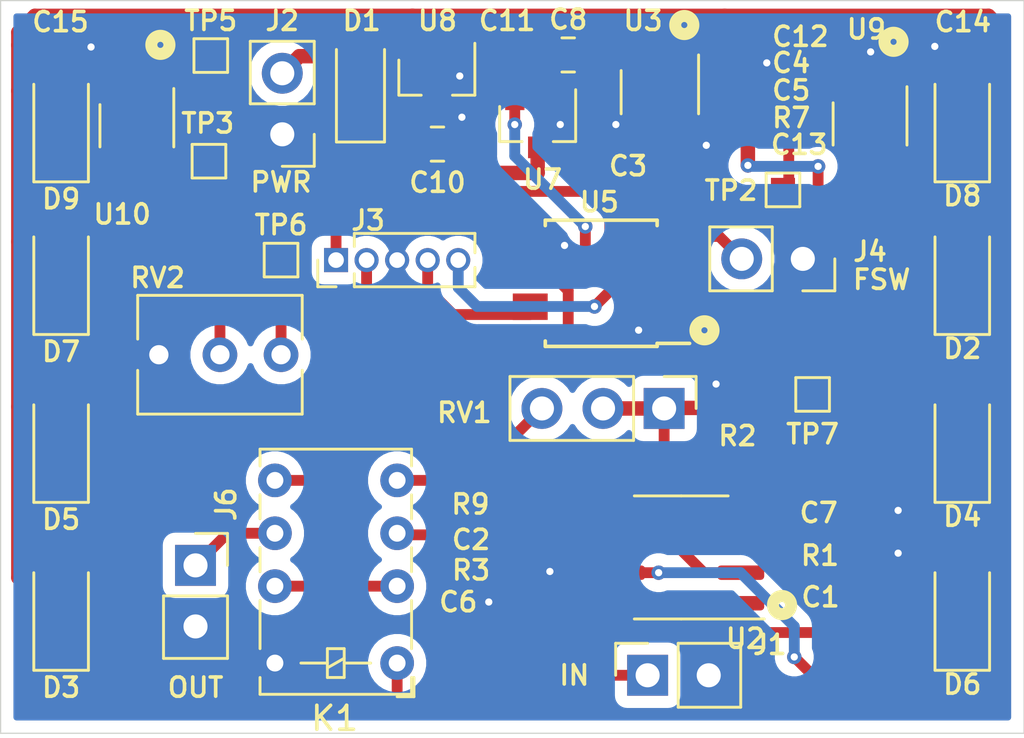
<source format=kicad_pcb>
(kicad_pcb (version 20171130) (host pcbnew "(5.1.5-0-10_14)")

  (general
    (thickness 1.6)
    (drawings 13)
    (tracks 294)
    (zones 0)
    (modules 48)
    (nets 41)
  )

  (page A4)
  (title_block
    (date 2020-04-11)
    (rev RevC)
  )

  (layers
    (0 F.Cu signal)
    (31 B.Cu signal)
    (32 B.Adhes user)
    (33 F.Adhes user)
    (34 B.Paste user)
    (35 F.Paste user)
    (36 B.SilkS user)
    (37 F.SilkS user)
    (38 B.Mask user)
    (39 F.Mask user)
    (40 Dwgs.User user)
    (41 Cmts.User user)
    (42 Eco1.User user)
    (43 Eco2.User user)
    (44 Edge.Cuts user)
    (45 Margin user)
    (46 B.CrtYd user)
    (47 F.CrtYd user)
    (48 B.Fab user hide)
    (49 F.Fab user hide)
  )

  (setup
    (last_trace_width 0.25)
    (user_trace_width 0.45)
    (user_trace_width 0.6)
    (user_trace_width 0.8)
    (user_trace_width 1)
    (user_trace_width 1.5)
    (trace_clearance 0.2)
    (zone_clearance 0.508)
    (zone_45_only no)
    (trace_min 0.2)
    (via_size 0.8)
    (via_drill 0.4)
    (via_min_size 0.4)
    (via_min_drill 0.3)
    (user_via 0.6 0.3)
    (user_via 2 1)
    (uvia_size 0.3)
    (uvia_drill 0.1)
    (uvias_allowed no)
    (uvia_min_size 0.2)
    (uvia_min_drill 0.1)
    (edge_width 0.05)
    (segment_width 0.2)
    (pcb_text_width 0.3)
    (pcb_text_size 1.5 1.5)
    (mod_edge_width 0.12)
    (mod_text_size 0.8 0.8)
    (mod_text_width 0.15)
    (pad_size 1.524 1.524)
    (pad_drill 0.762)
    (pad_to_mask_clearance 0.051)
    (solder_mask_min_width 0.25)
    (aux_axis_origin 0 0)
    (visible_elements FFFFFF7F)
    (pcbplotparams
      (layerselection 0x010fc_ffffffff)
      (usegerberextensions false)
      (usegerberattributes false)
      (usegerberadvancedattributes false)
      (creategerberjobfile false)
      (excludeedgelayer true)
      (linewidth 0.100000)
      (plotframeref false)
      (viasonmask false)
      (mode 1)
      (useauxorigin false)
      (hpglpennumber 1)
      (hpglpenspeed 20)
      (hpglpendiameter 15.000000)
      (psnegative false)
      (psa4output false)
      (plotreference true)
      (plotvalue true)
      (plotinvisibletext false)
      (padsonsilk false)
      (subtractmaskfromsilk false)
      (outputformat 1)
      (mirror false)
      (drillshape 0)
      (scaleselection 1)
      (outputdirectory "GERBERS/"))
  )

  (net 0 "")
  (net 1 GNDS)
  (net 2 /PosNeg5V_PSU/+9V_POL)
  (net 3 +5V)
  (net 4 -5V)
  (net 5 /PosNeg5V_PSU/+9V_IN)
  (net 6 "Net-(C1-Pad1)")
  (net 7 "Net-(C2-Pad2)")
  (net 8 "Net-(C3-Pad2)")
  (net 9 "Net-(C3-Pad1)")
  (net 10 "Net-(U2-Pad8)")
  (net 11 "Net-(U2-Pad5)")
  (net 12 "Net-(U2-Pad1)")
  (net 13 "Net-(D3-Pad1)")
  (net 14 "Net-(R2-Pad1)")
  (net 15 "Net-(D5-Pad1)")
  (net 16 "Net-(C5-Pad1)")
  (net 17 +3V3)
  (net 18 "Net-(D2-Pad1)")
  (net 19 "Net-(D4-Pad1)")
  (net 20 "Net-(D6-Pad1)")
  (net 21 "Net-(D7-Pad1)")
  (net 22 "Net-(D8-Pad1)")
  (net 23 "Net-(D9-Pad1)")
  (net 24 /SYS_NRST)
  (net 25 /SYS_SWDIO)
  (net 26 /SYS_SWCLK)
  (net 27 /GPIO_EXTI4_BYPASS)
  (net 28 /FX_ENABLE)
  (net 29 /TIM2_CH2_PWM)
  (net 30 /TIM2_CH1_PWM)
  (net 31 "Net-(U5-Pad12)")
  (net 32 "Net-(U5-Pad3)")
  (net 33 "Net-(R9-Pad2)")
  (net 34 "Net-(RV2-Pad2)")
  (net 35 /FX_IN)
  (net 36 /FX_OUT)
  (net 37 /SIGNAL_IN)
  (net 38 /SIGNAL_OUT)
  (net 39 /BYPASS)
  (net 40 "Net-(U5-Pad2)")

  (net_class Default "This is the default net class."
    (clearance 0.2)
    (trace_width 0.25)
    (via_dia 0.8)
    (via_drill 0.4)
    (uvia_dia 0.3)
    (uvia_drill 0.1)
    (add_net +3V3)
    (add_net +5V)
    (add_net -5V)
    (add_net /BYPASS)
    (add_net /FX_ENABLE)
    (add_net /FX_IN)
    (add_net /FX_OUT)
    (add_net /GPIO_EXTI4_BYPASS)
    (add_net /PosNeg5V_PSU/+9V_IN)
    (add_net /PosNeg5V_PSU/+9V_POL)
    (add_net /SIGNAL_IN)
    (add_net /SIGNAL_OUT)
    (add_net /SYS_NRST)
    (add_net /SYS_SWCLK)
    (add_net /SYS_SWDIO)
    (add_net /TIM2_CH1_PWM)
    (add_net /TIM2_CH2_PWM)
    (add_net GNDS)
    (add_net "Net-(C1-Pad1)")
    (add_net "Net-(C2-Pad2)")
    (add_net "Net-(C3-Pad1)")
    (add_net "Net-(C3-Pad2)")
    (add_net "Net-(C5-Pad1)")
    (add_net "Net-(D2-Pad1)")
    (add_net "Net-(D3-Pad1)")
    (add_net "Net-(D4-Pad1)")
    (add_net "Net-(D5-Pad1)")
    (add_net "Net-(D6-Pad1)")
    (add_net "Net-(D7-Pad1)")
    (add_net "Net-(D8-Pad1)")
    (add_net "Net-(D9-Pad1)")
    (add_net "Net-(R2-Pad1)")
    (add_net "Net-(R9-Pad2)")
    (add_net "Net-(RV2-Pad2)")
    (add_net "Net-(U2-Pad1)")
    (add_net "Net-(U2-Pad5)")
    (add_net "Net-(U2-Pad8)")
    (add_net "Net-(U5-Pad12)")
    (add_net "Net-(U5-Pad2)")
    (add_net "Net-(U5-Pad3)")
  )

  (module Relay_THT:Relay_DPDT_AXICOM_IMSeries_Pitch5.08mm (layer F.Cu) (tedit 58FA48BE) (tstamp 5EA373BA)
    (at 139.7 108.204 180)
    (descr "AXICOM IM-Series Relays, DPDR, Pitch 5.08")
    (tags "AXICOM IM-Series Relay DPDR Pitch 5.08")
    (path /5EA3B366)
    (fp_text reference K1 (at 2.6 -2.3) (layer F.SilkS)
      (effects (font (size 1 1) (thickness 0.15)))
    )
    (fp_text value IM43 (at 2.5 9.9) (layer F.Fab)
      (effects (font (size 1 1) (thickness 0.15)))
    )
    (fp_line (start 6.03 9.05) (end -0.95 9.05) (layer F.CrtYd) (width 0.05))
    (fp_line (start 6.03 9.05) (end 6.03 -1.45) (layer F.CrtYd) (width 0.05))
    (fp_line (start -0.95 -1.45) (end -0.95 9.05) (layer F.CrtYd) (width 0.05))
    (fp_line (start -0.95 -1.45) (end 6.03 -1.45) (layer F.CrtYd) (width 0.05))
    (fp_line (start 5.6 -1.2) (end -0.5 -1.2) (layer F.Fab) (width 0.12))
    (fp_line (start 5.6 8.8) (end 5.6 -1.2) (layer F.Fab) (width 0.12))
    (fp_line (start -0.5 8.8) (end 5.6 8.8) (layer F.Fab) (width 0.12))
    (fp_line (start -0.5 -1.2) (end -0.5 8.8) (layer F.Fab) (width 0.12))
    (fp_line (start 1.1 0) (end 4 0) (layer F.Fab) (width 0.12))
    (fp_line (start 5.7 -1.3) (end 5.7 -0.6) (layer F.SilkS) (width 0.12))
    (fp_line (start -0.6 -1.3) (end 5.7 -1.3) (layer F.SilkS) (width 0.12))
    (fp_line (start 5.7 0.6) (end 5.7 2.6) (layer F.SilkS) (width 0.12))
    (fp_line (start 5.7 3.8) (end 5.7 4.8) (layer F.SilkS) (width 0.12))
    (fp_line (start 5.7 6) (end 5.7 7) (layer F.SilkS) (width 0.12))
    (fp_line (start 5.7 8.9) (end -0.6 8.9) (layer F.SilkS) (width 0.12))
    (fp_line (start 5.7 8.2) (end 5.7 8.9) (layer F.SilkS) (width 0.12))
    (fp_line (start -0.6 8.2) (end -0.6 8.9) (layer F.SilkS) (width 0.12))
    (fp_line (start -0.6 7) (end -0.6 6) (layer F.SilkS) (width 0.12))
    (fp_line (start -0.6 4.8) (end -0.6 3.8) (layer F.SilkS) (width 0.12))
    (fp_line (start -0.6 2.6) (end -0.6 0.6) (layer F.SilkS) (width 0.12))
    (fp_line (start -0.6 -0.6) (end -0.6 -1.3) (layer F.SilkS) (width 0.12))
    (fp_line (start -0.7 -1.4) (end 0 -1.4) (layer F.SilkS) (width 0.12))
    (fp_line (start -0.7 -0.6) (end -0.7 -1.4) (layer F.SilkS) (width 0.12))
    (fp_line (start 2.9 -0.6) (end 2.2 -0.6) (layer F.SilkS) (width 0.12))
    (fp_line (start 2.9 0.6) (end 2.9 -0.6) (layer F.SilkS) (width 0.12))
    (fp_line (start 2.2 0.6) (end 2.9 0.6) (layer F.SilkS) (width 0.12))
    (fp_line (start 2.2 -0.6) (end 2.2 0.6) (layer F.SilkS) (width 0.12))
    (fp_line (start 2.2 0.2) (end 2.9 -0.2) (layer F.SilkS) (width 0.12))
    (fp_line (start 2.9 0) (end 4 0) (layer F.SilkS) (width 0.12))
    (fp_line (start 2.2 0) (end 1.1 0) (layer F.SilkS) (width 0.12))
    (fp_text user %R (at 2.5 4.3) (layer F.Fab)
      (effects (font (size 1 1) (thickness 0.15)))
    )
    (pad 5 thru_hole circle (at 5.08 7.6 180) (size 1.4 1.4) (drill 0.7) (layers *.Cu *.Mask)
      (net 36 /FX_OUT))
    (pad 6 thru_hole circle (at 5.08 5.4 180) (size 1.4 1.4) (drill 0.7) (layers *.Cu *.Mask)
      (net 38 /SIGNAL_OUT))
    (pad 7 thru_hole circle (at 5.08 3.2 180) (size 1.4 1.4) (drill 0.7) (layers *.Cu *.Mask)
      (net 39 /BYPASS))
    (pad 4 thru_hole circle (at 0 7.6 180) (size 1.4 1.4) (drill 0.7) (layers *.Cu *.Mask)
      (net 35 /FX_IN))
    (pad 3 thru_hole circle (at 0 5.4 180) (size 1.4 1.4) (drill 0.7) (layers *.Cu *.Mask)
      (net 37 /SIGNAL_IN))
    (pad 2 thru_hole circle (at 0 3.2 180) (size 1.4 1.4) (drill 0.7) (layers *.Cu *.Mask)
      (net 39 /BYPASS))
    (pad 8 thru_hole circle (at 5.08 0 180) (size 1.4 1.4) (drill 0.7) (layers *.Cu *.Mask)
      (net 1 GNDS))
    (pad 1 thru_hole circle (at 0 0 180) (size 1.4 1.4) (drill 0.7) (layers *.Cu *.Mask)
      (net 28 /FX_ENABLE))
    (model ${KISYS3DMOD}/Relay_THT.3dshapes/Relay_DPDT_AXICOM_IMSeries_Pitch5.08mm.wrl
      (at (xyz 0 0 0))
      (scale (xyz 1 1 1))
      (rotate (xyz 0 0 0))
    )
    (model ${KISYS3DMOD}/Relay_THT.3dshapes/Relay_DPDT_Omron_G6K-2P-Y.step
      (at (xyz 0 0 0))
      (scale (xyz 1 1 1))
      (rotate (xyz 0 0 0))
    )
  )

  (module Resistor_SMD:R_0402_1005Metric (layer F.Cu) (tedit 5B301BBD) (tstamp 5EA25DA6)
    (at 144.78 101.6 180)
    (descr "Resistor SMD 0402 (1005 Metric), square (rectangular) end terminal, IPC_7351 nominal, (Body size source: http://www.tortai-tech.com/upload/download/2011102023233369053.pdf), generated with kicad-footprint-generator")
    (tags resistor)
    (path /5EA072DE)
    (attr smd)
    (fp_text reference R9 (at 2.032 0) (layer F.SilkS)
      (effects (font (size 0.8 0.8) (thickness 0.15)))
    )
    (fp_text value 1K (at 0 1.17) (layer F.Fab)
      (effects (font (size 1 1) (thickness 0.15)))
    )
    (fp_text user %R (at 0 0) (layer F.Fab)
      (effects (font (size 1 1) (thickness 0.15)))
    )
    (fp_line (start 0.93 0.47) (end -0.93 0.47) (layer F.CrtYd) (width 0.05))
    (fp_line (start 0.93 -0.47) (end 0.93 0.47) (layer F.CrtYd) (width 0.05))
    (fp_line (start -0.93 -0.47) (end 0.93 -0.47) (layer F.CrtYd) (width 0.05))
    (fp_line (start -0.93 0.47) (end -0.93 -0.47) (layer F.CrtYd) (width 0.05))
    (fp_line (start 0.5 0.25) (end -0.5 0.25) (layer F.Fab) (width 0.1))
    (fp_line (start 0.5 -0.25) (end 0.5 0.25) (layer F.Fab) (width 0.1))
    (fp_line (start -0.5 -0.25) (end 0.5 -0.25) (layer F.Fab) (width 0.1))
    (fp_line (start -0.5 0.25) (end -0.5 -0.25) (layer F.Fab) (width 0.1))
    (pad 2 smd roundrect (at 0.485 0 180) (size 0.59 0.64) (layers F.Cu F.Paste F.Mask) (roundrect_rratio 0.25)
      (net 33 "Net-(R9-Pad2)"))
    (pad 1 smd roundrect (at -0.485 0 180) (size 0.59 0.64) (layers F.Cu F.Paste F.Mask) (roundrect_rratio 0.25)
      (net 7 "Net-(C2-Pad2)"))
    (model ${KISYS3DMOD}/Resistor_SMD.3dshapes/R_0402_1005Metric.wrl
      (at (xyz 0 0 0))
      (scale (xyz 1 1 1))
      (rotate (xyz 0 0 0))
    )
  )

  (module Potentiometer_THT:Potentiometer_Vishay_T73XW_Horizontal (layer F.Cu) (tedit 5A3D4993) (tstamp 5E936679)
    (at 129.794 95.377 90)
    (descr "Potentiometer, horizontal, Vishay T73XW, http://www.vishay.com/docs/51016/t73.pdf")
    (tags "Potentiometer horizontal Vishay T73XW")
    (path /5E9406BD)
    (fp_text reference RV2 (at 3.2004 -0.0508 180) (layer F.SilkS)
      (effects (font (size 0.8 0.8) (thickness 0.15)))
    )
    (fp_text value B10K (at 0 7.09 90) (layer F.Fab)
      (effects (font (size 1 1) (thickness 0.15)))
    )
    (fp_text user %R (at 0 2.54 90) (layer F.Fab)
      (effects (font (size 1 1) (thickness 0.15)))
    )
    (fp_line (start 2.6 -1.05) (end -2.6 -1.05) (layer F.CrtYd) (width 0.05))
    (fp_line (start 2.6 6.1) (end 2.6 -1.05) (layer F.CrtYd) (width 0.05))
    (fp_line (start -2.6 6.1) (end 2.6 6.1) (layer F.CrtYd) (width 0.05))
    (fp_line (start -2.6 -1.05) (end -2.6 6.1) (layer F.CrtYd) (width 0.05))
    (fp_line (start -2.47 -0.88) (end -2.47 5.96) (layer F.SilkS) (width 0.12))
    (fp_line (start 2.47 -0.88) (end 2.47 5.96) (layer F.SilkS) (width 0.12))
    (fp_line (start 0.65 5.96) (end 2.47 5.96) (layer F.SilkS) (width 0.12))
    (fp_line (start -2.47 5.96) (end -0.65 5.96) (layer F.SilkS) (width 0.12))
    (fp_line (start 0.65 -0.88) (end 2.47 -0.88) (layer F.SilkS) (width 0.12))
    (fp_line (start -2.47 -0.88) (end -0.65 -0.88) (layer F.SilkS) (width 0.12))
    (fp_line (start -2.35 -0.76) (end 2.35 -0.76) (layer F.Fab) (width 0.1))
    (fp_line (start -2.35 5.84) (end -2.35 -0.76) (layer F.Fab) (width 0.1))
    (fp_line (start 2.35 5.84) (end -2.35 5.84) (layer F.Fab) (width 0.1))
    (fp_line (start 2.35 -0.76) (end 2.35 5.84) (layer F.Fab) (width 0.1))
    (pad 1 thru_hole circle (at 0 0 90) (size 1.44 1.44) (drill 0.8) (layers *.Cu *.Mask)
      (net 1 GNDS))
    (pad 2 thru_hole circle (at 0 2.54 90) (size 1.44 1.44) (drill 0.8) (layers *.Cu *.Mask)
      (net 34 "Net-(RV2-Pad2)"))
    (pad 3 thru_hole circle (at 0 5.08 90) (size 1.44 1.44) (drill 0.8) (layers *.Cu *.Mask)
      (net 17 +3V3))
    (model ${KISYS3DMOD}/Potentiometer_THT.3dshapes/Potentiometer_Bourns_3266Y_Vertical.step
      (at (xyz 0 0 0))
      (scale (xyz 1 1 1))
      (rotate (xyz 0 0 -90))
    )
  )

  (module Connector_PinHeader_1.27mm:PinHeader_1x05_P1.27mm_Vertical (layer F.Cu) (tedit 59FED6E3) (tstamp 5E936970)
    (at 137.16 91.44 90)
    (descr "Through hole straight pin header, 1x05, 1.27mm pitch, single row")
    (tags "Through hole pin header THT 1x05 1.27mm single row")
    (path /5F17BC8C)
    (fp_text reference J3 (at 1.651 1.3335 180) (layer F.SilkS)
      (effects (font (size 0.8 0.8) (thickness 0.15)))
    )
    (fp_text value Conn_01x05 (at 0 6.775 90) (layer F.Fab)
      (effects (font (size 1 1) (thickness 0.15)))
    )
    (fp_text user %R (at 0 2.54) (layer F.Fab)
      (effects (font (size 1 1) (thickness 0.15)))
    )
    (fp_line (start 1.55 -1.15) (end -1.55 -1.15) (layer F.CrtYd) (width 0.05))
    (fp_line (start 1.55 6.25) (end 1.55 -1.15) (layer F.CrtYd) (width 0.05))
    (fp_line (start -1.55 6.25) (end 1.55 6.25) (layer F.CrtYd) (width 0.05))
    (fp_line (start -1.55 -1.15) (end -1.55 6.25) (layer F.CrtYd) (width 0.05))
    (fp_line (start -1.11 -0.76) (end 0 -0.76) (layer F.SilkS) (width 0.12))
    (fp_line (start -1.11 0) (end -1.11 -0.76) (layer F.SilkS) (width 0.12))
    (fp_line (start 0.563471 0.76) (end 1.11 0.76) (layer F.SilkS) (width 0.12))
    (fp_line (start -1.11 0.76) (end -0.563471 0.76) (layer F.SilkS) (width 0.12))
    (fp_line (start 1.11 0.76) (end 1.11 5.775) (layer F.SilkS) (width 0.12))
    (fp_line (start -1.11 0.76) (end -1.11 5.775) (layer F.SilkS) (width 0.12))
    (fp_line (start 0.30753 5.775) (end 1.11 5.775) (layer F.SilkS) (width 0.12))
    (fp_line (start -1.11 5.775) (end -0.30753 5.775) (layer F.SilkS) (width 0.12))
    (fp_line (start -1.05 -0.11) (end -0.525 -0.635) (layer F.Fab) (width 0.1))
    (fp_line (start -1.05 5.715) (end -1.05 -0.11) (layer F.Fab) (width 0.1))
    (fp_line (start 1.05 5.715) (end -1.05 5.715) (layer F.Fab) (width 0.1))
    (fp_line (start 1.05 -0.635) (end 1.05 5.715) (layer F.Fab) (width 0.1))
    (fp_line (start -0.525 -0.635) (end 1.05 -0.635) (layer F.Fab) (width 0.1))
    (pad 5 thru_hole oval (at 0 5.08 90) (size 1 1) (drill 0.65) (layers *.Cu *.Mask)
      (net 24 /SYS_NRST))
    (pad 4 thru_hole oval (at 0 3.81 90) (size 1 1) (drill 0.65) (layers *.Cu *.Mask)
      (net 25 /SYS_SWDIO))
    (pad 3 thru_hole oval (at 0 2.54 90) (size 1 1) (drill 0.65) (layers *.Cu *.Mask)
      (net 1 GNDS))
    (pad 2 thru_hole oval (at 0 1.27 90) (size 1 1) (drill 0.65) (layers *.Cu *.Mask)
      (net 26 /SYS_SWCLK))
    (pad 1 thru_hole rect (at 0 0 90) (size 1 1) (drill 0.65) (layers *.Cu *.Mask)
      (net 17 +3V3))
    (model ${KISYS3DMOD}/Connector_PinHeader_1.27mm.3dshapes/PinHeader_1x05_P1.27mm_Vertical.wrl
      (at (xyz 0 0 0))
      (scale (xyz 1 1 1))
      (rotate (xyz 0 0 0))
    )
  )

  (module Capacitor_SMD:C_0805_2012Metric_Pad1.15x1.40mm_HandSolder (layer F.Cu) (tedit 5B36C52B) (tstamp 5E8046BB)
    (at 141.3764 86.614)
    (descr "Capacitor SMD 0805 (2012 Metric), square (rectangular) end terminal, IPC_7351 nominal with elongated pad for handsoldering. (Body size source: https://docs.google.com/spreadsheets/d/1BsfQQcO9C6DZCsRaXUlFlo91Tg2WpOkGARC1WS5S8t0/edit?usp=sharing), generated with kicad-footprint-generator")
    (tags "capacitor handsolder")
    (path /5E6165F4/5F1633CE)
    (attr smd)
    (fp_text reference C10 (at 0 1.6002) (layer F.SilkS)
      (effects (font (size 0.8 0.8) (thickness 0.15)))
    )
    (fp_text value 1uF (at 0 1.65) (layer F.Fab)
      (effects (font (size 1 1) (thickness 0.15)))
    )
    (fp_text user %R (at 0 0) (layer F.Fab)
      (effects (font (size 1 1) (thickness 0.15)))
    )
    (fp_line (start 1.85 0.95) (end -1.85 0.95) (layer F.CrtYd) (width 0.05))
    (fp_line (start 1.85 -0.95) (end 1.85 0.95) (layer F.CrtYd) (width 0.05))
    (fp_line (start -1.85 -0.95) (end 1.85 -0.95) (layer F.CrtYd) (width 0.05))
    (fp_line (start -1.85 0.95) (end -1.85 -0.95) (layer F.CrtYd) (width 0.05))
    (fp_line (start -0.261252 0.71) (end 0.261252 0.71) (layer F.SilkS) (width 0.12))
    (fp_line (start -0.261252 -0.71) (end 0.261252 -0.71) (layer F.SilkS) (width 0.12))
    (fp_line (start 1 0.6) (end -1 0.6) (layer F.Fab) (width 0.1))
    (fp_line (start 1 -0.6) (end 1 0.6) (layer F.Fab) (width 0.1))
    (fp_line (start -1 -0.6) (end 1 -0.6) (layer F.Fab) (width 0.1))
    (fp_line (start -1 0.6) (end -1 -0.6) (layer F.Fab) (width 0.1))
    (pad 2 smd roundrect (at 1.025 0) (size 1.15 1.4) (layers F.Cu F.Paste F.Mask) (roundrect_rratio 0.217391)
      (net 1 GNDS))
    (pad 1 smd roundrect (at -1.025 0) (size 1.15 1.4) (layers F.Cu F.Paste F.Mask) (roundrect_rratio 0.217391)
      (net 2 /PosNeg5V_PSU/+9V_POL))
    (model ${KISYS3DMOD}/Capacitor_SMD.3dshapes/C_0805_2012Metric.wrl
      (at (xyz 0 0 0))
      (scale (xyz 1 1 1))
      (rotate (xyz 0 0 0))
    )
  )

  (module Capacitor_SMD:C_0805_2012Metric_Pad1.15x1.40mm_HandSolder (layer F.Cu) (tedit 5B36C52B) (tstamp 5E811ADD)
    (at 146.812 82.9056 180)
    (descr "Capacitor SMD 0805 (2012 Metric), square (rectangular) end terminal, IPC_7351 nominal with elongated pad for handsoldering. (Body size source: https://docs.google.com/spreadsheets/d/1BsfQQcO9C6DZCsRaXUlFlo91Tg2WpOkGARC1WS5S8t0/edit?usp=sharing), generated with kicad-footprint-generator")
    (tags "capacitor handsolder")
    (path /5E6165F4/5F16B014)
    (attr smd)
    (fp_text reference C8 (at 0 1.4732) (layer F.SilkS)
      (effects (font (size 0.8 0.8) (thickness 0.15)))
    )
    (fp_text value 1uF (at 0 1.65) (layer F.Fab)
      (effects (font (size 1 1) (thickness 0.15)))
    )
    (fp_text user %R (at 0 0) (layer F.Fab)
      (effects (font (size 1 1) (thickness 0.15)))
    )
    (fp_line (start 1.85 0.95) (end -1.85 0.95) (layer F.CrtYd) (width 0.05))
    (fp_line (start 1.85 -0.95) (end 1.85 0.95) (layer F.CrtYd) (width 0.05))
    (fp_line (start -1.85 -0.95) (end 1.85 -0.95) (layer F.CrtYd) (width 0.05))
    (fp_line (start -1.85 0.95) (end -1.85 -0.95) (layer F.CrtYd) (width 0.05))
    (fp_line (start -0.261252 0.71) (end 0.261252 0.71) (layer F.SilkS) (width 0.12))
    (fp_line (start -0.261252 -0.71) (end 0.261252 -0.71) (layer F.SilkS) (width 0.12))
    (fp_line (start 1 0.6) (end -1 0.6) (layer F.Fab) (width 0.1))
    (fp_line (start 1 -0.6) (end 1 0.6) (layer F.Fab) (width 0.1))
    (fp_line (start -1 -0.6) (end 1 -0.6) (layer F.Fab) (width 0.1))
    (fp_line (start -1 0.6) (end -1 -0.6) (layer F.Fab) (width 0.1))
    (pad 2 smd roundrect (at 1.025 0 180) (size 1.15 1.4) (layers F.Cu F.Paste F.Mask) (roundrect_rratio 0.217391)
      (net 1 GNDS))
    (pad 1 smd roundrect (at -1.025 0 180) (size 1.15 1.4) (layers F.Cu F.Paste F.Mask) (roundrect_rratio 0.217391)
      (net 2 /PosNeg5V_PSU/+9V_POL))
    (model ${KISYS3DMOD}/Capacitor_SMD.3dshapes/C_0805_2012Metric.wrl
      (at (xyz 0 0 0))
      (scale (xyz 1 1 1))
      (rotate (xyz 0 0 0))
    )
  )

  (module TestPoint:TestPoint_Pad_1.0x1.0mm (layer F.Cu) (tedit 5A0F774F) (tstamp 5E80EB45)
    (at 156.972 97.028 180)
    (descr "SMD rectangular pad as test Point, square 1.0mm side length")
    (tags "test point SMD pad rectangle square")
    (path /5E6165F4/5E83A778)
    (attr virtual)
    (fp_text reference TP7 (at 0 -1.651) (layer F.SilkS)
      (effects (font (size 0.8 0.8) (thickness 0.15)))
    )
    (fp_text value TestPoint (at 0 1.55) (layer F.Fab)
      (effects (font (size 1 1) (thickness 0.15)))
    )
    (fp_line (start 1 1) (end -1 1) (layer F.CrtYd) (width 0.05))
    (fp_line (start 1 1) (end 1 -1) (layer F.CrtYd) (width 0.05))
    (fp_line (start -1 -1) (end -1 1) (layer F.CrtYd) (width 0.05))
    (fp_line (start -1 -1) (end 1 -1) (layer F.CrtYd) (width 0.05))
    (fp_line (start -0.7 0.7) (end -0.7 -0.7) (layer F.SilkS) (width 0.12))
    (fp_line (start 0.7 0.7) (end -0.7 0.7) (layer F.SilkS) (width 0.12))
    (fp_line (start 0.7 -0.7) (end 0.7 0.7) (layer F.SilkS) (width 0.12))
    (fp_line (start -0.7 -0.7) (end 0.7 -0.7) (layer F.SilkS) (width 0.12))
    (fp_text user %R (at 0 -1.45) (layer F.Fab)
      (effects (font (size 1 1) (thickness 0.15)))
    )
    (pad 1 smd rect (at 0 0 180) (size 1 1) (layers F.Cu F.Mask)
      (net 4 -5V))
  )

  (module TestPoint:TestPoint_Pad_1.0x1.0mm (layer F.Cu) (tedit 5A0F774F) (tstamp 5E80EB37)
    (at 134.874 91.44 180)
    (descr "SMD rectangular pad as test Point, square 1.0mm side length")
    (tags "test point SMD pad rectangle square")
    (path /5E6165F4/5E8384A9)
    (attr virtual)
    (fp_text reference TP6 (at 0 1.4605) (layer F.SilkS)
      (effects (font (size 0.8 0.8) (thickness 0.15)))
    )
    (fp_text value TestPoint (at 0 1.55) (layer F.Fab)
      (effects (font (size 1 1) (thickness 0.15)))
    )
    (fp_line (start 1 1) (end -1 1) (layer F.CrtYd) (width 0.05))
    (fp_line (start 1 1) (end 1 -1) (layer F.CrtYd) (width 0.05))
    (fp_line (start -1 -1) (end -1 1) (layer F.CrtYd) (width 0.05))
    (fp_line (start -1 -1) (end 1 -1) (layer F.CrtYd) (width 0.05))
    (fp_line (start -0.7 0.7) (end -0.7 -0.7) (layer F.SilkS) (width 0.12))
    (fp_line (start 0.7 0.7) (end -0.7 0.7) (layer F.SilkS) (width 0.12))
    (fp_line (start 0.7 -0.7) (end 0.7 0.7) (layer F.SilkS) (width 0.12))
    (fp_line (start -0.7 -0.7) (end 0.7 -0.7) (layer F.SilkS) (width 0.12))
    (fp_text user %R (at 0 -1.45) (layer F.Fab)
      (effects (font (size 1 1) (thickness 0.15)))
    )
    (pad 1 smd rect (at 0 0 180) (size 1 1) (layers F.Cu F.Mask)
      (net 17 +3V3))
  )

  (module TestPoint:TestPoint_Pad_1.0x1.0mm (layer F.Cu) (tedit 5A0F774F) (tstamp 5E80EB29)
    (at 131.953 82.931)
    (descr "SMD rectangular pad as test Point, square 1.0mm side length")
    (tags "test point SMD pad rectangle square")
    (path /5E6165F4/5E835E7F)
    (attr virtual)
    (fp_text reference TP5 (at 0 -1.448) (layer F.SilkS)
      (effects (font (size 0.8 0.8) (thickness 0.15)))
    )
    (fp_text value TestPoint (at 0 1.55) (layer F.Fab)
      (effects (font (size 1 1) (thickness 0.15)))
    )
    (fp_line (start 1 1) (end -1 1) (layer F.CrtYd) (width 0.05))
    (fp_line (start 1 1) (end 1 -1) (layer F.CrtYd) (width 0.05))
    (fp_line (start -1 -1) (end -1 1) (layer F.CrtYd) (width 0.05))
    (fp_line (start -1 -1) (end 1 -1) (layer F.CrtYd) (width 0.05))
    (fp_line (start -0.7 0.7) (end -0.7 -0.7) (layer F.SilkS) (width 0.12))
    (fp_line (start 0.7 0.7) (end -0.7 0.7) (layer F.SilkS) (width 0.12))
    (fp_line (start 0.7 -0.7) (end 0.7 0.7) (layer F.SilkS) (width 0.12))
    (fp_line (start -0.7 -0.7) (end 0.7 -0.7) (layer F.SilkS) (width 0.12))
    (fp_text user %R (at 0 -1.45) (layer F.Fab)
      (effects (font (size 1 1) (thickness 0.15)))
    )
    (pad 1 smd rect (at 0 0) (size 1 1) (layers F.Cu F.Mask)
      (net 3 +5V))
  )

  (module TestPoint:TestPoint_Pad_1.0x1.0mm (layer F.Cu) (tedit 5A0F774F) (tstamp 5E80EB0D)
    (at 131.8768 87.3252)
    (descr "SMD rectangular pad as test Point, square 1.0mm side length")
    (tags "test point SMD pad rectangle square")
    (path /5E84562F)
    (attr virtual)
    (fp_text reference TP3 (at -0.0508 -1.5748) (layer F.SilkS)
      (effects (font (size 0.8 0.8) (thickness 0.15)))
    )
    (fp_text value TestPoint (at 0 1.55) (layer F.Fab)
      (effects (font (size 1 1) (thickness 0.15)))
    )
    (fp_line (start 1 1) (end -1 1) (layer F.CrtYd) (width 0.05))
    (fp_line (start 1 1) (end 1 -1) (layer F.CrtYd) (width 0.05))
    (fp_line (start -1 -1) (end -1 1) (layer F.CrtYd) (width 0.05))
    (fp_line (start -1 -1) (end 1 -1) (layer F.CrtYd) (width 0.05))
    (fp_line (start -0.7 0.7) (end -0.7 -0.7) (layer F.SilkS) (width 0.12))
    (fp_line (start 0.7 0.7) (end -0.7 0.7) (layer F.SilkS) (width 0.12))
    (fp_line (start 0.7 -0.7) (end 0.7 0.7) (layer F.SilkS) (width 0.12))
    (fp_line (start -0.7 -0.7) (end 0.7 -0.7) (layer F.SilkS) (width 0.12))
    (fp_text user %R (at 0 -1.45) (layer F.Fab)
      (effects (font (size 1 1) (thickness 0.15)))
    )
    (pad 1 smd rect (at 0 0) (size 1 1) (layers F.Cu F.Mask)
      (net 30 /TIM2_CH1_PWM))
  )

  (module TestPoint:TestPoint_Pad_1.0x1.0mm (layer F.Cu) (tedit 5A0F774F) (tstamp 5E80EAFF)
    (at 155.7401 88.519)
    (descr "SMD rectangular pad as test Point, square 1.0mm side length")
    (tags "test point SMD pad rectangle square")
    (path /5E848751)
    (attr virtual)
    (fp_text reference TP2 (at -2.159 0.0254 180) (layer F.SilkS)
      (effects (font (size 0.8 0.8) (thickness 0.15)))
    )
    (fp_text value TestPoint (at 0 1.55) (layer F.Fab)
      (effects (font (size 1 1) (thickness 0.15)))
    )
    (fp_line (start 1 1) (end -1 1) (layer F.CrtYd) (width 0.05))
    (fp_line (start 1 1) (end 1 -1) (layer F.CrtYd) (width 0.05))
    (fp_line (start -1 -1) (end -1 1) (layer F.CrtYd) (width 0.05))
    (fp_line (start -1 -1) (end 1 -1) (layer F.CrtYd) (width 0.05))
    (fp_line (start -0.7 0.7) (end -0.7 -0.7) (layer F.SilkS) (width 0.12))
    (fp_line (start 0.7 0.7) (end -0.7 0.7) (layer F.SilkS) (width 0.12))
    (fp_line (start 0.7 -0.7) (end 0.7 0.7) (layer F.SilkS) (width 0.12))
    (fp_line (start -0.7 -0.7) (end 0.7 -0.7) (layer F.SilkS) (width 0.12))
    (fp_text user %R (at 0 -1.45) (layer F.Fab)
      (effects (font (size 1 1) (thickness 0.15)))
    )
    (pad 1 smd rect (at 0 0) (size 1 1) (layers F.Cu F.Mask)
      (net 29 /TIM2_CH2_PWM))
  )

  (module Package_TO_SOT_SMD:SOT-23-5_HandSoldering (layer F.Cu) (tedit 5A0AB76C) (tstamp 5E811B0D)
    (at 150.622 84.455 270)
    (descr "5-pin SOT23 package")
    (tags "SOT-23-5 hand-soldering")
    (path /5E6165F4/5E6AE9A9)
    (attr smd)
    (fp_text reference U3 (at -2.9718 0.6985 180) (layer F.SilkS)
      (effects (font (size 0.8 0.8) (thickness 0.15)))
    )
    (fp_text value TPS60400 (at 0 2.9 90) (layer F.Fab)
      (effects (font (size 1 1) (thickness 0.15)))
    )
    (fp_line (start 2.38 1.8) (end -2.38 1.8) (layer F.CrtYd) (width 0.05))
    (fp_line (start 2.38 1.8) (end 2.38 -1.8) (layer F.CrtYd) (width 0.05))
    (fp_line (start -2.38 -1.8) (end -2.38 1.8) (layer F.CrtYd) (width 0.05))
    (fp_line (start -2.38 -1.8) (end 2.38 -1.8) (layer F.CrtYd) (width 0.05))
    (fp_line (start 0.9 -1.55) (end 0.9 1.55) (layer F.Fab) (width 0.1))
    (fp_line (start 0.9 1.55) (end -0.9 1.55) (layer F.Fab) (width 0.1))
    (fp_line (start -0.9 -0.9) (end -0.9 1.55) (layer F.Fab) (width 0.1))
    (fp_line (start 0.9 -1.55) (end -0.25 -1.55) (layer F.Fab) (width 0.1))
    (fp_line (start -0.9 -0.9) (end -0.25 -1.55) (layer F.Fab) (width 0.1))
    (fp_line (start 0.9 -1.61) (end -1.55 -1.61) (layer F.SilkS) (width 0.12))
    (fp_line (start -0.9 1.61) (end 0.9 1.61) (layer F.SilkS) (width 0.12))
    (fp_text user %R (at 0 0) (layer F.Fab)
      (effects (font (size 1 1) (thickness 0.15)))
    )
    (pad 5 smd rect (at 1.35 -0.95 270) (size 1.56 0.65) (layers F.Cu F.Paste F.Mask)
      (net 8 "Net-(C3-Pad2)"))
    (pad 4 smd rect (at 1.35 0.95 270) (size 1.56 0.65) (layers F.Cu F.Paste F.Mask)
      (net 1 GNDS))
    (pad 3 smd rect (at -1.35 0.95 270) (size 1.56 0.65) (layers F.Cu F.Paste F.Mask)
      (net 9 "Net-(C3-Pad1)"))
    (pad 2 smd rect (at -1.35 0 270) (size 1.56 0.65) (layers F.Cu F.Paste F.Mask)
      (net 3 +5V))
    (pad 1 smd rect (at -1.35 -0.95 270) (size 1.56 0.65) (layers F.Cu F.Paste F.Mask)
      (net 16 "Net-(C5-Pad1)"))
    (model ${KISYS3DMOD}/Package_TO_SOT_SMD.3dshapes/SOT-23-5.wrl
      (at (xyz 0 0 0))
      (scale (xyz 1 1 1))
      (rotate (xyz 0 0 0))
    )
  )

  (module Package_TO_SOT_SMD:TSOT-23-6_HandSoldering (layer F.Cu) (tedit 5A02FF57) (tstamp 5E8049FE)
    (at 128.905 85.852 270)
    (descr "6-pin TSOT23 package, http://cds.linear.com/docs/en/packaging/SOT_6_05-08-1636.pdf")
    (tags "TSOT-23-6 MK06A TSOT-6 Hand-soldering")
    (path /5EA2BA44/5EA83B69)
    (attr smd)
    (fp_text reference U10 (at 3.683 0.635 180) (layer F.SilkS)
      (effects (font (size 0.8 0.8) (thickness 0.15)))
    )
    (fp_text value PAM2812 (at 0 2.5 90) (layer F.Fab)
      (effects (font (size 1 1) (thickness 0.15)))
    )
    (fp_line (start 2.96 1.7) (end -2.96 1.7) (layer F.CrtYd) (width 0.05))
    (fp_line (start 2.96 1.7) (end 2.96 -1.7) (layer F.CrtYd) (width 0.05))
    (fp_line (start -2.96 -1.7) (end -2.96 1.7) (layer F.CrtYd) (width 0.05))
    (fp_line (start -2.96 -1.7) (end 2.96 -1.7) (layer F.CrtYd) (width 0.05))
    (fp_line (start 0.88 -1.45) (end 0.88 1.45) (layer F.Fab) (width 0.1))
    (fp_line (start 0.88 1.45) (end -0.88 1.45) (layer F.Fab) (width 0.1))
    (fp_line (start -0.88 -1) (end -0.88 1.45) (layer F.Fab) (width 0.1))
    (fp_line (start 0.88 -1.45) (end -0.43 -1.45) (layer F.Fab) (width 0.1))
    (fp_line (start -0.88 -1) (end -0.43 -1.45) (layer F.Fab) (width 0.1))
    (fp_line (start 0.88 -1.51) (end -1.55 -1.51) (layer F.SilkS) (width 0.12))
    (fp_line (start -0.88 1.56) (end 0.88 1.56) (layer F.SilkS) (width 0.12))
    (fp_text user %R (at 0 0) (layer F.Fab)
      (effects (font (size 1 1) (thickness 0.15)))
    )
    (pad 6 smd rect (at 1.71 -0.95 270) (size 2 0.65) (layers F.Cu F.Paste F.Mask)
      (net 13 "Net-(D3-Pad1)"))
    (pad 5 smd rect (at 1.71 0 270) (size 2 0.65) (layers F.Cu F.Paste F.Mask)
      (net 15 "Net-(D5-Pad1)"))
    (pad 4 smd rect (at 1.71 0.95 270) (size 2 0.65) (layers F.Cu F.Paste F.Mask)
      (net 21 "Net-(D7-Pad1)"))
    (pad 3 smd rect (at -1.71 0.95 270) (size 2 0.65) (layers F.Cu F.Paste F.Mask)
      (net 23 "Net-(D9-Pad1)"))
    (pad 2 smd rect (at -1.71 0 270) (size 2 0.65) (layers F.Cu F.Paste F.Mask)
      (net 1 GNDS))
    (pad 1 smd rect (at -1.71 -0.95 270) (size 2 0.65) (layers F.Cu F.Paste F.Mask)
      (net 30 /TIM2_CH1_PWM))
    (model ${KISYS3DMOD}/Package_TO_SOT_SMD.3dshapes/TSOT-23-6.wrl
      (at (xyz 0 0 0))
      (scale (xyz 1 1 1))
      (rotate (xyz 0 0 0))
    )
  )

  (module Package_TO_SOT_SMD:TSOT-23-6_HandSoldering (layer F.Cu) (tedit 5A02FF57) (tstamp 5E8049E8)
    (at 159.385 85.7758 270)
    (descr "6-pin TSOT23 package, http://cds.linear.com/docs/en/packaging/SOT_6_05-08-1636.pdf")
    (tags "TSOT-23-6 MK06A TSOT-6 Hand-soldering")
    (path /5EA2BA44/5EA74434)
    (attr smd)
    (fp_text reference U9 (at -3.937 0.1778 180) (layer F.SilkS)
      (effects (font (size 0.8 0.8) (thickness 0.15)))
    )
    (fp_text value PAM2812 (at 0 2.5 90) (layer F.Fab)
      (effects (font (size 1 1) (thickness 0.15)))
    )
    (fp_line (start 2.96 1.7) (end -2.96 1.7) (layer F.CrtYd) (width 0.05))
    (fp_line (start 2.96 1.7) (end 2.96 -1.7) (layer F.CrtYd) (width 0.05))
    (fp_line (start -2.96 -1.7) (end -2.96 1.7) (layer F.CrtYd) (width 0.05))
    (fp_line (start -2.96 -1.7) (end 2.96 -1.7) (layer F.CrtYd) (width 0.05))
    (fp_line (start 0.88 -1.45) (end 0.88 1.45) (layer F.Fab) (width 0.1))
    (fp_line (start 0.88 1.45) (end -0.88 1.45) (layer F.Fab) (width 0.1))
    (fp_line (start -0.88 -1) (end -0.88 1.45) (layer F.Fab) (width 0.1))
    (fp_line (start 0.88 -1.45) (end -0.43 -1.45) (layer F.Fab) (width 0.1))
    (fp_line (start -0.88 -1) (end -0.43 -1.45) (layer F.Fab) (width 0.1))
    (fp_line (start 0.88 -1.51) (end -1.55 -1.51) (layer F.SilkS) (width 0.12))
    (fp_line (start -0.88 1.56) (end 0.88 1.56) (layer F.SilkS) (width 0.12))
    (fp_text user %R (at 0 0) (layer F.Fab)
      (effects (font (size 1 1) (thickness 0.15)))
    )
    (pad 6 smd rect (at 1.71 -0.95 270) (size 2 0.65) (layers F.Cu F.Paste F.Mask)
      (net 18 "Net-(D2-Pad1)"))
    (pad 5 smd rect (at 1.71 0 270) (size 2 0.65) (layers F.Cu F.Paste F.Mask)
      (net 19 "Net-(D4-Pad1)"))
    (pad 4 smd rect (at 1.71 0.95 270) (size 2 0.65) (layers F.Cu F.Paste F.Mask)
      (net 20 "Net-(D6-Pad1)"))
    (pad 3 smd rect (at -1.71 0.95 270) (size 2 0.65) (layers F.Cu F.Paste F.Mask)
      (net 22 "Net-(D8-Pad1)"))
    (pad 2 smd rect (at -1.71 0 270) (size 2 0.65) (layers F.Cu F.Paste F.Mask)
      (net 1 GNDS))
    (pad 1 smd rect (at -1.71 -0.95 270) (size 2 0.65) (layers F.Cu F.Paste F.Mask)
      (net 29 /TIM2_CH2_PWM))
    (model ${KISYS3DMOD}/Package_TO_SOT_SMD.3dshapes/TSOT-23-6.wrl
      (at (xyz 0 0 0))
      (scale (xyz 1 1 1))
      (rotate (xyz 0 0 0))
    )
  )

  (module Package_TO_SOT_SMD:SOT-23 (layer F.Cu) (tedit 5A02FF57) (tstamp 5E8049D2)
    (at 141.351 83.82 270)
    (descr "SOT-23, Standard")
    (tags SOT-23)
    (path /5E6165F4/5F1525EA)
    (attr smd)
    (fp_text reference U8 (at -2.3368 -0.0254 180) (layer F.SilkS)
      (effects (font (size 0.8 0.8) (thickness 0.15)))
    )
    (fp_text value SE8250X2 (at 0 2.5 90) (layer F.Fab)
      (effects (font (size 1 1) (thickness 0.15)))
    )
    (fp_line (start 0.76 1.58) (end -0.7 1.58) (layer F.SilkS) (width 0.12))
    (fp_line (start 0.76 -1.58) (end -1.4 -1.58) (layer F.SilkS) (width 0.12))
    (fp_line (start -1.7 1.75) (end -1.7 -1.75) (layer F.CrtYd) (width 0.05))
    (fp_line (start 1.7 1.75) (end -1.7 1.75) (layer F.CrtYd) (width 0.05))
    (fp_line (start 1.7 -1.75) (end 1.7 1.75) (layer F.CrtYd) (width 0.05))
    (fp_line (start -1.7 -1.75) (end 1.7 -1.75) (layer F.CrtYd) (width 0.05))
    (fp_line (start 0.76 -1.58) (end 0.76 -0.65) (layer F.SilkS) (width 0.12))
    (fp_line (start 0.76 1.58) (end 0.76 0.65) (layer F.SilkS) (width 0.12))
    (fp_line (start -0.7 1.52) (end 0.7 1.52) (layer F.Fab) (width 0.1))
    (fp_line (start 0.7 -1.52) (end 0.7 1.52) (layer F.Fab) (width 0.1))
    (fp_line (start -0.7 -0.95) (end -0.15 -1.52) (layer F.Fab) (width 0.1))
    (fp_line (start -0.15 -1.52) (end 0.7 -1.52) (layer F.Fab) (width 0.1))
    (fp_line (start -0.7 -0.95) (end -0.7 1.5) (layer F.Fab) (width 0.1))
    (fp_text user %R (at 0 0) (layer F.Fab)
      (effects (font (size 1 1) (thickness 0.15)))
    )
    (pad 3 smd rect (at 1 0 270) (size 0.9 0.8) (layers F.Cu F.Paste F.Mask)
      (net 2 /PosNeg5V_PSU/+9V_POL))
    (pad 2 smd rect (at -1 0.95 270) (size 0.9 0.8) (layers F.Cu F.Paste F.Mask)
      (net 3 +5V))
    (pad 1 smd rect (at -1 -0.95 270) (size 0.9 0.8) (layers F.Cu F.Paste F.Mask)
      (net 1 GNDS))
    (model ${KISYS3DMOD}/Package_TO_SOT_SMD.3dshapes/SOT-23.wrl
      (at (xyz 0 0 0))
      (scale (xyz 1 1 1))
      (rotate (xyz 0 0 0))
    )
  )

  (module Package_TO_SOT_SMD:SOT-23 (layer F.Cu) (tedit 5A02FF57) (tstamp 5E8049BD)
    (at 145.542 85.7504 270)
    (descr "SOT-23, Standard")
    (tags SOT-23)
    (path /5E6165F4/5F16B006)
    (attr smd)
    (fp_text reference U7 (at 2.3368 -0.2032 180) (layer F.SilkS)
      (effects (font (size 0.8 0.8) (thickness 0.15)))
    )
    (fp_text value SE8233X2 (at 0 2.5 90) (layer F.Fab)
      (effects (font (size 1 1) (thickness 0.15)))
    )
    (fp_line (start 0.76 1.58) (end -0.7 1.58) (layer F.SilkS) (width 0.12))
    (fp_line (start 0.76 -1.58) (end -1.4 -1.58) (layer F.SilkS) (width 0.12))
    (fp_line (start -1.7 1.75) (end -1.7 -1.75) (layer F.CrtYd) (width 0.05))
    (fp_line (start 1.7 1.75) (end -1.7 1.75) (layer F.CrtYd) (width 0.05))
    (fp_line (start 1.7 -1.75) (end 1.7 1.75) (layer F.CrtYd) (width 0.05))
    (fp_line (start -1.7 -1.75) (end 1.7 -1.75) (layer F.CrtYd) (width 0.05))
    (fp_line (start 0.76 -1.58) (end 0.76 -0.65) (layer F.SilkS) (width 0.12))
    (fp_line (start 0.76 1.58) (end 0.76 0.65) (layer F.SilkS) (width 0.12))
    (fp_line (start -0.7 1.52) (end 0.7 1.52) (layer F.Fab) (width 0.1))
    (fp_line (start 0.7 -1.52) (end 0.7 1.52) (layer F.Fab) (width 0.1))
    (fp_line (start -0.7 -0.95) (end -0.15 -1.52) (layer F.Fab) (width 0.1))
    (fp_line (start -0.15 -1.52) (end 0.7 -1.52) (layer F.Fab) (width 0.1))
    (fp_line (start -0.7 -0.95) (end -0.7 1.5) (layer F.Fab) (width 0.1))
    (fp_text user %R (at 0 0) (layer F.Fab)
      (effects (font (size 1 1) (thickness 0.15)))
    )
    (pad 3 smd rect (at 1 0 270) (size 0.9 0.8) (layers F.Cu F.Paste F.Mask)
      (net 2 /PosNeg5V_PSU/+9V_POL))
    (pad 2 smd rect (at -1 0.95 270) (size 0.9 0.8) (layers F.Cu F.Paste F.Mask)
      (net 17 +3V3))
    (pad 1 smd rect (at -1 -0.95 270) (size 0.9 0.8) (layers F.Cu F.Paste F.Mask)
      (net 1 GNDS))
    (model ${KISYS3DMOD}/Package_TO_SOT_SMD.3dshapes/SOT-23.wrl
      (at (xyz 0 0 0))
      (scale (xyz 1 1 1))
      (rotate (xyz 0 0 0))
    )
  )

  (module Package_SO:TSSOP-14_4.4x5mm_P0.65mm (layer F.Cu) (tedit 5A02F25C) (tstamp 5E804992)
    (at 148.1836 92.4052 180)
    (descr "14-Lead Plastic Thin Shrink Small Outline (ST)-4.4 mm Body [TSSOP] (see Microchip Packaging Specification 00000049BS.pdf)")
    (tags "SSOP 0.65")
    (path /5F03AFFB)
    (attr smd)
    (fp_text reference U5 (at 0.0762 3.3782) (layer F.SilkS)
      (effects (font (size 0.8 0.8) (thickness 0.15)))
    )
    (fp_text value STM32L011D4Px (at 0 3.55) (layer F.Fab)
      (effects (font (size 1 1) (thickness 0.15)))
    )
    (fp_text user %R (at 0 0) (layer F.Fab)
      (effects (font (size 1 1) (thickness 0.15)))
    )
    (fp_line (start -2.325 -2.5) (end -3.675 -2.5) (layer F.SilkS) (width 0.15))
    (fp_line (start -2.325 2.625) (end 2.325 2.625) (layer F.SilkS) (width 0.15))
    (fp_line (start -2.325 -2.625) (end 2.325 -2.625) (layer F.SilkS) (width 0.15))
    (fp_line (start -2.325 2.625) (end -2.325 2.4) (layer F.SilkS) (width 0.15))
    (fp_line (start 2.325 2.625) (end 2.325 2.4) (layer F.SilkS) (width 0.15))
    (fp_line (start 2.325 -2.625) (end 2.325 -2.4) (layer F.SilkS) (width 0.15))
    (fp_line (start -2.325 -2.625) (end -2.325 -2.5) (layer F.SilkS) (width 0.15))
    (fp_line (start -3.95 2.8) (end 3.95 2.8) (layer F.CrtYd) (width 0.05))
    (fp_line (start -3.95 -2.8) (end 3.95 -2.8) (layer F.CrtYd) (width 0.05))
    (fp_line (start 3.95 -2.8) (end 3.95 2.8) (layer F.CrtYd) (width 0.05))
    (fp_line (start -3.95 -2.8) (end -3.95 2.8) (layer F.CrtYd) (width 0.05))
    (fp_line (start -2.2 -1.5) (end -1.2 -2.5) (layer F.Fab) (width 0.15))
    (fp_line (start -2.2 2.5) (end -2.2 -1.5) (layer F.Fab) (width 0.15))
    (fp_line (start 2.2 2.5) (end -2.2 2.5) (layer F.Fab) (width 0.15))
    (fp_line (start 2.2 -2.5) (end 2.2 2.5) (layer F.Fab) (width 0.15))
    (fp_line (start -1.2 -2.5) (end 2.2 -2.5) (layer F.Fab) (width 0.15))
    (pad 14 smd rect (at 2.95 -1.95 180) (size 1.45 0.45) (layers F.Cu F.Paste F.Mask)
      (net 26 /SYS_SWCLK))
    (pad 13 smd rect (at 2.95 -1.3 180) (size 1.45 0.45) (layers F.Cu F.Paste F.Mask)
      (net 25 /SYS_SWDIO))
    (pad 12 smd rect (at 2.95 -0.65 180) (size 1.45 0.45) (layers F.Cu F.Paste F.Mask)
      (net 31 "Net-(U5-Pad12)"))
    (pad 11 smd rect (at 2.95 0 180) (size 1.45 0.45) (layers F.Cu F.Paste F.Mask)
      (net 28 /FX_ENABLE))
    (pad 10 smd rect (at 2.95 0.65 180) (size 1.45 0.45) (layers F.Cu F.Paste F.Mask)
      (net 17 +3V3))
    (pad 9 smd rect (at 2.95 1.3 180) (size 1.45 0.45) (layers F.Cu F.Paste F.Mask)
      (net 1 GNDS))
    (pad 8 smd rect (at 2.95 1.95 180) (size 1.45 0.45) (layers F.Cu F.Paste F.Mask)
      (net 34 "Net-(RV2-Pad2)"))
    (pad 7 smd rect (at -2.95 1.95 180) (size 1.45 0.45) (layers F.Cu F.Paste F.Mask)
      (net 27 /GPIO_EXTI4_BYPASS))
    (pad 6 smd rect (at -2.95 1.3 180) (size 1.45 0.45) (layers F.Cu F.Paste F.Mask)
      (net 29 /TIM2_CH2_PWM))
    (pad 5 smd rect (at -2.95 0.65 180) (size 1.45 0.45) (layers F.Cu F.Paste F.Mask)
      (net 30 /TIM2_CH1_PWM))
    (pad 4 smd rect (at -2.95 0 180) (size 1.45 0.45) (layers F.Cu F.Paste F.Mask)
      (net 24 /SYS_NRST))
    (pad 3 smd rect (at -2.95 -0.65 180) (size 1.45 0.45) (layers F.Cu F.Paste F.Mask)
      (net 32 "Net-(U5-Pad3)"))
    (pad 2 smd rect (at -2.95 -1.3 180) (size 1.45 0.45) (layers F.Cu F.Paste F.Mask)
      (net 40 "Net-(U5-Pad2)"))
    (pad 1 smd rect (at -2.95 -1.95 180) (size 1.45 0.45) (layers F.Cu F.Paste F.Mask)
      (net 1 GNDS))
    (model ${KISYS3DMOD}/Package_SO.3dshapes/TSSOP-14_4.4x5mm_P0.65mm.wrl
      (at (xyz 0 0 0))
      (scale (xyz 1 1 1))
      (rotate (xyz 0 0 0))
    )
  )

  (module Package_SO:SOIC-8_3.9x4.9mm_P1.27mm (layer F.Cu) (tedit 5D9F72B1) (tstamp 5E804944)
    (at 151.511 103.8098 180)
    (descr "SOIC, 8 Pin (JEDEC MS-012AA, https://www.analog.com/media/en/package-pcb-resources/package/pkg_pdf/soic_narrow-r/r_8.pdf), generated with kicad-footprint-generator ipc_gullwing_generator.py")
    (tags "SOIC SO")
    (path /5E6CAB10)
    (attr smd)
    (fp_text reference U2 (at -2.667 -3.3782) (layer F.SilkS)
      (effects (font (size 0.8 0.8) (thickness 0.15)))
    )
    (fp_text value TL071 (at 0 3.4) (layer F.Fab)
      (effects (font (size 1 1) (thickness 0.15)))
    )
    (fp_text user %R (at 0 0) (layer F.Fab)
      (effects (font (size 1 1) (thickness 0.15)))
    )
    (fp_line (start 3.7 -2.7) (end -3.7 -2.7) (layer F.CrtYd) (width 0.05))
    (fp_line (start 3.7 2.7) (end 3.7 -2.7) (layer F.CrtYd) (width 0.05))
    (fp_line (start -3.7 2.7) (end 3.7 2.7) (layer F.CrtYd) (width 0.05))
    (fp_line (start -3.7 -2.7) (end -3.7 2.7) (layer F.CrtYd) (width 0.05))
    (fp_line (start -1.95 -1.475) (end -0.975 -2.45) (layer F.Fab) (width 0.1))
    (fp_line (start -1.95 2.45) (end -1.95 -1.475) (layer F.Fab) (width 0.1))
    (fp_line (start 1.95 2.45) (end -1.95 2.45) (layer F.Fab) (width 0.1))
    (fp_line (start 1.95 -2.45) (end 1.95 2.45) (layer F.Fab) (width 0.1))
    (fp_line (start -0.975 -2.45) (end 1.95 -2.45) (layer F.Fab) (width 0.1))
    (fp_line (start 0 -2.56) (end -3.45 -2.56) (layer F.SilkS) (width 0.12))
    (fp_line (start 0 -2.56) (end 1.95 -2.56) (layer F.SilkS) (width 0.12))
    (fp_line (start 0 2.56) (end -1.95 2.56) (layer F.SilkS) (width 0.12))
    (fp_line (start 0 2.56) (end 1.95 2.56) (layer F.SilkS) (width 0.12))
    (pad 8 smd roundrect (at 2.475 -1.905 180) (size 1.95 0.6) (layers F.Cu F.Paste F.Mask) (roundrect_rratio 0.25)
      (net 10 "Net-(U2-Pad8)"))
    (pad 7 smd roundrect (at 2.475 -0.635 180) (size 1.95 0.6) (layers F.Cu F.Paste F.Mask) (roundrect_rratio 0.25)
      (net 3 +5V))
    (pad 6 smd roundrect (at 2.475 0.635 180) (size 1.95 0.6) (layers F.Cu F.Paste F.Mask) (roundrect_rratio 0.25)
      (net 7 "Net-(C2-Pad2)"))
    (pad 5 smd roundrect (at 2.475 1.905 180) (size 1.95 0.6) (layers F.Cu F.Paste F.Mask) (roundrect_rratio 0.25)
      (net 11 "Net-(U2-Pad5)"))
    (pad 4 smd roundrect (at -2.475 1.905 180) (size 1.95 0.6) (layers F.Cu F.Paste F.Mask) (roundrect_rratio 0.25)
      (net 4 -5V))
    (pad 3 smd roundrect (at -2.475 0.635 180) (size 1.95 0.6) (layers F.Cu F.Paste F.Mask) (roundrect_rratio 0.25)
      (net 6 "Net-(C1-Pad1)"))
    (pad 2 smd roundrect (at -2.475 -0.635 180) (size 1.95 0.6) (layers F.Cu F.Paste F.Mask) (roundrect_rratio 0.25)
      (net 14 "Net-(R2-Pad1)"))
    (pad 1 smd roundrect (at -2.475 -1.905 180) (size 1.95 0.6) (layers F.Cu F.Paste F.Mask) (roundrect_rratio 0.25)
      (net 12 "Net-(U2-Pad1)"))
    (model ${KISYS3DMOD}/Package_SO.3dshapes/SOIC-8_3.9x4.9mm_P1.27mm.wrl
      (at (xyz 0 0 0))
      (scale (xyz 1 1 1))
      (rotate (xyz 0 0 0))
    )
  )

  (module Connector_PinSocket_2.54mm:PinSocket_1x02_P2.54mm_Vertical (layer F.Cu) (tedit 5A19A420) (tstamp 5E8048F3)
    (at 156.5656 91.3892 270)
    (descr "Through hole straight socket strip, 1x02, 2.54mm pitch, single row (from Kicad 4.0.7), script generated")
    (tags "Through hole socket strip THT 1x02 2.54mm single row")
    (path /5F133D8E)
    (fp_text reference J4 (at -0.3048 -2.794 180) (layer F.SilkS)
      (effects (font (size 0.8 0.8) (thickness 0.15)))
    )
    (fp_text value SW_SPST (at 0 5.31 90) (layer F.Fab)
      (effects (font (size 1 1) (thickness 0.15)))
    )
    (fp_text user %R (at 0 1.27) (layer F.Fab)
      (effects (font (size 1 1) (thickness 0.15)))
    )
    (fp_line (start -1.8 4.3) (end -1.8 -1.8) (layer F.CrtYd) (width 0.05))
    (fp_line (start 1.75 4.3) (end -1.8 4.3) (layer F.CrtYd) (width 0.05))
    (fp_line (start 1.75 -1.8) (end 1.75 4.3) (layer F.CrtYd) (width 0.05))
    (fp_line (start -1.8 -1.8) (end 1.75 -1.8) (layer F.CrtYd) (width 0.05))
    (fp_line (start 0 -1.33) (end 1.33 -1.33) (layer F.SilkS) (width 0.12))
    (fp_line (start 1.33 -1.33) (end 1.33 0) (layer F.SilkS) (width 0.12))
    (fp_line (start 1.33 1.27) (end 1.33 3.87) (layer F.SilkS) (width 0.12))
    (fp_line (start -1.33 3.87) (end 1.33 3.87) (layer F.SilkS) (width 0.12))
    (fp_line (start -1.33 1.27) (end -1.33 3.87) (layer F.SilkS) (width 0.12))
    (fp_line (start -1.33 1.27) (end 1.33 1.27) (layer F.SilkS) (width 0.12))
    (fp_line (start -1.27 3.81) (end -1.27 -1.27) (layer F.Fab) (width 0.1))
    (fp_line (start 1.27 3.81) (end -1.27 3.81) (layer F.Fab) (width 0.1))
    (fp_line (start 1.27 -0.635) (end 1.27 3.81) (layer F.Fab) (width 0.1))
    (fp_line (start 0.635 -1.27) (end 1.27 -0.635) (layer F.Fab) (width 0.1))
    (fp_line (start -1.27 -1.27) (end 0.635 -1.27) (layer F.Fab) (width 0.1))
    (pad 2 thru_hole oval (at 0 2.54 270) (size 1.7 1.7) (drill 1) (layers *.Cu *.Mask)
      (net 27 /GPIO_EXTI4_BYPASS))
    (pad 1 thru_hole rect (at 0 0 270) (size 1.7 1.7) (drill 1) (layers *.Cu *.Mask)
      (net 1 GNDS))
    (model ${KISYS3DMOD}/Connector_PinHeader_2.54mm.3dshapes/PinHeader_1x02_P2.54mm_Vertical.step
      (at (xyz 0 0 0))
      (scale (xyz 1 1 1))
      (rotate (xyz 0 0 0))
    )
  )

  (module Connector_PinHeader_2.54mm:PinHeader_1x03_P2.54mm_Vertical (layer F.Cu) (tedit 59FED5CC) (tstamp 5E8048C3)
    (at 150.7998 97.6122 270)
    (descr "Through hole straight pin header, 1x03, 2.54mm pitch, single row")
    (tags "Through hole pin header THT 1x03 2.54mm single row")
    (path /5EF6924D)
    (fp_text reference RV1 (at 0.1778 8.3058 180) (layer F.SilkS)
      (effects (font (size 0.8 0.8) (thickness 0.15)))
    )
    (fp_text value B10K (at 0 7.41 90) (layer F.Fab)
      (effects (font (size 1 1) (thickness 0.15)))
    )
    (fp_text user %R (at 0 2.54) (layer F.Fab)
      (effects (font (size 1 1) (thickness 0.15)))
    )
    (fp_line (start 1.8 -1.8) (end -1.8 -1.8) (layer F.CrtYd) (width 0.05))
    (fp_line (start 1.8 6.85) (end 1.8 -1.8) (layer F.CrtYd) (width 0.05))
    (fp_line (start -1.8 6.85) (end 1.8 6.85) (layer F.CrtYd) (width 0.05))
    (fp_line (start -1.8 -1.8) (end -1.8 6.85) (layer F.CrtYd) (width 0.05))
    (fp_line (start -1.33 -1.33) (end 0 -1.33) (layer F.SilkS) (width 0.12))
    (fp_line (start -1.33 0) (end -1.33 -1.33) (layer F.SilkS) (width 0.12))
    (fp_line (start -1.33 1.27) (end 1.33 1.27) (layer F.SilkS) (width 0.12))
    (fp_line (start 1.33 1.27) (end 1.33 6.41) (layer F.SilkS) (width 0.12))
    (fp_line (start -1.33 1.27) (end -1.33 6.41) (layer F.SilkS) (width 0.12))
    (fp_line (start -1.33 6.41) (end 1.33 6.41) (layer F.SilkS) (width 0.12))
    (fp_line (start -1.27 -0.635) (end -0.635 -1.27) (layer F.Fab) (width 0.1))
    (fp_line (start -1.27 6.35) (end -1.27 -0.635) (layer F.Fab) (width 0.1))
    (fp_line (start 1.27 6.35) (end -1.27 6.35) (layer F.Fab) (width 0.1))
    (fp_line (start 1.27 -1.27) (end 1.27 6.35) (layer F.Fab) (width 0.1))
    (fp_line (start -0.635 -1.27) (end 1.27 -1.27) (layer F.Fab) (width 0.1))
    (pad 3 thru_hole oval (at 0 5.08 270) (size 1.7 1.7) (drill 1) (layers *.Cu *.Mask)
      (net 33 "Net-(R9-Pad2)"))
    (pad 2 thru_hole oval (at 0 2.54 270) (size 1.7 1.7) (drill 1) (layers *.Cu *.Mask)
      (net 14 "Net-(R2-Pad1)"))
    (pad 1 thru_hole rect (at 0 0 270) (size 1.7 1.7) (drill 1) (layers *.Cu *.Mask)
      (net 14 "Net-(R2-Pad1)"))
    (model ${KISYS3DMOD}/Connector_PinHeader_2.54mm.3dshapes/PinHeader_1x03_P2.54mm_Vertical.wrl
      (at (xyz 0 0 0))
      (scale (xyz 1 1 1))
      (rotate (xyz 0 0 0))
    )
  )

  (module Resistor_SMD:R_0402_1005Metric (layer F.Cu) (tedit 5B301BBD) (tstamp 5E811A86)
    (at 153.797 85.5218)
    (descr "Resistor SMD 0402 (1005 Metric), square (rectangular) end terminal, IPC_7351 nominal, (Body size source: http://www.tortai-tech.com/upload/download/2011102023233369053.pdf), generated with kicad-footprint-generator")
    (tags resistor)
    (path /5E6165F4/5E827438)
    (attr smd)
    (fp_text reference R7 (at 2.286 0) (layer F.SilkS)
      (effects (font (size 0.8 0.8) (thickness 0.15)))
    )
    (fp_text value 100R (at 0 1.17) (layer F.Fab)
      (effects (font (size 1 1) (thickness 0.15)))
    )
    (fp_text user %R (at 0 0) (layer F.Fab)
      (effects (font (size 1 1) (thickness 0.15)))
    )
    (fp_line (start 0.93 0.47) (end -0.93 0.47) (layer F.CrtYd) (width 0.05))
    (fp_line (start 0.93 -0.47) (end 0.93 0.47) (layer F.CrtYd) (width 0.05))
    (fp_line (start -0.93 -0.47) (end 0.93 -0.47) (layer F.CrtYd) (width 0.05))
    (fp_line (start -0.93 0.47) (end -0.93 -0.47) (layer F.CrtYd) (width 0.05))
    (fp_line (start 0.5 0.25) (end -0.5 0.25) (layer F.Fab) (width 0.1))
    (fp_line (start 0.5 -0.25) (end 0.5 0.25) (layer F.Fab) (width 0.1))
    (fp_line (start -0.5 -0.25) (end 0.5 -0.25) (layer F.Fab) (width 0.1))
    (fp_line (start -0.5 0.25) (end -0.5 -0.25) (layer F.Fab) (width 0.1))
    (pad 2 smd roundrect (at 0.485 0) (size 0.59 0.64) (layers F.Cu F.Paste F.Mask) (roundrect_rratio 0.25)
      (net 4 -5V))
    (pad 1 smd roundrect (at -0.485 0) (size 0.59 0.64) (layers F.Cu F.Paste F.Mask) (roundrect_rratio 0.25)
      (net 16 "Net-(C5-Pad1)"))
    (model ${KISYS3DMOD}/Resistor_SMD.3dshapes/R_0402_1005Metric.wrl
      (at (xyz 0 0 0))
      (scale (xyz 1 1 1))
      (rotate (xyz 0 0 0))
    )
  )

  (module Resistor_SMD:R_0402_1005Metric (layer F.Cu) (tedit 5B301BBD) (tstamp 5E804861)
    (at 144.78 104.394)
    (descr "Resistor SMD 0402 (1005 Metric), square (rectangular) end terminal, IPC_7351 nominal, (Body size source: http://www.tortai-tech.com/upload/download/2011102023233369053.pdf), generated with kicad-footprint-generator")
    (tags resistor)
    (path /5E60389F)
    (attr smd)
    (fp_text reference R3 (at -2.0066 -0.0508) (layer F.SilkS)
      (effects (font (size 0.8 0.8) (thickness 0.15)))
    )
    (fp_text value 10M (at 0 1.17) (layer F.Fab)
      (effects (font (size 1 1) (thickness 0.15)))
    )
    (fp_text user %R (at 0 0) (layer F.Fab)
      (effects (font (size 1 1) (thickness 0.15)))
    )
    (fp_line (start 0.93 0.47) (end -0.93 0.47) (layer F.CrtYd) (width 0.05))
    (fp_line (start 0.93 -0.47) (end 0.93 0.47) (layer F.CrtYd) (width 0.05))
    (fp_line (start -0.93 -0.47) (end 0.93 -0.47) (layer F.CrtYd) (width 0.05))
    (fp_line (start -0.93 0.47) (end -0.93 -0.47) (layer F.CrtYd) (width 0.05))
    (fp_line (start 0.5 0.25) (end -0.5 0.25) (layer F.Fab) (width 0.1))
    (fp_line (start 0.5 -0.25) (end 0.5 0.25) (layer F.Fab) (width 0.1))
    (fp_line (start -0.5 -0.25) (end 0.5 -0.25) (layer F.Fab) (width 0.1))
    (fp_line (start -0.5 0.25) (end -0.5 -0.25) (layer F.Fab) (width 0.1))
    (pad 2 smd roundrect (at 0.485 0) (size 0.59 0.64) (layers F.Cu F.Paste F.Mask) (roundrect_rratio 0.25)
      (net 1 GNDS))
    (pad 1 smd roundrect (at -0.485 0) (size 0.59 0.64) (layers F.Cu F.Paste F.Mask) (roundrect_rratio 0.25)
      (net 36 /FX_OUT))
    (model ${KISYS3DMOD}/Resistor_SMD.3dshapes/R_0402_1005Metric.wrl
      (at (xyz 0 0 0))
      (scale (xyz 1 1 1))
      (rotate (xyz 0 0 0))
    )
  )

  (module Resistor_SMD:R_0402_1005Metric (layer F.Cu) (tedit 5B301BBD) (tstamp 5E804852)
    (at 153.8478 97.1042 90)
    (descr "Resistor SMD 0402 (1005 Metric), square (rectangular) end terminal, IPC_7351 nominal, (Body size source: http://www.tortai-tech.com/upload/download/2011102023233369053.pdf), generated with kicad-footprint-generator")
    (tags resistor)
    (path /5E60257F)
    (attr smd)
    (fp_text reference R2 (at -1.651 0 180) (layer F.SilkS)
      (effects (font (size 0.8 0.8) (thickness 0.15)))
    )
    (fp_text value 2K7 (at 0 1.17 90) (layer F.Fab)
      (effects (font (size 1 1) (thickness 0.15)))
    )
    (fp_text user %R (at 0 0 90) (layer F.Fab)
      (effects (font (size 1 1) (thickness 0.15)))
    )
    (fp_line (start 0.93 0.47) (end -0.93 0.47) (layer F.CrtYd) (width 0.05))
    (fp_line (start 0.93 -0.47) (end 0.93 0.47) (layer F.CrtYd) (width 0.05))
    (fp_line (start -0.93 -0.47) (end 0.93 -0.47) (layer F.CrtYd) (width 0.05))
    (fp_line (start -0.93 0.47) (end -0.93 -0.47) (layer F.CrtYd) (width 0.05))
    (fp_line (start 0.5 0.25) (end -0.5 0.25) (layer F.Fab) (width 0.1))
    (fp_line (start 0.5 -0.25) (end 0.5 0.25) (layer F.Fab) (width 0.1))
    (fp_line (start -0.5 -0.25) (end 0.5 -0.25) (layer F.Fab) (width 0.1))
    (fp_line (start -0.5 0.25) (end -0.5 -0.25) (layer F.Fab) (width 0.1))
    (pad 2 smd roundrect (at 0.485 0 90) (size 0.59 0.64) (layers F.Cu F.Paste F.Mask) (roundrect_rratio 0.25)
      (net 1 GNDS))
    (pad 1 smd roundrect (at -0.485 0 90) (size 0.59 0.64) (layers F.Cu F.Paste F.Mask) (roundrect_rratio 0.25)
      (net 14 "Net-(R2-Pad1)"))
    (model ${KISYS3DMOD}/Resistor_SMD.3dshapes/R_0402_1005Metric.wrl
      (at (xyz 0 0 0))
      (scale (xyz 1 1 1))
      (rotate (xyz 0 0 0))
    )
  )

  (module Resistor_SMD:R_0402_1005Metric (layer F.Cu) (tedit 5B301BBD) (tstamp 5E804843)
    (at 159.0548 103.6447)
    (descr "Resistor SMD 0402 (1005 Metric), square (rectangular) end terminal, IPC_7351 nominal, (Body size source: http://www.tortai-tech.com/upload/download/2011102023233369053.pdf), generated with kicad-footprint-generator")
    (tags resistor)
    (path /5E66BD48)
    (attr smd)
    (fp_text reference R1 (at -1.778 0.0889) (layer F.SilkS)
      (effects (font (size 0.8 0.8) (thickness 0.15)))
    )
    (fp_text value 10M (at 0 1.17) (layer F.Fab)
      (effects (font (size 1 1) (thickness 0.15)))
    )
    (fp_text user %R (at 0 0) (layer F.Fab)
      (effects (font (size 1 1) (thickness 0.15)))
    )
    (fp_line (start 0.93 0.47) (end -0.93 0.47) (layer F.CrtYd) (width 0.05))
    (fp_line (start 0.93 -0.47) (end 0.93 0.47) (layer F.CrtYd) (width 0.05))
    (fp_line (start -0.93 -0.47) (end 0.93 -0.47) (layer F.CrtYd) (width 0.05))
    (fp_line (start -0.93 0.47) (end -0.93 -0.47) (layer F.CrtYd) (width 0.05))
    (fp_line (start 0.5 0.25) (end -0.5 0.25) (layer F.Fab) (width 0.1))
    (fp_line (start 0.5 -0.25) (end 0.5 0.25) (layer F.Fab) (width 0.1))
    (fp_line (start -0.5 -0.25) (end 0.5 -0.25) (layer F.Fab) (width 0.1))
    (fp_line (start -0.5 0.25) (end -0.5 -0.25) (layer F.Fab) (width 0.1))
    (pad 2 smd roundrect (at 0.485 0) (size 0.59 0.64) (layers F.Cu F.Paste F.Mask) (roundrect_rratio 0.25)
      (net 1 GNDS))
    (pad 1 smd roundrect (at -0.485 0) (size 0.59 0.64) (layers F.Cu F.Paste F.Mask) (roundrect_rratio 0.25)
      (net 6 "Net-(C1-Pad1)"))
    (model ${KISYS3DMOD}/Resistor_SMD.3dshapes/R_0402_1005Metric.wrl
      (at (xyz 0 0 0))
      (scale (xyz 1 1 1))
      (rotate (xyz 0 0 0))
    )
  )

  (module Connector_PinSocket_2.54mm:PinSocket_1x02_P2.54mm_Vertical (layer F.Cu) (tedit 5A19A420) (tstamp 5E804821)
    (at 131.318 104.14)
    (descr "Through hole straight socket strip, 1x02, 2.54mm pitch, single row (from Kicad 4.0.7), script generated")
    (tags "Through hole socket strip THT 1x02 2.54mm single row")
    (path /5E80BF31)
    (fp_text reference J6 (at 1.27 -2.54 270) (layer F.SilkS)
      (effects (font (size 0.8 0.8) (thickness 0.15)))
    )
    (fp_text value AudioJack2-Connector (at 0 5.31) (layer F.Fab)
      (effects (font (size 1 1) (thickness 0.15)))
    )
    (fp_text user %R (at 0 1.27 90) (layer F.Fab)
      (effects (font (size 1 1) (thickness 0.15)))
    )
    (fp_line (start -1.8 4.3) (end -1.8 -1.8) (layer F.CrtYd) (width 0.05))
    (fp_line (start 1.75 4.3) (end -1.8 4.3) (layer F.CrtYd) (width 0.05))
    (fp_line (start 1.75 -1.8) (end 1.75 4.3) (layer F.CrtYd) (width 0.05))
    (fp_line (start -1.8 -1.8) (end 1.75 -1.8) (layer F.CrtYd) (width 0.05))
    (fp_line (start 0 -1.33) (end 1.33 -1.33) (layer F.SilkS) (width 0.12))
    (fp_line (start 1.33 -1.33) (end 1.33 0) (layer F.SilkS) (width 0.12))
    (fp_line (start 1.33 1.27) (end 1.33 3.87) (layer F.SilkS) (width 0.12))
    (fp_line (start -1.33 3.87) (end 1.33 3.87) (layer F.SilkS) (width 0.12))
    (fp_line (start -1.33 1.27) (end -1.33 3.87) (layer F.SilkS) (width 0.12))
    (fp_line (start -1.33 1.27) (end 1.33 1.27) (layer F.SilkS) (width 0.12))
    (fp_line (start -1.27 3.81) (end -1.27 -1.27) (layer F.Fab) (width 0.1))
    (fp_line (start 1.27 3.81) (end -1.27 3.81) (layer F.Fab) (width 0.1))
    (fp_line (start 1.27 -0.635) (end 1.27 3.81) (layer F.Fab) (width 0.1))
    (fp_line (start 0.635 -1.27) (end 1.27 -0.635) (layer F.Fab) (width 0.1))
    (fp_line (start -1.27 -1.27) (end 0.635 -1.27) (layer F.Fab) (width 0.1))
    (pad 2 thru_hole oval (at 0 2.54) (size 1.7 1.7) (drill 1) (layers *.Cu *.Mask)
      (net 1 GNDS))
    (pad 1 thru_hole rect (at 0 0) (size 1.7 1.7) (drill 1) (layers *.Cu *.Mask)
      (net 38 /SIGNAL_OUT))
    (model ${KISYS3DMOD}/Connector_PinHeader_2.54mm.3dshapes/PinHeader_1x02_P2.54mm_Vertical.step
      (at (xyz 0 0 0))
      (scale (xyz 1 1 1))
      (rotate (xyz 0 0 0))
    )
  )

  (module Connector_PinHeader_2.54mm:PinHeader_1x02_P2.54mm_Vertical (layer F.Cu) (tedit 59FED5CC) (tstamp 5E8047F2)
    (at 134.9248 86.2076 180)
    (descr "Through hole straight pin header, 1x02, 2.54mm pitch, single row")
    (tags "Through hole pin header THT 1x02 2.54mm single row")
    (path /5EF640F9)
    (fp_text reference J2 (at 0 4.7244) (layer F.SilkS)
      (effects (font (size 0.8 0.8) (thickness 0.15)))
    )
    (fp_text value Barrel_Jack (at 0 4.87) (layer F.Fab)
      (effects (font (size 1 1) (thickness 0.15)))
    )
    (fp_text user %R (at 0 1.27 90) (layer F.Fab)
      (effects (font (size 1 1) (thickness 0.15)))
    )
    (fp_line (start 1.8 -1.8) (end -1.8 -1.8) (layer F.CrtYd) (width 0.05))
    (fp_line (start 1.8 4.35) (end 1.8 -1.8) (layer F.CrtYd) (width 0.05))
    (fp_line (start -1.8 4.35) (end 1.8 4.35) (layer F.CrtYd) (width 0.05))
    (fp_line (start -1.8 -1.8) (end -1.8 4.35) (layer F.CrtYd) (width 0.05))
    (fp_line (start -1.33 -1.33) (end 0 -1.33) (layer F.SilkS) (width 0.12))
    (fp_line (start -1.33 0) (end -1.33 -1.33) (layer F.SilkS) (width 0.12))
    (fp_line (start -1.33 1.27) (end 1.33 1.27) (layer F.SilkS) (width 0.12))
    (fp_line (start 1.33 1.27) (end 1.33 3.87) (layer F.SilkS) (width 0.12))
    (fp_line (start -1.33 1.27) (end -1.33 3.87) (layer F.SilkS) (width 0.12))
    (fp_line (start -1.33 3.87) (end 1.33 3.87) (layer F.SilkS) (width 0.12))
    (fp_line (start -1.27 -0.635) (end -0.635 -1.27) (layer F.Fab) (width 0.1))
    (fp_line (start -1.27 3.81) (end -1.27 -0.635) (layer F.Fab) (width 0.1))
    (fp_line (start 1.27 3.81) (end -1.27 3.81) (layer F.Fab) (width 0.1))
    (fp_line (start 1.27 -1.27) (end 1.27 3.81) (layer F.Fab) (width 0.1))
    (fp_line (start -0.635 -1.27) (end 1.27 -1.27) (layer F.Fab) (width 0.1))
    (pad 2 thru_hole oval (at 0 2.54 180) (size 1.7 1.7) (drill 1) (layers *.Cu *.Mask)
      (net 5 /PosNeg5V_PSU/+9V_IN))
    (pad 1 thru_hole rect (at 0 0 180) (size 1.7 1.7) (drill 1) (layers *.Cu *.Mask)
      (net 1 GNDS))
    (model ${KISYS3DMOD}/Connector_PinHeader_2.54mm.3dshapes/PinHeader_1x02_P2.54mm_Vertical.wrl
      (at (xyz 0 0 0))
      (scale (xyz 1 1 1))
      (rotate (xyz 0 0 0))
    )
  )

  (module Connector_PinSocket_2.54mm:PinSocket_1x02_P2.54mm_Vertical (layer F.Cu) (tedit 5A19A420) (tstamp 5E80B6DE)
    (at 150.114 108.712 90)
    (descr "Through hole straight socket strip, 1x02, 2.54mm pitch, single row (from Kicad 4.0.7), script generated")
    (tags "Through hole socket strip THT 1x02 2.54mm single row")
    (path /5E8062AC)
    (fp_text reference J1 (at 1.27 5.08 180) (layer F.SilkS)
      (effects (font (size 0.8 0.8) (thickness 0.15)))
    )
    (fp_text value AudioJack2-Connector (at 0 5.31 90) (layer F.Fab)
      (effects (font (size 1 1) (thickness 0.15)))
    )
    (fp_text user %R (at 0 1.27) (layer F.Fab)
      (effects (font (size 1 1) (thickness 0.15)))
    )
    (fp_line (start -1.8 4.3) (end -1.8 -1.8) (layer F.CrtYd) (width 0.05))
    (fp_line (start 1.75 4.3) (end -1.8 4.3) (layer F.CrtYd) (width 0.05))
    (fp_line (start 1.75 -1.8) (end 1.75 4.3) (layer F.CrtYd) (width 0.05))
    (fp_line (start -1.8 -1.8) (end 1.75 -1.8) (layer F.CrtYd) (width 0.05))
    (fp_line (start 0 -1.33) (end 1.33 -1.33) (layer F.SilkS) (width 0.12))
    (fp_line (start 1.33 -1.33) (end 1.33 0) (layer F.SilkS) (width 0.12))
    (fp_line (start 1.33 1.27) (end 1.33 3.87) (layer F.SilkS) (width 0.12))
    (fp_line (start -1.33 3.87) (end 1.33 3.87) (layer F.SilkS) (width 0.12))
    (fp_line (start -1.33 1.27) (end -1.33 3.87) (layer F.SilkS) (width 0.12))
    (fp_line (start -1.33 1.27) (end 1.33 1.27) (layer F.SilkS) (width 0.12))
    (fp_line (start -1.27 3.81) (end -1.27 -1.27) (layer F.Fab) (width 0.1))
    (fp_line (start 1.27 3.81) (end -1.27 3.81) (layer F.Fab) (width 0.1))
    (fp_line (start 1.27 -0.635) (end 1.27 3.81) (layer F.Fab) (width 0.1))
    (fp_line (start 0.635 -1.27) (end 1.27 -0.635) (layer F.Fab) (width 0.1))
    (fp_line (start -1.27 -1.27) (end 0.635 -1.27) (layer F.Fab) (width 0.1))
    (pad 2 thru_hole oval (at 0 2.54 90) (size 1.7 1.7) (drill 1) (layers *.Cu *.Mask)
      (net 1 GNDS))
    (pad 1 thru_hole rect (at 0 0 90) (size 1.7 1.7) (drill 1) (layers *.Cu *.Mask)
      (net 37 /SIGNAL_IN))
    (model ${KISYS3DMOD}/Connector_PinHeader_2.54mm.3dshapes/PinHeader_1x02_P2.54mm_Vertical.step
      (at (xyz 0 0 0))
      (scale (xyz 1 1 1))
      (rotate (xyz 0 0 0))
    )
  )

  (module LED_SMD:LED_1206_3216Metric_Pad1.42x1.75mm_HandSolder (layer F.Cu) (tedit 5B4B45C9) (tstamp 5E8047C6)
    (at 125.73 85.725 90)
    (descr "LED SMD 1206 (3216 Metric), square (rectangular) end terminal, IPC_7351 nominal, (Body size source: http://www.tortai-tech.com/upload/download/2011102023233369053.pdf), generated with kicad-footprint-generator")
    (tags "LED handsolder")
    (path /5EA2BA44/5EA93D06)
    (attr smd)
    (fp_text reference D9 (at -3.175 0 180) (layer F.SilkS)
      (effects (font (size 0.8 0.8) (thickness 0.15)))
    )
    (fp_text value LED (at 0 1.82 90) (layer F.Fab)
      (effects (font (size 1 1) (thickness 0.15)))
    )
    (fp_text user %R (at 0 0 90) (layer F.Fab)
      (effects (font (size 1 1) (thickness 0.15)))
    )
    (fp_line (start 2.45 1.12) (end -2.45 1.12) (layer F.CrtYd) (width 0.05))
    (fp_line (start 2.45 -1.12) (end 2.45 1.12) (layer F.CrtYd) (width 0.05))
    (fp_line (start -2.45 -1.12) (end 2.45 -1.12) (layer F.CrtYd) (width 0.05))
    (fp_line (start -2.45 1.12) (end -2.45 -1.12) (layer F.CrtYd) (width 0.05))
    (fp_line (start -2.46 1.135) (end 1.6 1.135) (layer F.SilkS) (width 0.12))
    (fp_line (start -2.46 -1.135) (end -2.46 1.135) (layer F.SilkS) (width 0.12))
    (fp_line (start 1.6 -1.135) (end -2.46 -1.135) (layer F.SilkS) (width 0.12))
    (fp_line (start 1.6 0.8) (end 1.6 -0.8) (layer F.Fab) (width 0.1))
    (fp_line (start -1.6 0.8) (end 1.6 0.8) (layer F.Fab) (width 0.1))
    (fp_line (start -1.6 -0.4) (end -1.6 0.8) (layer F.Fab) (width 0.1))
    (fp_line (start -1.2 -0.8) (end -1.6 -0.4) (layer F.Fab) (width 0.1))
    (fp_line (start 1.6 -0.8) (end -1.2 -0.8) (layer F.Fab) (width 0.1))
    (pad 2 smd roundrect (at 1.4875 0 90) (size 1.425 1.75) (layers F.Cu F.Paste F.Mask) (roundrect_rratio 0.175439)
      (net 3 +5V))
    (pad 1 smd roundrect (at -1.4875 0 90) (size 1.425 1.75) (layers F.Cu F.Paste F.Mask) (roundrect_rratio 0.175439)
      (net 23 "Net-(D9-Pad1)"))
    (model ${KISYS3DMOD}/LED_SMD.3dshapes/LED_1206_3216Metric.wrl
      (at (xyz 0 0 0))
      (scale (xyz 1 1 1))
      (rotate (xyz 0 0 0))
    )
  )

  (module LED_SMD:LED_1206_3216Metric_Pad1.42x1.75mm_HandSolder (layer F.Cu) (tedit 5B4B45C9) (tstamp 5E8047B3)
    (at 163.195 85.725 90)
    (descr "LED SMD 1206 (3216 Metric), square (rectangular) end terminal, IPC_7351 nominal, (Body size source: http://www.tortai-tech.com/upload/download/2011102023233369053.pdf), generated with kicad-footprint-generator")
    (tags "LED handsolder")
    (path /5EA2BA44/5EA92B8E)
    (attr smd)
    (fp_text reference D8 (at -3.048 0 180) (layer F.SilkS)
      (effects (font (size 0.8 0.8) (thickness 0.15)))
    )
    (fp_text value LED (at 0 1.82 90) (layer F.Fab)
      (effects (font (size 1 1) (thickness 0.15)))
    )
    (fp_text user %R (at 0 0 90) (layer F.Fab)
      (effects (font (size 1 1) (thickness 0.15)))
    )
    (fp_line (start 2.45 1.12) (end -2.45 1.12) (layer F.CrtYd) (width 0.05))
    (fp_line (start 2.45 -1.12) (end 2.45 1.12) (layer F.CrtYd) (width 0.05))
    (fp_line (start -2.45 -1.12) (end 2.45 -1.12) (layer F.CrtYd) (width 0.05))
    (fp_line (start -2.45 1.12) (end -2.45 -1.12) (layer F.CrtYd) (width 0.05))
    (fp_line (start -2.46 1.135) (end 1.6 1.135) (layer F.SilkS) (width 0.12))
    (fp_line (start -2.46 -1.135) (end -2.46 1.135) (layer F.SilkS) (width 0.12))
    (fp_line (start 1.6 -1.135) (end -2.46 -1.135) (layer F.SilkS) (width 0.12))
    (fp_line (start 1.6 0.8) (end 1.6 -0.8) (layer F.Fab) (width 0.1))
    (fp_line (start -1.6 0.8) (end 1.6 0.8) (layer F.Fab) (width 0.1))
    (fp_line (start -1.6 -0.4) (end -1.6 0.8) (layer F.Fab) (width 0.1))
    (fp_line (start -1.2 -0.8) (end -1.6 -0.4) (layer F.Fab) (width 0.1))
    (fp_line (start 1.6 -0.8) (end -1.2 -0.8) (layer F.Fab) (width 0.1))
    (pad 2 smd roundrect (at 1.4875 0 90) (size 1.425 1.75) (layers F.Cu F.Paste F.Mask) (roundrect_rratio 0.175439)
      (net 3 +5V))
    (pad 1 smd roundrect (at -1.4875 0 90) (size 1.425 1.75) (layers F.Cu F.Paste F.Mask) (roundrect_rratio 0.175439)
      (net 22 "Net-(D8-Pad1)"))
    (model ${KISYS3DMOD}/LED_SMD.3dshapes/LED_1206_3216Metric.wrl
      (at (xyz 0 0 0))
      (scale (xyz 1 1 1))
      (rotate (xyz 0 0 0))
    )
  )

  (module LED_SMD:LED_1206_3216Metric_Pad1.42x1.75mm_HandSolder (layer F.Cu) (tedit 5B4B45C9) (tstamp 5E8047A0)
    (at 125.73 92.075 90)
    (descr "LED SMD 1206 (3216 Metric), square (rectangular) end terminal, IPC_7351 nominal, (Body size source: http://www.tortai-tech.com/upload/download/2011102023233369053.pdf), generated with kicad-footprint-generator")
    (tags "LED handsolder")
    (path /5EA2BA44/5EA9393C)
    (attr smd)
    (fp_text reference D7 (at -3.175 0 180) (layer F.SilkS)
      (effects (font (size 0.8 0.8) (thickness 0.15)))
    )
    (fp_text value LED (at 0 1.82 90) (layer F.Fab)
      (effects (font (size 1 1) (thickness 0.15)))
    )
    (fp_text user %R (at 0 0 90) (layer F.Fab)
      (effects (font (size 1 1) (thickness 0.15)))
    )
    (fp_line (start 2.45 1.12) (end -2.45 1.12) (layer F.CrtYd) (width 0.05))
    (fp_line (start 2.45 -1.12) (end 2.45 1.12) (layer F.CrtYd) (width 0.05))
    (fp_line (start -2.45 -1.12) (end 2.45 -1.12) (layer F.CrtYd) (width 0.05))
    (fp_line (start -2.45 1.12) (end -2.45 -1.12) (layer F.CrtYd) (width 0.05))
    (fp_line (start -2.46 1.135) (end 1.6 1.135) (layer F.SilkS) (width 0.12))
    (fp_line (start -2.46 -1.135) (end -2.46 1.135) (layer F.SilkS) (width 0.12))
    (fp_line (start 1.6 -1.135) (end -2.46 -1.135) (layer F.SilkS) (width 0.12))
    (fp_line (start 1.6 0.8) (end 1.6 -0.8) (layer F.Fab) (width 0.1))
    (fp_line (start -1.6 0.8) (end 1.6 0.8) (layer F.Fab) (width 0.1))
    (fp_line (start -1.6 -0.4) (end -1.6 0.8) (layer F.Fab) (width 0.1))
    (fp_line (start -1.2 -0.8) (end -1.6 -0.4) (layer F.Fab) (width 0.1))
    (fp_line (start 1.6 -0.8) (end -1.2 -0.8) (layer F.Fab) (width 0.1))
    (pad 2 smd roundrect (at 1.4875 0 90) (size 1.425 1.75) (layers F.Cu F.Paste F.Mask) (roundrect_rratio 0.175439)
      (net 3 +5V))
    (pad 1 smd roundrect (at -1.4875 0 90) (size 1.425 1.75) (layers F.Cu F.Paste F.Mask) (roundrect_rratio 0.175439)
      (net 21 "Net-(D7-Pad1)"))
    (model ${KISYS3DMOD}/LED_SMD.3dshapes/LED_1206_3216Metric.wrl
      (at (xyz 0 0 0))
      (scale (xyz 1 1 1))
      (rotate (xyz 0 0 0))
    )
  )

  (module LED_SMD:LED_1206_3216Metric_Pad1.42x1.75mm_HandSolder (layer F.Cu) (tedit 5B4B45C9) (tstamp 5E81DCCC)
    (at 163.195 106.045 90)
    (descr "LED SMD 1206 (3216 Metric), square (rectangular) end terminal, IPC_7351 nominal, (Body size source: http://www.tortai-tech.com/upload/download/2011102023233369053.pdf), generated with kicad-footprint-generator")
    (tags "LED handsolder")
    (path /5EA2BA44/5EA9295D)
    (attr smd)
    (fp_text reference D6 (at -3.048 0 180) (layer F.SilkS)
      (effects (font (size 0.8 0.8) (thickness 0.15)))
    )
    (fp_text value LED (at 0 1.82 90) (layer F.Fab)
      (effects (font (size 1 1) (thickness 0.15)))
    )
    (fp_text user %R (at 0 0 90) (layer F.Fab)
      (effects (font (size 1 1) (thickness 0.15)))
    )
    (fp_line (start 2.45 1.12) (end -2.45 1.12) (layer F.CrtYd) (width 0.05))
    (fp_line (start 2.45 -1.12) (end 2.45 1.12) (layer F.CrtYd) (width 0.05))
    (fp_line (start -2.45 -1.12) (end 2.45 -1.12) (layer F.CrtYd) (width 0.05))
    (fp_line (start -2.45 1.12) (end -2.45 -1.12) (layer F.CrtYd) (width 0.05))
    (fp_line (start -2.46 1.135) (end 1.6 1.135) (layer F.SilkS) (width 0.12))
    (fp_line (start -2.46 -1.135) (end -2.46 1.135) (layer F.SilkS) (width 0.12))
    (fp_line (start 1.6 -1.135) (end -2.46 -1.135) (layer F.SilkS) (width 0.12))
    (fp_line (start 1.6 0.8) (end 1.6 -0.8) (layer F.Fab) (width 0.1))
    (fp_line (start -1.6 0.8) (end 1.6 0.8) (layer F.Fab) (width 0.1))
    (fp_line (start -1.6 -0.4) (end -1.6 0.8) (layer F.Fab) (width 0.1))
    (fp_line (start -1.2 -0.8) (end -1.6 -0.4) (layer F.Fab) (width 0.1))
    (fp_line (start 1.6 -0.8) (end -1.2 -0.8) (layer F.Fab) (width 0.1))
    (pad 2 smd roundrect (at 1.4875 0 90) (size 1.425 1.75) (layers F.Cu F.Paste F.Mask) (roundrect_rratio 0.175439)
      (net 3 +5V))
    (pad 1 smd roundrect (at -1.4875 0 90) (size 1.425 1.75) (layers F.Cu F.Paste F.Mask) (roundrect_rratio 0.175439)
      (net 20 "Net-(D6-Pad1)"))
    (model ${KISYS3DMOD}/LED_SMD.3dshapes/LED_1206_3216Metric.wrl
      (at (xyz 0 0 0))
      (scale (xyz 1 1 1))
      (rotate (xyz 0 0 0))
    )
  )

  (module LED_SMD:LED_1206_3216Metric_Pad1.42x1.75mm_HandSolder (layer F.Cu) (tedit 5B4B45C9) (tstamp 5E80477A)
    (at 125.73 99.06 90)
    (descr "LED SMD 1206 (3216 Metric), square (rectangular) end terminal, IPC_7351 nominal, (Body size source: http://www.tortai-tech.com/upload/download/2011102023233369053.pdf), generated with kicad-footprint-generator")
    (tags "LED handsolder")
    (path /5EA2BA44/5EA933E2)
    (attr smd)
    (fp_text reference D5 (at -3.175 0 180) (layer F.SilkS)
      (effects (font (size 0.8 0.8) (thickness 0.15)))
    )
    (fp_text value LED (at 0 1.82 90) (layer F.Fab)
      (effects (font (size 1 1) (thickness 0.15)))
    )
    (fp_text user %R (at 0 0 90) (layer F.Fab)
      (effects (font (size 1 1) (thickness 0.15)))
    )
    (fp_line (start 2.45 1.12) (end -2.45 1.12) (layer F.CrtYd) (width 0.05))
    (fp_line (start 2.45 -1.12) (end 2.45 1.12) (layer F.CrtYd) (width 0.05))
    (fp_line (start -2.45 -1.12) (end 2.45 -1.12) (layer F.CrtYd) (width 0.05))
    (fp_line (start -2.45 1.12) (end -2.45 -1.12) (layer F.CrtYd) (width 0.05))
    (fp_line (start -2.46 1.135) (end 1.6 1.135) (layer F.SilkS) (width 0.12))
    (fp_line (start -2.46 -1.135) (end -2.46 1.135) (layer F.SilkS) (width 0.12))
    (fp_line (start 1.6 -1.135) (end -2.46 -1.135) (layer F.SilkS) (width 0.12))
    (fp_line (start 1.6 0.8) (end 1.6 -0.8) (layer F.Fab) (width 0.1))
    (fp_line (start -1.6 0.8) (end 1.6 0.8) (layer F.Fab) (width 0.1))
    (fp_line (start -1.6 -0.4) (end -1.6 0.8) (layer F.Fab) (width 0.1))
    (fp_line (start -1.2 -0.8) (end -1.6 -0.4) (layer F.Fab) (width 0.1))
    (fp_line (start 1.6 -0.8) (end -1.2 -0.8) (layer F.Fab) (width 0.1))
    (pad 2 smd roundrect (at 1.4875 0 90) (size 1.425 1.75) (layers F.Cu F.Paste F.Mask) (roundrect_rratio 0.175439)
      (net 3 +5V))
    (pad 1 smd roundrect (at -1.4875 0 90) (size 1.425 1.75) (layers F.Cu F.Paste F.Mask) (roundrect_rratio 0.175439)
      (net 15 "Net-(D5-Pad1)"))
    (model ${KISYS3DMOD}/LED_SMD.3dshapes/LED_1206_3216Metric.wrl
      (at (xyz 0 0 0))
      (scale (xyz 1 1 1))
      (rotate (xyz 0 0 0))
    )
  )

  (module LED_SMD:LED_1206_3216Metric_Pad1.42x1.75mm_HandSolder (layer F.Cu) (tedit 5B4B45C9) (tstamp 5E804767)
    (at 163.195 99.06 90)
    (descr "LED SMD 1206 (3216 Metric), square (rectangular) end terminal, IPC_7351 nominal, (Body size source: http://www.tortai-tech.com/upload/download/2011102023233369053.pdf), generated with kicad-footprint-generator")
    (tags "LED handsolder")
    (path /5EA2BA44/5EA924ED)
    (attr smd)
    (fp_text reference D4 (at -3.048 0 180) (layer F.SilkS)
      (effects (font (size 0.8 0.8) (thickness 0.15)))
    )
    (fp_text value LED (at 0 1.82 90) (layer F.Fab)
      (effects (font (size 1 1) (thickness 0.15)))
    )
    (fp_text user %R (at 0 0 90) (layer F.Fab)
      (effects (font (size 1 1) (thickness 0.15)))
    )
    (fp_line (start 2.45 1.12) (end -2.45 1.12) (layer F.CrtYd) (width 0.05))
    (fp_line (start 2.45 -1.12) (end 2.45 1.12) (layer F.CrtYd) (width 0.05))
    (fp_line (start -2.45 -1.12) (end 2.45 -1.12) (layer F.CrtYd) (width 0.05))
    (fp_line (start -2.45 1.12) (end -2.45 -1.12) (layer F.CrtYd) (width 0.05))
    (fp_line (start -2.46 1.135) (end 1.6 1.135) (layer F.SilkS) (width 0.12))
    (fp_line (start -2.46 -1.135) (end -2.46 1.135) (layer F.SilkS) (width 0.12))
    (fp_line (start 1.6 -1.135) (end -2.46 -1.135) (layer F.SilkS) (width 0.12))
    (fp_line (start 1.6 0.8) (end 1.6 -0.8) (layer F.Fab) (width 0.1))
    (fp_line (start -1.6 0.8) (end 1.6 0.8) (layer F.Fab) (width 0.1))
    (fp_line (start -1.6 -0.4) (end -1.6 0.8) (layer F.Fab) (width 0.1))
    (fp_line (start -1.2 -0.8) (end -1.6 -0.4) (layer F.Fab) (width 0.1))
    (fp_line (start 1.6 -0.8) (end -1.2 -0.8) (layer F.Fab) (width 0.1))
    (pad 2 smd roundrect (at 1.4875 0 90) (size 1.425 1.75) (layers F.Cu F.Paste F.Mask) (roundrect_rratio 0.175439)
      (net 3 +5V))
    (pad 1 smd roundrect (at -1.4875 0 90) (size 1.425 1.75) (layers F.Cu F.Paste F.Mask) (roundrect_rratio 0.175439)
      (net 19 "Net-(D4-Pad1)"))
    (model ${KISYS3DMOD}/LED_SMD.3dshapes/LED_1206_3216Metric.wrl
      (at (xyz 0 0 0))
      (scale (xyz 1 1 1))
      (rotate (xyz 0 0 0))
    )
  )

  (module LED_SMD:LED_1206_3216Metric_Pad1.42x1.75mm_HandSolder (layer F.Cu) (tedit 5B4B45C9) (tstamp 5E804754)
    (at 125.73 106.045 90)
    (descr "LED SMD 1206 (3216 Metric), square (rectangular) end terminal, IPC_7351 nominal, (Body size source: http://www.tortai-tech.com/upload/download/2011102023233369053.pdf), generated with kicad-footprint-generator")
    (tags "LED handsolder")
    (path /5EA2BA44/5EA92F52)
    (attr smd)
    (fp_text reference D3 (at -3.175 0 180) (layer F.SilkS)
      (effects (font (size 0.8 0.8) (thickness 0.15)))
    )
    (fp_text value LED (at 0 1.82 90) (layer F.Fab)
      (effects (font (size 1 1) (thickness 0.15)))
    )
    (fp_text user %R (at 0 0 90) (layer F.Fab)
      (effects (font (size 1 1) (thickness 0.15)))
    )
    (fp_line (start 2.45 1.12) (end -2.45 1.12) (layer F.CrtYd) (width 0.05))
    (fp_line (start 2.45 -1.12) (end 2.45 1.12) (layer F.CrtYd) (width 0.05))
    (fp_line (start -2.45 -1.12) (end 2.45 -1.12) (layer F.CrtYd) (width 0.05))
    (fp_line (start -2.45 1.12) (end -2.45 -1.12) (layer F.CrtYd) (width 0.05))
    (fp_line (start -2.46 1.135) (end 1.6 1.135) (layer F.SilkS) (width 0.12))
    (fp_line (start -2.46 -1.135) (end -2.46 1.135) (layer F.SilkS) (width 0.12))
    (fp_line (start 1.6 -1.135) (end -2.46 -1.135) (layer F.SilkS) (width 0.12))
    (fp_line (start 1.6 0.8) (end 1.6 -0.8) (layer F.Fab) (width 0.1))
    (fp_line (start -1.6 0.8) (end 1.6 0.8) (layer F.Fab) (width 0.1))
    (fp_line (start -1.6 -0.4) (end -1.6 0.8) (layer F.Fab) (width 0.1))
    (fp_line (start -1.2 -0.8) (end -1.6 -0.4) (layer F.Fab) (width 0.1))
    (fp_line (start 1.6 -0.8) (end -1.2 -0.8) (layer F.Fab) (width 0.1))
    (pad 2 smd roundrect (at 1.4875 0 90) (size 1.425 1.75) (layers F.Cu F.Paste F.Mask) (roundrect_rratio 0.175439)
      (net 3 +5V))
    (pad 1 smd roundrect (at -1.4875 0 90) (size 1.425 1.75) (layers F.Cu F.Paste F.Mask) (roundrect_rratio 0.175439)
      (net 13 "Net-(D3-Pad1)"))
    (model ${KISYS3DMOD}/LED_SMD.3dshapes/LED_1206_3216Metric.wrl
      (at (xyz 0 0 0))
      (scale (xyz 1 1 1))
      (rotate (xyz 0 0 0))
    )
  )

  (module LED_SMD:LED_1206_3216Metric_Pad1.42x1.75mm_HandSolder (layer F.Cu) (tedit 5B4B45C9) (tstamp 5E804741)
    (at 163.195 92.075 90)
    (descr "LED SMD 1206 (3216 Metric), square (rectangular) end terminal, IPC_7351 nominal, (Body size source: http://www.tortai-tech.com/upload/download/2011102023233369053.pdf), generated with kicad-footprint-generator")
    (tags "LED handsolder")
    (path /5EA2BA44/5EA77769)
    (attr smd)
    (fp_text reference D2 (at -3.048 0 180) (layer F.SilkS)
      (effects (font (size 0.8 0.8) (thickness 0.15)))
    )
    (fp_text value LED (at 0 1.82 90) (layer F.Fab)
      (effects (font (size 1 1) (thickness 0.15)))
    )
    (fp_text user %R (at 0 0 90) (layer F.Fab)
      (effects (font (size 1 1) (thickness 0.15)))
    )
    (fp_line (start 2.45 1.12) (end -2.45 1.12) (layer F.CrtYd) (width 0.05))
    (fp_line (start 2.45 -1.12) (end 2.45 1.12) (layer F.CrtYd) (width 0.05))
    (fp_line (start -2.45 -1.12) (end 2.45 -1.12) (layer F.CrtYd) (width 0.05))
    (fp_line (start -2.45 1.12) (end -2.45 -1.12) (layer F.CrtYd) (width 0.05))
    (fp_line (start -2.46 1.135) (end 1.6 1.135) (layer F.SilkS) (width 0.12))
    (fp_line (start -2.46 -1.135) (end -2.46 1.135) (layer F.SilkS) (width 0.12))
    (fp_line (start 1.6 -1.135) (end -2.46 -1.135) (layer F.SilkS) (width 0.12))
    (fp_line (start 1.6 0.8) (end 1.6 -0.8) (layer F.Fab) (width 0.1))
    (fp_line (start -1.6 0.8) (end 1.6 0.8) (layer F.Fab) (width 0.1))
    (fp_line (start -1.6 -0.4) (end -1.6 0.8) (layer F.Fab) (width 0.1))
    (fp_line (start -1.2 -0.8) (end -1.6 -0.4) (layer F.Fab) (width 0.1))
    (fp_line (start 1.6 -0.8) (end -1.2 -0.8) (layer F.Fab) (width 0.1))
    (pad 2 smd roundrect (at 1.4875 0 90) (size 1.425 1.75) (layers F.Cu F.Paste F.Mask) (roundrect_rratio 0.175439)
      (net 3 +5V))
    (pad 1 smd roundrect (at -1.4875 0 90) (size 1.425 1.75) (layers F.Cu F.Paste F.Mask) (roundrect_rratio 0.175439)
      (net 18 "Net-(D2-Pad1)"))
    (model ${KISYS3DMOD}/LED_SMD.3dshapes/LED_1206_3216Metric.wrl
      (at (xyz 0 0 0))
      (scale (xyz 1 1 1))
      (rotate (xyz 0 0 0))
    )
  )

  (module Diode_SMD:D_SOD-123F (layer F.Cu) (tedit 587F7769) (tstamp 5E80472E)
    (at 138.176 84.328 90)
    (descr D_SOD-123F)
    (tags D_SOD-123F)
    (path /5E6165F4/5E6728BA)
    (attr smd)
    (fp_text reference D1 (at 2.8448 0.0508 180) (layer F.SilkS)
      (effects (font (size 0.8 0.8) (thickness 0.15)))
    )
    (fp_text value B0520LW-RH (at 0 2.1 90) (layer F.Fab)
      (effects (font (size 1 1) (thickness 0.15)))
    )
    (fp_line (start -2.2 -1) (end 1.65 -1) (layer F.SilkS) (width 0.12))
    (fp_line (start -2.2 1) (end 1.65 1) (layer F.SilkS) (width 0.12))
    (fp_line (start -2.2 -1.15) (end -2.2 1.15) (layer F.CrtYd) (width 0.05))
    (fp_line (start 2.2 1.15) (end -2.2 1.15) (layer F.CrtYd) (width 0.05))
    (fp_line (start 2.2 -1.15) (end 2.2 1.15) (layer F.CrtYd) (width 0.05))
    (fp_line (start -2.2 -1.15) (end 2.2 -1.15) (layer F.CrtYd) (width 0.05))
    (fp_line (start -1.4 -0.9) (end 1.4 -0.9) (layer F.Fab) (width 0.1))
    (fp_line (start 1.4 -0.9) (end 1.4 0.9) (layer F.Fab) (width 0.1))
    (fp_line (start 1.4 0.9) (end -1.4 0.9) (layer F.Fab) (width 0.1))
    (fp_line (start -1.4 0.9) (end -1.4 -0.9) (layer F.Fab) (width 0.1))
    (fp_line (start -0.75 0) (end -0.35 0) (layer F.Fab) (width 0.1))
    (fp_line (start -0.35 0) (end -0.35 -0.55) (layer F.Fab) (width 0.1))
    (fp_line (start -0.35 0) (end -0.35 0.55) (layer F.Fab) (width 0.1))
    (fp_line (start -0.35 0) (end 0.25 -0.4) (layer F.Fab) (width 0.1))
    (fp_line (start 0.25 -0.4) (end 0.25 0.4) (layer F.Fab) (width 0.1))
    (fp_line (start 0.25 0.4) (end -0.35 0) (layer F.Fab) (width 0.1))
    (fp_line (start 0.25 0) (end 0.75 0) (layer F.Fab) (width 0.1))
    (fp_line (start -2.2 -1) (end -2.2 1) (layer F.SilkS) (width 0.12))
    (fp_text user %R (at -0.127 -1.905 90) (layer F.Fab)
      (effects (font (size 1 1) (thickness 0.15)))
    )
    (pad 2 smd rect (at 1.4 0 90) (size 1.1 1.1) (layers F.Cu F.Paste F.Mask)
      (net 5 /PosNeg5V_PSU/+9V_IN))
    (pad 1 smd rect (at -1.4 0 90) (size 1.1 1.1) (layers F.Cu F.Paste F.Mask)
      (net 2 /PosNeg5V_PSU/+9V_POL))
    (model ${KISYS3DMOD}/Diode_SMD.3dshapes/D_SOD-123F.wrl
      (at (xyz 0 0 0))
      (scale (xyz 1 1 1))
      (rotate (xyz 0 0 0))
    )
  )

  (module Capacitor_SMD:C_0402_1005Metric (layer F.Cu) (tedit 5B301BBE) (tstamp 5E804706)
    (at 125.73 82.5754)
    (descr "Capacitor SMD 0402 (1005 Metric), square (rectangular) end terminal, IPC_7351 nominal, (Body size source: http://www.tortai-tech.com/upload/download/2011102023233369053.pdf), generated with kicad-footprint-generator")
    (tags capacitor)
    (path /5EA2BA44/5EA83B6F)
    (attr smd)
    (fp_text reference C15 (at -0.0254 -1.0414) (layer F.SilkS)
      (effects (font (size 0.8 0.8) (thickness 0.15)))
    )
    (fp_text value 1u (at 0 1.17) (layer F.Fab)
      (effects (font (size 1 1) (thickness 0.15)))
    )
    (fp_text user %R (at 0 0) (layer F.Fab)
      (effects (font (size 1 1) (thickness 0.15)))
    )
    (fp_line (start 0.93 0.47) (end -0.93 0.47) (layer F.CrtYd) (width 0.05))
    (fp_line (start 0.93 -0.47) (end 0.93 0.47) (layer F.CrtYd) (width 0.05))
    (fp_line (start -0.93 -0.47) (end 0.93 -0.47) (layer F.CrtYd) (width 0.05))
    (fp_line (start -0.93 0.47) (end -0.93 -0.47) (layer F.CrtYd) (width 0.05))
    (fp_line (start 0.5 0.25) (end -0.5 0.25) (layer F.Fab) (width 0.1))
    (fp_line (start 0.5 -0.25) (end 0.5 0.25) (layer F.Fab) (width 0.1))
    (fp_line (start -0.5 -0.25) (end 0.5 -0.25) (layer F.Fab) (width 0.1))
    (fp_line (start -0.5 0.25) (end -0.5 -0.25) (layer F.Fab) (width 0.1))
    (pad 2 smd roundrect (at 0.485 0) (size 0.59 0.64) (layers F.Cu F.Paste F.Mask) (roundrect_rratio 0.25)
      (net 1 GNDS))
    (pad 1 smd roundrect (at -0.485 0) (size 0.59 0.64) (layers F.Cu F.Paste F.Mask) (roundrect_rratio 0.25)
      (net 3 +5V))
    (model ${KISYS3DMOD}/Capacitor_SMD.3dshapes/C_0402_1005Metric.wrl
      (at (xyz 0 0 0))
      (scale (xyz 1 1 1))
      (rotate (xyz 0 0 0))
    )
  )

  (module Capacitor_SMD:C_0402_1005Metric (layer F.Cu) (tedit 5B301BBE) (tstamp 5E8046F7)
    (at 163.2204 82.55 180)
    (descr "Capacitor SMD 0402 (1005 Metric), square (rectangular) end terminal, IPC_7351 nominal, (Body size source: http://www.tortai-tech.com/upload/download/2011102023233369053.pdf), generated with kicad-footprint-generator")
    (tags capacitor)
    (path /5EA2BA44/5EA747EC)
    (attr smd)
    (fp_text reference C14 (at 0 1.016) (layer F.SilkS)
      (effects (font (size 0.8 0.8) (thickness 0.15)))
    )
    (fp_text value 1u (at 0 1.17) (layer F.Fab)
      (effects (font (size 1 1) (thickness 0.15)))
    )
    (fp_text user %R (at 0 0) (layer F.Fab)
      (effects (font (size 1 1) (thickness 0.15)))
    )
    (fp_line (start 0.93 0.47) (end -0.93 0.47) (layer F.CrtYd) (width 0.05))
    (fp_line (start 0.93 -0.47) (end 0.93 0.47) (layer F.CrtYd) (width 0.05))
    (fp_line (start -0.93 -0.47) (end 0.93 -0.47) (layer F.CrtYd) (width 0.05))
    (fp_line (start -0.93 0.47) (end -0.93 -0.47) (layer F.CrtYd) (width 0.05))
    (fp_line (start 0.5 0.25) (end -0.5 0.25) (layer F.Fab) (width 0.1))
    (fp_line (start 0.5 -0.25) (end 0.5 0.25) (layer F.Fab) (width 0.1))
    (fp_line (start -0.5 -0.25) (end 0.5 -0.25) (layer F.Fab) (width 0.1))
    (fp_line (start -0.5 0.25) (end -0.5 -0.25) (layer F.Fab) (width 0.1))
    (pad 2 smd roundrect (at 0.485 0 180) (size 0.59 0.64) (layers F.Cu F.Paste F.Mask) (roundrect_rratio 0.25)
      (net 1 GNDS))
    (pad 1 smd roundrect (at -0.485 0 180) (size 0.59 0.64) (layers F.Cu F.Paste F.Mask) (roundrect_rratio 0.25)
      (net 3 +5V))
    (model ${KISYS3DMOD}/Capacitor_SMD.3dshapes/C_0402_1005Metric.wrl
      (at (xyz 0 0 0))
      (scale (xyz 1 1 1))
      (rotate (xyz 0 0 0))
    )
  )

  (module Capacitor_SMD:C_0402_1005Metric (layer F.Cu) (tedit 5B301BBE) (tstamp 5E811B46)
    (at 153.797 86.6648 180)
    (descr "Capacitor SMD 0402 (1005 Metric), square (rectangular) end terminal, IPC_7351 nominal, (Body size source: http://www.tortai-tech.com/upload/download/2011102023233369053.pdf), generated with kicad-footprint-generator")
    (tags capacitor)
    (path /5E6165F4/5E8237A8)
    (attr smd)
    (fp_text reference C13 (at -2.6162 0.0254) (layer F.SilkS)
      (effects (font (size 0.8 0.8) (thickness 0.15)))
    )
    (fp_text value 1uF (at 0 1.17) (layer F.Fab)
      (effects (font (size 1 1) (thickness 0.15)))
    )
    (fp_text user %R (at 0 0) (layer F.Fab)
      (effects (font (size 1 1) (thickness 0.15)))
    )
    (fp_line (start 0.93 0.47) (end -0.93 0.47) (layer F.CrtYd) (width 0.05))
    (fp_line (start 0.93 -0.47) (end 0.93 0.47) (layer F.CrtYd) (width 0.05))
    (fp_line (start -0.93 -0.47) (end 0.93 -0.47) (layer F.CrtYd) (width 0.05))
    (fp_line (start -0.93 0.47) (end -0.93 -0.47) (layer F.CrtYd) (width 0.05))
    (fp_line (start 0.5 0.25) (end -0.5 0.25) (layer F.Fab) (width 0.1))
    (fp_line (start 0.5 -0.25) (end 0.5 0.25) (layer F.Fab) (width 0.1))
    (fp_line (start -0.5 -0.25) (end 0.5 -0.25) (layer F.Fab) (width 0.1))
    (fp_line (start -0.5 0.25) (end -0.5 -0.25) (layer F.Fab) (width 0.1))
    (pad 2 smd roundrect (at 0.485 0 180) (size 0.59 0.64) (layers F.Cu F.Paste F.Mask) (roundrect_rratio 0.25)
      (net 1 GNDS))
    (pad 1 smd roundrect (at -0.485 0 180) (size 0.59 0.64) (layers F.Cu F.Paste F.Mask) (roundrect_rratio 0.25)
      (net 4 -5V))
    (model ${KISYS3DMOD}/Capacitor_SMD.3dshapes/C_0402_1005Metric.wrl
      (at (xyz 0 0 0))
      (scale (xyz 1 1 1))
      (rotate (xyz 0 0 0))
    )
  )

  (module Capacitor_SMD:C_0402_1005Metric (layer F.Cu) (tedit 5B301BBE) (tstamp 5E8050D4)
    (at 153.797 82.169)
    (descr "Capacitor SMD 0402 (1005 Metric), square (rectangular) end terminal, IPC_7351 nominal, (Body size source: http://www.tortai-tech.com/upload/download/2011102023233369053.pdf), generated with kicad-footprint-generator")
    (tags capacitor)
    (path /5E6165F4/5F16440D)
    (attr smd)
    (fp_text reference C12 (at 2.667 -0.0254) (layer F.SilkS)
      (effects (font (size 0.8 0.8) (thickness 0.15)))
    )
    (fp_text value 10uF (at 0 1.17) (layer F.Fab)
      (effects (font (size 1 1) (thickness 0.15)))
    )
    (fp_text user %R (at 0 0) (layer F.Fab)
      (effects (font (size 1 1) (thickness 0.15)))
    )
    (fp_line (start 0.93 0.47) (end -0.93 0.47) (layer F.CrtYd) (width 0.05))
    (fp_line (start 0.93 -0.47) (end 0.93 0.47) (layer F.CrtYd) (width 0.05))
    (fp_line (start -0.93 -0.47) (end 0.93 -0.47) (layer F.CrtYd) (width 0.05))
    (fp_line (start -0.93 0.47) (end -0.93 -0.47) (layer F.CrtYd) (width 0.05))
    (fp_line (start 0.5 0.25) (end -0.5 0.25) (layer F.Fab) (width 0.1))
    (fp_line (start 0.5 -0.25) (end 0.5 0.25) (layer F.Fab) (width 0.1))
    (fp_line (start -0.5 -0.25) (end 0.5 -0.25) (layer F.Fab) (width 0.1))
    (fp_line (start -0.5 0.25) (end -0.5 -0.25) (layer F.Fab) (width 0.1))
    (pad 2 smd roundrect (at 0.485 0) (size 0.59 0.64) (layers F.Cu F.Paste F.Mask) (roundrect_rratio 0.25)
      (net 1 GNDS))
    (pad 1 smd roundrect (at -0.485 0) (size 0.59 0.64) (layers F.Cu F.Paste F.Mask) (roundrect_rratio 0.25)
      (net 3 +5V))
    (model ${KISYS3DMOD}/Capacitor_SMD.3dshapes/C_0402_1005Metric.wrl
      (at (xyz 0 0 0))
      (scale (xyz 1 1 1))
      (rotate (xyz 0 0 0))
    )
  )

  (module Capacitor_SMD:C_0402_1005Metric (layer F.Cu) (tedit 5B301BBE) (tstamp 5E8046CA)
    (at 144.272 82.931 90)
    (descr "Capacitor SMD 0402 (1005 Metric), square (rectangular) end terminal, IPC_7351 nominal, (Body size source: http://www.tortai-tech.com/upload/download/2011102023233369053.pdf), generated with kicad-footprint-generator")
    (tags capacitor)
    (path /5E6165F4/5F16B01C)
    (attr smd)
    (fp_text reference C11 (at 1.4478 0 180) (layer F.SilkS)
      (effects (font (size 0.8 0.8) (thickness 0.15)))
    )
    (fp_text value 10uF (at 0 1.17 90) (layer F.Fab)
      (effects (font (size 1 1) (thickness 0.15)))
    )
    (fp_text user %R (at 0 0 90) (layer F.Fab)
      (effects (font (size 1 1) (thickness 0.15)))
    )
    (fp_line (start 0.93 0.47) (end -0.93 0.47) (layer F.CrtYd) (width 0.05))
    (fp_line (start 0.93 -0.47) (end 0.93 0.47) (layer F.CrtYd) (width 0.05))
    (fp_line (start -0.93 -0.47) (end 0.93 -0.47) (layer F.CrtYd) (width 0.05))
    (fp_line (start -0.93 0.47) (end -0.93 -0.47) (layer F.CrtYd) (width 0.05))
    (fp_line (start 0.5 0.25) (end -0.5 0.25) (layer F.Fab) (width 0.1))
    (fp_line (start 0.5 -0.25) (end 0.5 0.25) (layer F.Fab) (width 0.1))
    (fp_line (start -0.5 -0.25) (end 0.5 -0.25) (layer F.Fab) (width 0.1))
    (fp_line (start -0.5 0.25) (end -0.5 -0.25) (layer F.Fab) (width 0.1))
    (pad 2 smd roundrect (at 0.485 0 90) (size 0.59 0.64) (layers F.Cu F.Paste F.Mask) (roundrect_rratio 0.25)
      (net 1 GNDS))
    (pad 1 smd roundrect (at -0.485 0 90) (size 0.59 0.64) (layers F.Cu F.Paste F.Mask) (roundrect_rratio 0.25)
      (net 17 +3V3))
    (model ${KISYS3DMOD}/Capacitor_SMD.3dshapes/C_0402_1005Metric.wrl
      (at (xyz 0 0 0))
      (scale (xyz 1 1 1))
      (rotate (xyz 0 0 0))
    )
  )

  (module Capacitor_SMD:C_0402_1005Metric (layer F.Cu) (tedit 5B301BBE) (tstamp 5E80468E)
    (at 159.0548 101.8667)
    (descr "Capacitor SMD 0402 (1005 Metric), square (rectangular) end terminal, IPC_7351 nominal, (Body size source: http://www.tortai-tech.com/upload/download/2011102023233369053.pdf), generated with kicad-footprint-generator")
    (tags capacitor)
    (path /5E6165F4/5EB4CD19)
    (attr smd)
    (fp_text reference C7 (at -1.8288 0.0889) (layer F.SilkS)
      (effects (font (size 0.8 0.8) (thickness 0.15)))
    )
    (fp_text value 100nF (at 0 1.17) (layer F.Fab)
      (effects (font (size 1 1) (thickness 0.15)))
    )
    (fp_text user %R (at 0 0) (layer F.Fab)
      (effects (font (size 1 1) (thickness 0.15)))
    )
    (fp_line (start 0.93 0.47) (end -0.93 0.47) (layer F.CrtYd) (width 0.05))
    (fp_line (start 0.93 -0.47) (end 0.93 0.47) (layer F.CrtYd) (width 0.05))
    (fp_line (start -0.93 -0.47) (end 0.93 -0.47) (layer F.CrtYd) (width 0.05))
    (fp_line (start -0.93 0.47) (end -0.93 -0.47) (layer F.CrtYd) (width 0.05))
    (fp_line (start 0.5 0.25) (end -0.5 0.25) (layer F.Fab) (width 0.1))
    (fp_line (start 0.5 -0.25) (end 0.5 0.25) (layer F.Fab) (width 0.1))
    (fp_line (start -0.5 -0.25) (end 0.5 -0.25) (layer F.Fab) (width 0.1))
    (fp_line (start -0.5 0.25) (end -0.5 -0.25) (layer F.Fab) (width 0.1))
    (pad 2 smd roundrect (at 0.485 0) (size 0.59 0.64) (layers F.Cu F.Paste F.Mask) (roundrect_rratio 0.25)
      (net 1 GNDS))
    (pad 1 smd roundrect (at -0.485 0) (size 0.59 0.64) (layers F.Cu F.Paste F.Mask) (roundrect_rratio 0.25)
      (net 4 -5V))
    (model ${KISYS3DMOD}/Capacitor_SMD.3dshapes/C_0402_1005Metric.wrl
      (at (xyz 0 0 0))
      (scale (xyz 1 1 1))
      (rotate (xyz 0 0 0))
    )
  )

  (module Capacitor_SMD:C_0402_1005Metric (layer F.Cu) (tedit 5B301BBE) (tstamp 5E80467F)
    (at 144.78 105.664 180)
    (descr "Capacitor SMD 0402 (1005 Metric), square (rectangular) end terminal, IPC_7351 nominal, (Body size source: http://www.tortai-tech.com/upload/download/2011102023233369053.pdf), generated with kicad-footprint-generator")
    (tags capacitor)
    (path /5E6165F4/5EB4CD26)
    (attr smd)
    (fp_text reference C6 (at 2.54 0) (layer F.SilkS)
      (effects (font (size 0.8 0.8) (thickness 0.15)))
    )
    (fp_text value 100nF (at 0 1.17) (layer F.Fab)
      (effects (font (size 1 1) (thickness 0.15)))
    )
    (fp_text user %R (at 0 0) (layer F.Fab)
      (effects (font (size 1 1) (thickness 0.15)))
    )
    (fp_line (start 0.93 0.47) (end -0.93 0.47) (layer F.CrtYd) (width 0.05))
    (fp_line (start 0.93 -0.47) (end 0.93 0.47) (layer F.CrtYd) (width 0.05))
    (fp_line (start -0.93 -0.47) (end 0.93 -0.47) (layer F.CrtYd) (width 0.05))
    (fp_line (start -0.93 0.47) (end -0.93 -0.47) (layer F.CrtYd) (width 0.05))
    (fp_line (start 0.5 0.25) (end -0.5 0.25) (layer F.Fab) (width 0.1))
    (fp_line (start 0.5 -0.25) (end 0.5 0.25) (layer F.Fab) (width 0.1))
    (fp_line (start -0.5 -0.25) (end 0.5 -0.25) (layer F.Fab) (width 0.1))
    (fp_line (start -0.5 0.25) (end -0.5 -0.25) (layer F.Fab) (width 0.1))
    (pad 2 smd roundrect (at 0.485 0 180) (size 0.59 0.64) (layers F.Cu F.Paste F.Mask) (roundrect_rratio 0.25)
      (net 1 GNDS))
    (pad 1 smd roundrect (at -0.485 0 180) (size 0.59 0.64) (layers F.Cu F.Paste F.Mask) (roundrect_rratio 0.25)
      (net 3 +5V))
    (model ${KISYS3DMOD}/Capacitor_SMD.3dshapes/C_0402_1005Metric.wrl
      (at (xyz 0 0 0))
      (scale (xyz 1 1 1))
      (rotate (xyz 0 0 0))
    )
  )

  (module Capacitor_SMD:C_0402_1005Metric (layer F.Cu) (tedit 5B301BBE) (tstamp 5E811A05)
    (at 153.797 84.3788)
    (descr "Capacitor SMD 0402 (1005 Metric), square (rectangular) end terminal, IPC_7351 nominal, (Body size source: http://www.tortai-tech.com/upload/download/2011102023233369053.pdf), generated with kicad-footprint-generator")
    (tags capacitor)
    (path /5E6165F4/5E6B7FA9)
    (attr smd)
    (fp_text reference C5 (at 2.286 0) (layer F.SilkS)
      (effects (font (size 0.8 0.8) (thickness 0.15)))
    )
    (fp_text value 1uF (at 0 1.17) (layer F.Fab)
      (effects (font (size 1 1) (thickness 0.15)))
    )
    (fp_text user %R (at 0 0) (layer F.Fab)
      (effects (font (size 1 1) (thickness 0.15)))
    )
    (fp_line (start 0.93 0.47) (end -0.93 0.47) (layer F.CrtYd) (width 0.05))
    (fp_line (start 0.93 -0.47) (end 0.93 0.47) (layer F.CrtYd) (width 0.05))
    (fp_line (start -0.93 -0.47) (end 0.93 -0.47) (layer F.CrtYd) (width 0.05))
    (fp_line (start -0.93 0.47) (end -0.93 -0.47) (layer F.CrtYd) (width 0.05))
    (fp_line (start 0.5 0.25) (end -0.5 0.25) (layer F.Fab) (width 0.1))
    (fp_line (start 0.5 -0.25) (end 0.5 0.25) (layer F.Fab) (width 0.1))
    (fp_line (start -0.5 -0.25) (end 0.5 -0.25) (layer F.Fab) (width 0.1))
    (fp_line (start -0.5 0.25) (end -0.5 -0.25) (layer F.Fab) (width 0.1))
    (pad 2 smd roundrect (at 0.485 0) (size 0.59 0.64) (layers F.Cu F.Paste F.Mask) (roundrect_rratio 0.25)
      (net 1 GNDS))
    (pad 1 smd roundrect (at -0.485 0) (size 0.59 0.64) (layers F.Cu F.Paste F.Mask) (roundrect_rratio 0.25)
      (net 16 "Net-(C5-Pad1)"))
    (model ${KISYS3DMOD}/Capacitor_SMD.3dshapes/C_0402_1005Metric.wrl
      (at (xyz 0 0 0))
      (scale (xyz 1 1 1))
      (rotate (xyz 0 0 0))
    )
  )

  (module Capacitor_SMD:C_0402_1005Metric (layer F.Cu) (tedit 5B301BBE) (tstamp 5E811A47)
    (at 153.797 83.2358)
    (descr "Capacitor SMD 0402 (1005 Metric), square (rectangular) end terminal, IPC_7351 nominal, (Body size source: http://www.tortai-tech.com/upload/download/2011102023233369053.pdf), generated with kicad-footprint-generator")
    (tags capacitor)
    (path /5E6165F4/5E6B5D25)
    (attr smd)
    (fp_text reference C4 (at 2.286 0) (layer F.SilkS)
      (effects (font (size 0.8 0.8) (thickness 0.15)))
    )
    (fp_text value 1uF (at 0 1.17) (layer F.Fab)
      (effects (font (size 1 1) (thickness 0.15)))
    )
    (fp_text user %R (at 0 0) (layer F.Fab)
      (effects (font (size 1 1) (thickness 0.15)))
    )
    (fp_line (start 0.93 0.47) (end -0.93 0.47) (layer F.CrtYd) (width 0.05))
    (fp_line (start 0.93 -0.47) (end 0.93 0.47) (layer F.CrtYd) (width 0.05))
    (fp_line (start -0.93 -0.47) (end 0.93 -0.47) (layer F.CrtYd) (width 0.05))
    (fp_line (start -0.93 0.47) (end -0.93 -0.47) (layer F.CrtYd) (width 0.05))
    (fp_line (start 0.5 0.25) (end -0.5 0.25) (layer F.Fab) (width 0.1))
    (fp_line (start 0.5 -0.25) (end 0.5 0.25) (layer F.Fab) (width 0.1))
    (fp_line (start -0.5 -0.25) (end 0.5 -0.25) (layer F.Fab) (width 0.1))
    (fp_line (start -0.5 0.25) (end -0.5 -0.25) (layer F.Fab) (width 0.1))
    (pad 2 smd roundrect (at 0.485 0) (size 0.59 0.64) (layers F.Cu F.Paste F.Mask) (roundrect_rratio 0.25)
      (net 1 GNDS))
    (pad 1 smd roundrect (at -0.485 0) (size 0.59 0.64) (layers F.Cu F.Paste F.Mask) (roundrect_rratio 0.25)
      (net 3 +5V))
    (model ${KISYS3DMOD}/Capacitor_SMD.3dshapes/C_0402_1005Metric.wrl
      (at (xyz 0 0 0))
      (scale (xyz 1 1 1))
      (rotate (xyz 0 0 0))
    )
  )

  (module Capacitor_SMD:C_0402_1005Metric (layer F.Cu) (tedit 5B301BBE) (tstamp 5E811AB3)
    (at 151.13 87.503)
    (descr "Capacitor SMD 0402 (1005 Metric), square (rectangular) end terminal, IPC_7351 nominal, (Body size source: http://www.tortai-tech.com/upload/download/2011102023233369053.pdf), generated with kicad-footprint-generator")
    (tags capacitor)
    (path /5E6165F4/5E6ACD77)
    (attr smd)
    (fp_text reference C3 (at -1.8288 0.0254) (layer F.SilkS)
      (effects (font (size 0.8 0.8) (thickness 0.15)))
    )
    (fp_text value 1uF (at 0 1.17) (layer F.Fab)
      (effects (font (size 1 1) (thickness 0.15)))
    )
    (fp_text user %R (at 0 0) (layer F.Fab)
      (effects (font (size 1 1) (thickness 0.15)))
    )
    (fp_line (start 0.93 0.47) (end -0.93 0.47) (layer F.CrtYd) (width 0.05))
    (fp_line (start 0.93 -0.47) (end 0.93 0.47) (layer F.CrtYd) (width 0.05))
    (fp_line (start -0.93 -0.47) (end 0.93 -0.47) (layer F.CrtYd) (width 0.05))
    (fp_line (start -0.93 0.47) (end -0.93 -0.47) (layer F.CrtYd) (width 0.05))
    (fp_line (start 0.5 0.25) (end -0.5 0.25) (layer F.Fab) (width 0.1))
    (fp_line (start 0.5 -0.25) (end 0.5 0.25) (layer F.Fab) (width 0.1))
    (fp_line (start -0.5 -0.25) (end 0.5 -0.25) (layer F.Fab) (width 0.1))
    (fp_line (start -0.5 0.25) (end -0.5 -0.25) (layer F.Fab) (width 0.1))
    (pad 2 smd roundrect (at 0.485 0) (size 0.59 0.64) (layers F.Cu F.Paste F.Mask) (roundrect_rratio 0.25)
      (net 8 "Net-(C3-Pad2)"))
    (pad 1 smd roundrect (at -0.485 0) (size 0.59 0.64) (layers F.Cu F.Paste F.Mask) (roundrect_rratio 0.25)
      (net 9 "Net-(C3-Pad1)"))
    (model ${KISYS3DMOD}/Capacitor_SMD.3dshapes/C_0402_1005Metric.wrl
      (at (xyz 0 0 0))
      (scale (xyz 1 1 1))
      (rotate (xyz 0 0 0))
    )
  )

  (module Capacitor_SMD:C_0402_1005Metric (layer F.Cu) (tedit 5B301BBE) (tstamp 5E804643)
    (at 144.78 103.124)
    (descr "Capacitor SMD 0402 (1005 Metric), square (rectangular) end terminal, IPC_7351 nominal, (Body size source: http://www.tortai-tech.com/upload/download/2011102023233369053.pdf), generated with kicad-footprint-generator")
    (tags capacitor)
    (path /5E68E4E0)
    (attr smd)
    (fp_text reference C2 (at -2.0066 -0.0508) (layer F.SilkS)
      (effects (font (size 0.8 0.8) (thickness 0.15)))
    )
    (fp_text value 10uF (at 0 1.17) (layer F.Fab)
      (effects (font (size 1 1) (thickness 0.15)))
    )
    (fp_text user %R (at 0 0) (layer F.Fab)
      (effects (font (size 1 1) (thickness 0.15)))
    )
    (fp_line (start 0.93 0.47) (end -0.93 0.47) (layer F.CrtYd) (width 0.05))
    (fp_line (start 0.93 -0.47) (end 0.93 0.47) (layer F.CrtYd) (width 0.05))
    (fp_line (start -0.93 -0.47) (end 0.93 -0.47) (layer F.CrtYd) (width 0.05))
    (fp_line (start -0.93 0.47) (end -0.93 -0.47) (layer F.CrtYd) (width 0.05))
    (fp_line (start 0.5 0.25) (end -0.5 0.25) (layer F.Fab) (width 0.1))
    (fp_line (start 0.5 -0.25) (end 0.5 0.25) (layer F.Fab) (width 0.1))
    (fp_line (start -0.5 -0.25) (end 0.5 -0.25) (layer F.Fab) (width 0.1))
    (fp_line (start -0.5 0.25) (end -0.5 -0.25) (layer F.Fab) (width 0.1))
    (pad 2 smd roundrect (at 0.485 0) (size 0.59 0.64) (layers F.Cu F.Paste F.Mask) (roundrect_rratio 0.25)
      (net 7 "Net-(C2-Pad2)"))
    (pad 1 smd roundrect (at -0.485 0) (size 0.59 0.64) (layers F.Cu F.Paste F.Mask) (roundrect_rratio 0.25)
      (net 36 /FX_OUT))
    (model ${KISYS3DMOD}/Capacitor_SMD.3dshapes/C_0402_1005Metric.wrl
      (at (xyz 0 0 0))
      (scale (xyz 1 1 1))
      (rotate (xyz 0 0 0))
    )
  )

  (module Capacitor_SMD:C_0402_1005Metric (layer F.Cu) (tedit 5B301BBE) (tstamp 5E804634)
    (at 159.0548 105.41)
    (descr "Capacitor SMD 0402 (1005 Metric), square (rectangular) end terminal, IPC_7351 nominal, (Body size source: http://www.tortai-tech.com/upload/download/2011102023233369053.pdf), generated with kicad-footprint-generator")
    (tags capacitor)
    (path /5E68E561)
    (attr smd)
    (fp_text reference C1 (at -1.7526 0.0508) (layer F.SilkS)
      (effects (font (size 0.8 0.8) (thickness 0.15)))
    )
    (fp_text value 10uF (at 0 1.17) (layer F.Fab)
      (effects (font (size 1 1) (thickness 0.15)))
    )
    (fp_text user %R (at 0 0) (layer F.Fab)
      (effects (font (size 1 1) (thickness 0.15)))
    )
    (fp_line (start 0.93 0.47) (end -0.93 0.47) (layer F.CrtYd) (width 0.05))
    (fp_line (start 0.93 -0.47) (end 0.93 0.47) (layer F.CrtYd) (width 0.05))
    (fp_line (start -0.93 -0.47) (end 0.93 -0.47) (layer F.CrtYd) (width 0.05))
    (fp_line (start -0.93 0.47) (end -0.93 -0.47) (layer F.CrtYd) (width 0.05))
    (fp_line (start 0.5 0.25) (end -0.5 0.25) (layer F.Fab) (width 0.1))
    (fp_line (start 0.5 -0.25) (end 0.5 0.25) (layer F.Fab) (width 0.1))
    (fp_line (start -0.5 -0.25) (end 0.5 -0.25) (layer F.Fab) (width 0.1))
    (fp_line (start -0.5 0.25) (end -0.5 -0.25) (layer F.Fab) (width 0.1))
    (pad 2 smd roundrect (at 0.485 0) (size 0.59 0.64) (layers F.Cu F.Paste F.Mask) (roundrect_rratio 0.25)
      (net 35 /FX_IN))
    (pad 1 smd roundrect (at -0.485 0) (size 0.59 0.64) (layers F.Cu F.Paste F.Mask) (roundrect_rratio 0.25)
      (net 6 "Net-(C1-Pad1)"))
    (model ${KISYS3DMOD}/Capacitor_SMD.3dshapes/C_0402_1005Metric.wrl
      (at (xyz 0 0 0))
      (scale (xyz 1 1 1))
      (rotate (xyz 0 0 0))
    )
  )

  (gr_text FSW (at 159.8422 92.2528) (layer F.SilkS) (tstamp 5E8167AC)
    (effects (font (size 0.8 0.8) (thickness 0.15)))
  )
  (gr_circle (center 152.4762 94.361) (end 152.6032 94.361) (layer F.SilkS) (width 0.5) (tstamp 5E8203B0))
  (gr_circle (center 129.8575 82.4865) (end 129.9845 82.4865) (layer F.SilkS) (width 0.5) (tstamp 5E8201A6))
  (gr_circle (center 151.638 81.661) (end 151.765 81.661) (layer F.SilkS) (width 0.5) (tstamp 5E820092))
  (gr_circle (center 160.3375 82.3595) (end 160.4645 82.3595) (layer F.SilkS) (width 0.5) (tstamp 5E82008C))
  (gr_circle (center 155.702 105.791) (end 155.829 105.791) (layer F.SilkS) (width 0.5) (tstamp 5E820088))
  (gr_text PWR (at 134.874 88.2015) (layer F.SilkS)
    (effects (font (size 0.8 0.8) (thickness 0.15)))
  )
  (gr_text OUT (at 131.318 109.22) (layer F.SilkS) (tstamp 5E81F744)
    (effects (font (size 0.8 0.8) (thickness 0.15)))
  )
  (gr_text IN (at 147.066 108.712) (layer F.SilkS)
    (effects (font (size 0.8 0.8) (thickness 0.15)))
  )
  (gr_line (start 165.7604 111.125) (end 123.2154 111.125) (layer Edge.Cuts) (width 0.05) (tstamp 5E804274))
  (gr_line (start 165.7604 80.645) (end 165.7604 111.125) (layer Edge.Cuts) (width 0.05))
  (gr_line (start 123.2154 80.645) (end 165.7604 80.645) (layer Edge.Cuts) (width 0.05))
  (gr_line (start 123.2154 111.125) (end 123.2154 80.645) (layer Edge.Cuts) (width 0.05))

  (via (at 152.9588 96.5962) (size 0.6) (drill 0.3) (layers F.Cu B.Cu) (net 1))
  (segment (start 152.9818 96.6192) (end 152.9588 96.5962) (width 0.6) (layer F.Cu) (net 1))
  (segment (start 153.8478 96.6192) (end 152.9818 96.6192) (width 0.6) (layer F.Cu) (net 1) (status 10))
  (segment (start 148.797 85.805) (end 148.7932 85.8012) (width 0.6) (layer F.Cu) (net 1))
  (via (at 148.7932 85.8012) (size 0.6) (drill 0.3) (layers F.Cu B.Cu) (net 1))
  (segment (start 149.672 85.805) (end 148.797 85.805) (width 0.6) (layer F.Cu) (net 1) (status 10))
  (segment (start 152.5524 86.6648) (end 153.312 86.6648) (width 0.6) (layer F.Cu) (net 1) (status 20))
  (via (at 152.5524 86.6648) (size 0.6) (drill 0.3) (layers F.Cu B.Cu) (net 1))
  (segment (start 159.385 84.0658) (end 159.385 82.7786) (width 0.45) (layer F.Cu) (net 1) (status 10))
  (via (at 159.385 82.7786) (size 0.6) (drill 0.3) (layers F.Cu B.Cu) (net 1))
  (segment (start 145.3298 82.4484) (end 145.787 82.9056) (width 0.6) (layer F.Cu) (net 1) (status 30))
  (segment (start 144.2744 82.4484) (end 145.3298 82.4484) (width 0.6) (layer F.Cu) (net 1) (status 30))
  (segment (start 144.272 82.446) (end 144.2744 82.4484) (width 0.6) (layer F.Cu) (net 1) (status 30))
  (segment (start 162.7354 82.55) (end 162.052 82.55) (width 0.6) (layer F.Cu) (net 1) (status 10))
  (via (at 162.052 82.55) (size 0.6) (drill 0.3) (layers F.Cu B.Cu) (net 1))
  (via (at 126.974598 82.5754) (size 0.6) (drill 0.3) (layers F.Cu B.Cu) (net 1))
  (segment (start 126.215 82.5754) (end 126.974598 82.5754) (width 0.6) (layer F.Cu) (net 1) (status 10))
  (segment (start 146.4818 85.1162) (end 146.4818 85.801202) (width 0.6) (layer F.Cu) (net 1) (status 10))
  (segment (start 146.492 85.106) (end 146.4818 85.1162) (width 0.6) (layer F.Cu) (net 1) (status 30))
  (via (at 146.4818 85.801202) (size 0.6) (drill 0.3) (layers F.Cu B.Cu) (net 1))
  (via (at 142.3035 83.7819) (size 0.6) (drill 0.3) (layers F.Cu B.Cu) (net 1))
  (segment (start 142.301 82.82) (end 142.3035 82.8225) (width 0.6) (layer F.Cu) (net 1) (status 30))
  (segment (start 142.3035 82.8225) (end 142.3035 83.7819) (width 0.6) (layer F.Cu) (net 1) (status 10))
  (segment (start 143.1544 82.8167) (end 142.304294 82.8167) (width 0.6) (layer F.Cu) (net 1) (status 20))
  (segment (start 142.304294 82.8167) (end 142.301 82.819994) (width 0.6) (layer F.Cu) (net 1) (status 30))
  (segment (start 143.5251 82.446) (end 143.1544 82.8167) (width 0.6) (layer F.Cu) (net 1))
  (segment (start 144.272 82.446) (end 143.5251 82.446) (width 0.6) (layer F.Cu) (net 1) (status 10))
  (via (at 142.3924 85.4964) (size 0.6) (drill 0.3) (layers F.Cu B.Cu) (net 1))
  (segment (start 142.4014 86.614) (end 142.4014 85.5054) (width 0.6) (layer F.Cu) (net 1) (status 10))
  (segment (start 142.4014 85.5054) (end 142.3924 85.4964) (width 0.6) (layer F.Cu) (net 1))
  (segment (start 128.905 82.5754) (end 128.905 84.142) (width 0.45) (layer F.Cu) (net 1) (status 20))
  (segment (start 126.974598 82.5754) (end 128.905 82.5754) (width 0.45) (layer F.Cu) (net 1))
  (via (at 155.067 83.235798) (size 0.6) (drill 0.3) (layers F.Cu B.Cu) (net 1))
  (segment (start 155.066998 83.2358) (end 155.067 83.235798) (width 0.6) (layer F.Cu) (net 1))
  (segment (start 154.282 83.2358) (end 155.066998 83.2358) (width 0.6) (layer F.Cu) (net 1) (status 10))
  (segment (start 154.282 84.3788) (end 154.282 82.169) (width 0.6) (layer F.Cu) (net 1) (status 30))
  (segment (start 139.6492 91.3638) (end 139.6873 91.3638) (width 0.45) (layer F.Cu) (net 1) (status 30))
  (via (at 146.6596 90.8304) (size 0.6) (drill 0.3) (layers F.Cu B.Cu) (net 1))
  (segment (start 146.6596 90.8542) (end 146.6596 90.8304) (width 0.45) (layer F.Cu) (net 1))
  (segment (start 145.2336 91.1052) (end 146.4086 91.1052) (width 0.45) (layer F.Cu) (net 1) (status 10))
  (segment (start 146.4086 91.1052) (end 146.6596 90.8542) (width 0.45) (layer F.Cu) (net 1))
  (segment (start 145.265 104.394) (end 146.05 104.394) (width 0.45) (layer F.Cu) (net 1))
  (via (at 146.05 104.394) (size 0.6) (drill 0.3) (layers F.Cu B.Cu) (net 1))
  (segment (start 144.295 105.664) (end 143.51 105.664) (width 0.45) (layer F.Cu) (net 1))
  (via (at 143.51 105.664) (size 0.6) (drill 0.3) (layers F.Cu B.Cu) (net 1))
  (segment (start 151.1336 94.3552) (end 149.7388 94.3552) (width 0.45) (layer F.Cu) (net 1))
  (via (at 149.7388 94.3552) (size 0.6) (drill 0.3) (layers F.Cu B.Cu) (net 1))
  (segment (start 160.5153 103.6447) (end 159.5398 103.6447) (width 0.45) (layer F.Cu) (net 1))
  (via (at 160.528 103.632) (size 0.6) (drill 0.3) (layers F.Cu B.Cu) (net 1))
  (segment (start 160.528 103.632) (end 160.5153 103.6447) (width 0.45) (layer F.Cu) (net 1))
  (segment (start 159.5525 101.854) (end 159.5398 101.8667) (width 0.45) (layer F.Cu) (net 1))
  (via (at 160.528 101.854) (size 0.6) (drill 0.3) (layers F.Cu B.Cu) (net 1))
  (segment (start 160.528 101.854) (end 159.5525 101.854) (width 0.45) (layer F.Cu) (net 1))
  (segment (start 141.374 84.843) (end 141.351 84.82) (width 0.6) (layer F.Cu) (net 2) (status 30))
  (segment (start 139.0048 84.82) (end 141.351 84.82) (width 0.6) (layer F.Cu) (net 2) (status 20))
  (segment (start 138.3508 85.474) (end 139.0048 84.82) (width 0.6) (layer F.Cu) (net 2) (status 10))
  (segment (start 138.176 85.474) (end 138.3508 85.474) (width 0.6) (layer F.Cu) (net 2) (status 30))
  (segment (start 140.3604 86.605) (end 140.3604 84.8176) (width 0.6) (layer F.Cu) (net 2) (status 10))
  (segment (start 140.3514 86.614) (end 140.3604 86.605) (width 0.6) (layer F.Cu) (net 2) (status 30))
  (segment (start 145.542 87.81401) (end 145.542 86.7504) (width 0.6) (layer F.Cu) (net 2) (status 20))
  (segment (start 140.39201 87.81401) (end 145.542 87.81401) (width 0.6) (layer F.Cu) (net 2))
  (segment (start 140.3514 87.7734) (end 140.39201 87.81401) (width 0.6) (layer F.Cu) (net 2))
  (segment (start 140.3514 86.614) (end 140.3514 87.7734) (width 0.6) (layer F.Cu) (net 2) (status 10))
  (segment (start 147.837 85.858604) (end 147.837 82.9056) (width 0.6) (layer F.Cu) (net 2) (status 20))
  (segment (start 145.646802 86.855202) (end 146.840402 86.855202) (width 0.6) (layer F.Cu) (net 2) (status 10))
  (segment (start 146.840402 86.855202) (end 147.837 85.858604) (width 0.6) (layer F.Cu) (net 2))
  (segment (start 145.542 86.7504) (end 145.646802 86.855202) (width 0.6) (layer F.Cu) (net 2) (status 30))
  (segment (start 140.485 82.736) (end 140.401 82.82) (width 0.6) (layer F.Cu) (net 3) (status 30))
  (segment (start 150.622 83.105) (end 150.622 81.534) (width 0.6) (layer F.Cu) (net 3) (status 10))
  (segment (start 163.195 84.2375) (end 164.8095 84.2375) (width 0.6) (layer F.Cu) (net 3) (status 10))
  (segment (start 164.8095 84.2375) (end 164.846 84.274) (width 0.45) (layer F.Cu) (net 3))
  (segment (start 164.846 104.521) (end 163.2315 104.521) (width 0.6) (layer F.Cu) (net 3) (status 20))
  (segment (start 164.8095 97.536) (end 163.195 97.536) (width 0.6) (layer F.Cu) (net 3) (status 20))
  (segment (start 164.846 90.551) (end 163.2315 90.551) (width 0.6) (layer F.Cu) (net 3) (status 20))
  (segment (start 153.3144 83.2334) (end 153.312 83.2358) (width 0.6) (layer F.Cu) (net 3) (status 30))
  (segment (start 153.3144 81.28) (end 153.3144 83.2334) (width 0.6) (layer F.Cu) (net 3) (status 20))
  (segment (start 140.335 82.754) (end 140.401 82.82) (width 0.6) (layer F.Cu) (net 3) (status 30))
  (segment (start 140.335 81.28) (end 140.335 82.754) (width 0.6) (layer F.Cu) (net 3) (status 20))
  (segment (start 125.73 84.2375) (end 124.1155 84.2375) (width 0.6) (layer F.Cu) (net 3) (status 10))
  (segment (start 124.1155 84.2375) (end 123.952 84.401) (width 0.6) (layer F.Cu) (net 3))
  (segment (start 123.952 104.648) (end 125.6935 104.648) (width 0.6) (layer F.Cu) (net 3) (status 20))
  (segment (start 123.952 97.536) (end 125.6935 97.536) (width 0.6) (layer F.Cu) (net 3) (status 20))
  (segment (start 123.952 90.678) (end 125.6395 90.678) (width 0.6) (layer F.Cu) (net 3) (status 20))
  (segment (start 164.2872 81.28) (end 164.846 81.8388) (width 0.6) (layer F.Cu) (net 3))
  (segment (start 140.335 81.28) (end 164.2872 81.28) (width 0.6) (layer F.Cu) (net 3))
  (segment (start 164.7444 82.55) (end 163.7054 82.55) (width 0.6) (layer F.Cu) (net 3) (status 20))
  (segment (start 164.846 81.8388) (end 164.846 82.4484) (width 0.6) (layer F.Cu) (net 3))
  (segment (start 164.846 82.4484) (end 164.7444 82.55) (width 0.6) (layer F.Cu) (net 3))
  (segment (start 164.846 82.4484) (end 164.846 84.274) (width 0.6) (layer F.Cu) (net 3))
  (segment (start 125.5665 84.401) (end 125.73 84.2375) (width 0.6) (layer F.Cu) (net 3) (status 30))
  (segment (start 124.6378 81.28) (end 123.952 81.9658) (width 0.6) (layer F.Cu) (net 3))
  (segment (start 124.0282 82.5754) (end 125.245 82.5754) (width 0.6) (layer F.Cu) (net 3) (status 20))
  (segment (start 123.952 82.4992) (end 124.0282 82.5754) (width 0.6) (layer F.Cu) (net 3))
  (segment (start 123.952 81.9658) (end 123.952 82.4992) (width 0.6) (layer F.Cu) (net 3))
  (segment (start 123.952 82.4992) (end 123.952 84.401) (width 0.6) (layer F.Cu) (net 3))
  (segment (start 164.846 84.274) (end 164.846 104.521) (width 0.6) (layer F.Cu) (net 3))
  (segment (start 123.952 104.648) (end 123.952 84.401) (width 0.6) (layer F.Cu) (net 3))
  (segment (start 131.8895 82.8675) (end 131.953 82.931) (width 0.45) (layer F.Cu) (net 3) (status 30))
  (segment (start 131.8895 81.28) (end 131.8895 82.8675) (width 0.45) (layer F.Cu) (net 3) (status 20))
  (segment (start 131.8895 81.28) (end 124.6378 81.28) (width 0.6) (layer F.Cu) (net 3))
  (segment (start 140.335 81.28) (end 131.8895 81.28) (width 0.6) (layer F.Cu) (net 3))
  (segment (start 147.5232 104.4448) (end 149.036 104.4448) (width 0.45) (layer F.Cu) (net 3))
  (segment (start 146.304 105.664) (end 147.5232 104.4448) (width 0.45) (layer F.Cu) (net 3))
  (segment (start 145.265 105.664) (end 146.304 105.664) (width 0.45) (layer F.Cu) (net 3))
  (segment (start 149.036 104.4448) (end 150.5712 104.4448) (width 0.45) (layer F.Cu) (net 3))
  (via (at 150.5712 104.4448) (size 0.6) (drill 0.3) (layers F.Cu B.Cu) (net 3))
  (segment (start 164.846 104.521) (end 164.846 109.728) (width 0.45) (layer F.Cu) (net 3))
  (segment (start 164.846 109.728) (end 164.846 109.982) (width 0.45) (layer F.Cu) (net 3))
  (segment (start 164.846 109.982) (end 158.242 109.982) (width 0.45) (layer F.Cu) (net 3))
  (via (at 156.21 107.95) (size 0.6) (drill 0.3) (layers F.Cu B.Cu) (net 3))
  (segment (start 158.242 109.982) (end 156.21 107.95) (width 0.45) (layer F.Cu) (net 3))
  (segment (start 156.21 107.95) (end 156.21 106.68) (width 0.45) (layer B.Cu) (net 3))
  (segment (start 153.9748 104.4448) (end 150.5712 104.4448) (width 0.45) (layer B.Cu) (net 3))
  (segment (start 156.21 106.68) (end 153.9748 104.4448) (width 0.45) (layer B.Cu) (net 3))
  (segment (start 154.282 86.6648) (end 154.282 85.5218) (width 0.6) (layer F.Cu) (net 4) (status 30))
  (segment (start 154.282 86.6648) (end 154.282 87.5006) (width 0.6) (layer F.Cu) (net 4) (status 10))
  (via (at 154.282 87.5006) (size 0.6) (drill 0.3) (layers F.Cu B.Cu) (net 4))
  (via (at 157.2006 87.5411) (size 0.6) (drill 0.3) (layers F.Cu B.Cu) (net 4))
  (segment (start 154.3225 87.5411) (end 154.282 87.5006) (width 0.45) (layer B.Cu) (net 4))
  (segment (start 157.2006 87.5411) (end 154.3225 87.5411) (width 0.45) (layer B.Cu) (net 4))
  (segment (start 154.0114 101.9302) (end 153.986 101.9048) (width 0.45) (layer F.Cu) (net 4) (status 30))
  (segment (start 158.4706 101.9302) (end 154.0114 101.9302) (width 0.45) (layer F.Cu) (net 4) (status 20))
  (segment (start 158.5698 100.815) (end 158.5698 101.8667) (width 0.45) (layer F.Cu) (net 4))
  (segment (start 158.4706 101.9302) (end 158.5698 101.831) (width 0.45) (layer F.Cu) (net 4))
  (segment (start 158.5698 101.831) (end 158.5698 99.6974) (width 0.45) (layer F.Cu) (net 4))
  (segment (start 157.2006 89.3826) (end 157.2006 87.5411) (width 0.45) (layer F.Cu) (net 4))
  (segment (start 158.5698 90.7518) (end 157.2006 89.3826) (width 0.45) (layer F.Cu) (net 4))
  (segment (start 157.0458 96.9542) (end 156.972 97.028) (width 0.45) (layer F.Cu) (net 4))
  (segment (start 158.5698 96.9542) (end 157.0458 96.9542) (width 0.45) (layer F.Cu) (net 4))
  (segment (start 158.5698 96.9542) (end 158.5698 90.7518) (width 0.45) (layer F.Cu) (net 4))
  (segment (start 158.5698 99.9974) (end 158.5698 96.9542) (width 0.45) (layer F.Cu) (net 4))
  (segment (start 135.636 82.9564) (end 134.9248 83.6676) (width 0.6) (layer F.Cu) (net 5) (status 20))
  (segment (start 138.1476 82.9564) (end 135.636 82.9564) (width 0.6) (layer F.Cu) (net 5) (status 10))
  (segment (start 138.176 82.928) (end 138.1476 82.9564) (width 0.6) (layer F.Cu) (net 5) (status 30))
  (segment (start 158.5698 105.4862) (end 158.5698 103.6447) (width 0.6) (layer F.Cu) (net 6))
  (segment (start 156.2608 103.1748) (end 153.986 103.1748) (width 0.6) (layer F.Cu) (net 6))
  (segment (start 156.7307 103.6447) (end 156.2608 103.1748) (width 0.6) (layer F.Cu) (net 6))
  (segment (start 158.5698 103.6447) (end 156.7307 103.6447) (width 0.6) (layer F.Cu) (net 6))
  (segment (start 145.2396 101.6508) (end 145.2626 101.6278) (width 0.45) (layer F.Cu) (net 7) (status 30))
  (segment (start 149.0336 103.1724) (end 149.036 103.1748) (width 0.45) (layer F.Cu) (net 7))
  (segment (start 145.265 103.124) (end 145.3134 103.1724) (width 0.45) (layer F.Cu) (net 7))
  (segment (start 145.3134 103.1724) (end 149.0336 103.1724) (width 0.45) (layer F.Cu) (net 7))
  (segment (start 145.265 103.124) (end 145.265 101.6) (width 0.45) (layer F.Cu) (net 7))
  (segment (start 151.572 87.46) (end 151.615 87.503) (width 0.6) (layer F.Cu) (net 8) (status 30))
  (segment (start 151.572 85.805) (end 151.572 87.46) (width 0.6) (layer F.Cu) (net 8) (status 30))
  (segment (start 150.622 87.48) (end 150.645 87.503) (width 0.6) (layer F.Cu) (net 9) (status 30))
  (segment (start 150.622 84.455) (end 150.622 87.48) (width 0.6) (layer F.Cu) (net 9) (status 20))
  (segment (start 149.672 83.105) (end 149.672 84.455) (width 0.6) (layer F.Cu) (net 9) (status 10))
  (segment (start 149.672 84.455) (end 150.622 84.455) (width 0.6) (layer F.Cu) (net 9))
  (segment (start 125.984 107.442) (end 125.73 107.442) (width 0.45) (layer F.Cu) (net 13) (status 30))
  (segment (start 127.254 106.172) (end 125.984 107.442) (width 0.45) (layer F.Cu) (net 13) (status 20))
  (segment (start 127.254 100.584) (end 127.254 106.172) (width 0.45) (layer F.Cu) (net 13))
  (segment (start 129.855 87.562) (end 129.855 92.141) (width 0.45) (layer F.Cu) (net 13) (status 10))
  (segment (start 128.27 93.726) (end 128.27 99.568) (width 0.45) (layer F.Cu) (net 13))
  (segment (start 129.855 92.141) (end 128.27 93.726) (width 0.45) (layer F.Cu) (net 13))
  (segment (start 128.27 99.568) (end 127.254 100.584) (width 0.45) (layer F.Cu) (net 13))
  (segment (start 150.7998 97.6122) (end 148.2598 97.6122) (width 0.6) (layer F.Cu) (net 14) (status 30))
  (segment (start 150.8228 97.5892) (end 150.7998 97.6122) (width 0.6) (layer F.Cu) (net 14) (status 30))
  (segment (start 153.8478 97.5892) (end 150.8228 97.5892) (width 0.6) (layer F.Cu) (net 14) (status 30))
  (segment (start 153.986 104.4448) (end 152.4508 104.4448) (width 0.45) (layer F.Cu) (net 14))
  (segment (start 150.7998 102.7938) (end 150.7998 97.6122) (width 0.45) (layer F.Cu) (net 14))
  (segment (start 152.4508 104.4448) (end 150.7998 102.7938) (width 0.45) (layer F.Cu) (net 14))
  (segment (start 126.0205 100.5475) (end 125.73 100.5475) (width 0.45) (layer F.Cu) (net 15) (status 30))
  (segment (start 127.381 99.187) (end 126.0205 100.5475) (width 0.45) (layer F.Cu) (net 15) (status 20))
  (segment (start 128.905 91.694) (end 127.381 93.218) (width 0.45) (layer F.Cu) (net 15))
  (segment (start 127.381 93.218) (end 127.381 99.187) (width 0.45) (layer F.Cu) (net 15))
  (segment (start 128.905 87.562) (end 128.905 91.694) (width 0.45) (layer F.Cu) (net 15) (status 10))
  (segment (start 153.312 84.3788) (end 151.892 84.3788) (width 0.6) (layer F.Cu) (net 16) (tstamp 5E811B63) (status 10))
  (segment (start 153.312 84.3788) (end 153.312 85.5218) (width 0.6) (layer F.Cu) (net 16) (status 30))
  (segment (start 151.572 84.0588) (end 151.572 83.105) (width 0.6) (layer F.Cu) (net 16) (status 20))
  (segment (start 151.892 84.3788) (end 151.572 84.0588) (width 0.6) (layer F.Cu) (net 16))
  (segment (start 144.272 84.201) (end 144.272 83.416) (width 0.6) (layer F.Cu) (net 17) (status 20))
  (segment (start 144.592 84.521) (end 144.272 84.201) (width 0.6) (layer F.Cu) (net 17) (status 10))
  (via (at 144.5895 85.8012) (size 0.6) (drill 0.3) (layers F.Cu B.Cu) (net 17))
  (segment (start 144.5895 85.1085) (end 144.5895 85.8012) (width 0.45) (layer F.Cu) (net 17) (status 10))
  (segment (start 144.592 85.106) (end 144.5895 85.1085) (width 0.45) (layer F.Cu) (net 17) (status 30))
  (segment (start 137.414 91.186) (end 137.16 91.44) (width 0.45) (layer F.Cu) (net 17) (status 30))
  (via (at 147.5232 90.043) (size 0.6) (drill 0.3) (layers F.Cu B.Cu) (net 17))
  (segment (start 137.16 90.1065) (end 137.16 91.44) (width 0.45) (layer F.Cu) (net 17) (status 20))
  (segment (start 145.2336 91.7552) (end 147.1572 91.7552) (width 0.45) (layer F.Cu) (net 17) (status 10))
  (segment (start 147.5232 91.3892) (end 147.5232 90.043) (width 0.45) (layer F.Cu) (net 17))
  (segment (start 147.1572 91.7552) (end 147.5232 91.3892) (width 0.45) (layer F.Cu) (net 17))
  (segment (start 144.5895 87.1093) (end 144.5895 85.8012) (width 0.45) (layer B.Cu) (net 17))
  (segment (start 147.5232 90.043) (end 144.5895 87.1093) (width 0.45) (layer B.Cu) (net 17))
  (segment (start 143.7513 90.1065) (end 143.7513 91.7575) (width 0.45) (layer F.Cu) (net 17))
  (segment (start 143.7536 91.7552) (end 145.2336 91.7552) (width 0.45) (layer F.Cu) (net 17) (status 20))
  (segment (start 143.7513 91.7575) (end 143.7536 91.7552) (width 0.45) (layer F.Cu) (net 17))
  (segment (start 134.9375 90.1065) (end 143.7513 90.1065) (width 0.45) (layer F.Cu) (net 17))
  (segment (start 134.874 90.17) (end 134.9375 90.1065) (width 0.45) (layer F.Cu) (net 17))
  (segment (start 134.874 95.377) (end 134.874 90.17) (width 0.45) (layer F.Cu) (net 17) (status 10))
  (segment (start 161.4932 91.8607) (end 163.195 93.5625) (width 0.45) (layer F.Cu) (net 18) (status 20))
  (segment (start 161.4932 90.043) (end 161.4932 91.8607) (width 0.45) (layer F.Cu) (net 18))
  (segment (start 160.335 88.8848) (end 161.4932 90.043) (width 0.45) (layer F.Cu) (net 18))
  (segment (start 160.335 87.4858) (end 160.335 88.8848) (width 0.45) (layer F.Cu) (net 18) (status 10))
  (segment (start 163.0315 100.5475) (end 163.195 100.5475) (width 0.45) (layer F.Cu) (net 19) (status 30))
  (segment (start 161.417 98.933) (end 163.0315 100.5475) (width 0.45) (layer F.Cu) (net 19) (status 20))
  (segment (start 161.417 93.1291) (end 161.417 98.933) (width 0.45) (layer F.Cu) (net 19))
  (segment (start 160.5788 92.2274) (end 161.417 93.1291) (width 0.45) (layer F.Cu) (net 19))
  (segment (start 159.385 89.1286) (end 160.5788 90.3224) (width 0.45) (layer F.Cu) (net 19))
  (segment (start 160.5788 90.3224) (end 160.5788 92.2274) (width 0.45) (layer F.Cu) (net 19))
  (segment (start 159.385 87.4858) (end 159.385 89.1286) (width 0.45) (layer F.Cu) (net 19) (status 10))
  (segment (start 163.2315 107.061) (end 163.195 107.0975) (width 0.45) (layer F.Cu) (net 20) (status 30))
  (segment (start 161.544 105.8815) (end 163.195 107.5325) (width 0.45) (layer F.Cu) (net 20) (status 20))
  (segment (start 160.401 99.314) (end 161.544 100.457) (width 0.45) (layer F.Cu) (net 20))
  (segment (start 160.401 93.4339) (end 160.401 99.314) (width 0.45) (layer F.Cu) (net 20))
  (segment (start 159.6263 92.6592) (end 160.401 93.4339) (width 0.45) (layer F.Cu) (net 20))
  (segment (start 159.6263 90.7669) (end 159.6263 92.6592) (width 0.45) (layer F.Cu) (net 20))
  (segment (start 158.435 89.5756) (end 159.6263 90.7669) (width 0.45) (layer F.Cu) (net 20))
  (segment (start 161.544 100.457) (end 161.544 105.8815) (width 0.45) (layer F.Cu) (net 20))
  (segment (start 158.435 87.4858) (end 158.435 89.5756) (width 0.45) (layer F.Cu) (net 20) (status 10))
  (segment (start 127.955 91.3375) (end 125.73 93.5625) (width 0.45) (layer F.Cu) (net 21) (status 20))
  (segment (start 127.955 87.562) (end 127.955 91.3375) (width 0.45) (layer F.Cu) (net 21) (status 10))
  (segment (start 163.195 85.7504) (end 163.195 87.2125) (width 0.45) (layer F.Cu) (net 22) (status 20))
  (segment (start 163.1696 85.725) (end 163.195 85.7504) (width 0.45) (layer F.Cu) (net 22))
  (segment (start 158.435 85.725) (end 163.1696 85.725) (width 0.45) (layer F.Cu) (net 22))
  (segment (start 158.435 84.0658) (end 158.435 85.725) (width 0.45) (layer F.Cu) (net 22) (status 10))
  (segment (start 125.7554 87.1871) (end 125.73 87.2125) (width 0.45) (layer F.Cu) (net 23) (status 30))
  (segment (start 125.7554 85.7758) (end 125.7554 87.1871) (width 0.45) (layer F.Cu) (net 23) (status 20))
  (segment (start 127.8686 85.7758) (end 125.7554 85.7758) (width 0.45) (layer F.Cu) (net 23))
  (segment (start 127.955 85.6894) (end 127.8686 85.7758) (width 0.45) (layer F.Cu) (net 23))
  (segment (start 127.955 84.142) (end 127.955 85.6894) (width 0.45) (layer F.Cu) (net 23) (status 10))
  (segment (start 151.1336 92.4052) (end 148.8694 92.4052) (width 0.45) (layer F.Cu) (net 24) (status 10))
  (via (at 147.9042 93.3704) (size 0.6) (drill 0.3) (layers F.Cu B.Cu) (net 24))
  (segment (start 148.8694 92.4052) (end 147.9042 93.3704) (width 0.45) (layer F.Cu) (net 24))
  (segment (start 143.0274 93.3704) (end 147.9042 93.3704) (width 0.45) (layer B.Cu) (net 24))
  (segment (start 142.24 92.583) (end 143.0274 93.3704) (width 0.45) (layer B.Cu) (net 24))
  (segment (start 142.24 91.44) (end 142.24 92.583) (width 0.45) (layer B.Cu) (net 24) (status 10))
  (segment (start 142.0287 93.7052) (end 145.2336 93.7052) (width 0.45) (layer F.Cu) (net 25) (status 20))
  (segment (start 140.97 92.6465) (end 142.0287 93.7052) (width 0.45) (layer F.Cu) (net 25))
  (segment (start 140.97 91.44) (end 140.97 92.6465) (width 0.45) (layer F.Cu) (net 25) (status 10))
  (segment (start 139.5164 94.3552) (end 145.2336 94.3552) (width 0.45) (layer F.Cu) (net 26) (status 20))
  (segment (start 138.43 93.2688) (end 139.5164 94.3552) (width 0.45) (layer F.Cu) (net 26))
  (segment (start 138.43 91.44) (end 138.43 93.2688) (width 0.45) (layer F.Cu) (net 26) (status 10))
  (segment (start 151.1336 90.4552) (end 153.0916 90.4552) (width 0.45) (layer F.Cu) (net 27) (status 10))
  (segment (start 153.0916 90.4552) (end 154.0256 91.3892) (width 0.45) (layer F.Cu) (net 27) (status 20))
  (segment (start 128.524 101.854) (end 128.524 109.22) (width 0.45) (layer F.Cu) (net 28))
  (segment (start 131.826 98.552) (end 128.524 101.854) (width 0.45) (layer F.Cu) (net 28))
  (segment (start 136.906 98.552) (end 131.826 98.552) (width 0.45) (layer F.Cu) (net 28))
  (segment (start 146.5072 92.4052) (end 146.812 92.71) (width 0.45) (layer F.Cu) (net 28))
  (segment (start 146.812 95.25) (end 146.558 95.504) (width 0.45) (layer F.Cu) (net 28))
  (segment (start 145.2336 92.4052) (end 146.5072 92.4052) (width 0.45) (layer F.Cu) (net 28))
  (segment (start 146.558 95.504) (end 139.954 95.504) (width 0.45) (layer F.Cu) (net 28))
  (segment (start 146.812 92.71) (end 146.812 95.25) (width 0.45) (layer F.Cu) (net 28))
  (segment (start 139.954 95.504) (end 136.906 98.552) (width 0.45) (layer F.Cu) (net 28))
  (segment (start 128.524 109.22) (end 129.54 110.236) (width 0.45) (layer F.Cu) (net 28))
  (segment (start 129.54 110.236) (end 139.7 110.236) (width 0.45) (layer F.Cu) (net 28))
  (segment (start 139.7 108.204) (end 139.7 110.236) (width 0.45) (layer F.Cu) (net 28))
  (segment (start 155.7147 88.5444) (end 155.9814 88.2777) (width 0.45) (layer F.Cu) (net 29) (status 30))
  (segment (start 156.845 82.042) (end 160.335 82.042) (width 0.45) (layer F.Cu) (net 29))
  (segment (start 155.9814 82.9056) (end 156.845 82.042) (width 0.45) (layer F.Cu) (net 29))
  (segment (start 149.733 89.1794) (end 150.368 88.5444) (width 0.45) (layer F.Cu) (net 29))
  (segment (start 149.733 90.932) (end 149.733 89.1794) (width 0.45) (layer F.Cu) (net 29))
  (segment (start 150.368 88.5444) (end 155.7147 88.5444) (width 0.45) (layer F.Cu) (net 29) (status 20))
  (segment (start 149.9062 91.1052) (end 149.733 90.932) (width 0.45) (layer F.Cu) (net 29))
  (segment (start 160.335 82.042) (end 160.335 84.0658) (width 0.45) (layer F.Cu) (net 29) (status 20))
  (segment (start 155.9814 88.2777) (end 155.9814 82.9056) (width 0.45) (layer F.Cu) (net 29) (status 10))
  (segment (start 151.1336 91.1052) (end 149.9062 91.1052) (width 0.45) (layer F.Cu) (net 29) (status 10))
  (segment (start 129.855 85.8012) (end 129.855 84.142) (width 0.45) (layer F.Cu) (net 30) (status 20))
  (segment (start 131.9022 85.8012) (end 129.855 85.8012) (width 0.45) (layer F.Cu) (net 30))
  (segment (start 131.9022 88.5825) (end 131.9022 85.8012) (width 0.45) (layer F.Cu) (net 30))
  (segment (start 147.9677 88.5825) (end 131.9022 88.5825) (width 0.45) (layer F.Cu) (net 30))
  (segment (start 149.5402 91.7552) (end 148.5392 90.7542) (width 0.45) (layer F.Cu) (net 30))
  (segment (start 148.5392 89.154) (end 147.9677 88.5825) (width 0.45) (layer F.Cu) (net 30))
  (segment (start 148.5392 90.7542) (end 148.5392 89.154) (width 0.45) (layer F.Cu) (net 30))
  (segment (start 151.1336 91.7552) (end 149.5402 91.7552) (width 0.45) (layer F.Cu) (net 30) (status 10))
  (segment (start 144.295 99.037) (end 145.7198 97.6122) (width 0.45) (layer F.Cu) (net 33))
  (segment (start 144.295 101.6) (end 144.295 99.037) (width 0.45) (layer F.Cu) (net 33))
  (segment (start 132.334 90.551) (end 132.334 95.377) (width 0.45) (layer F.Cu) (net 34) (status 20))
  (segment (start 133.5405 89.3445) (end 132.334 90.551) (width 0.45) (layer F.Cu) (net 34))
  (segment (start 145.2245 89.3445) (end 133.5405 89.3445) (width 0.45) (layer F.Cu) (net 34))
  (segment (start 145.2336 90.4552) (end 145.2245 90.4461) (width 0.45) (layer F.Cu) (net 34) (status 30))
  (segment (start 145.2245 90.4461) (end 145.2245 89.3445) (width 0.45) (layer F.Cu) (net 34) (status 10))
  (segment (start 141.244 100.604) (end 139.7 100.604) (width 0.45) (layer F.Cu) (net 35))
  (segment (start 142.24 106.934) (end 142.24 101.6) (width 0.45) (layer F.Cu) (net 35))
  (segment (start 159.258 106.934) (end 142.24 106.934) (width 0.45) (layer F.Cu) (net 35))
  (segment (start 159.5398 105.41) (end 159.5398 106.6522) (width 0.45) (layer F.Cu) (net 35))
  (segment (start 142.24 101.6) (end 141.244 100.604) (width 0.45) (layer F.Cu) (net 35))
  (segment (start 159.5398 106.6522) (end 159.258 106.934) (width 0.45) (layer F.Cu) (net 35))
  (segment (start 144.295 104.394) (end 144.295 103.124) (width 0.45) (layer F.Cu) (net 36))
  (segment (start 136.886 100.604) (end 134.62 100.604) (width 0.45) (layer F.Cu) (net 36))
  (segment (start 141.224 98.806) (end 138.684 98.806) (width 0.45) (layer F.Cu) (net 36))
  (segment (start 143.256 100.838) (end 141.224 98.806) (width 0.45) (layer F.Cu) (net 36))
  (segment (start 138.684 98.806) (end 136.886 100.604) (width 0.45) (layer F.Cu) (net 36))
  (segment (start 144.295 103.124) (end 143.256 103.124) (width 0.45) (layer F.Cu) (net 36))
  (segment (start 143.256 103.124) (end 143.256 100.838) (width 0.45) (layer F.Cu) (net 36))
  (segment (start 141.478 107.95) (end 141.478 103.124) (width 0.45) (layer F.Cu) (net 37))
  (segment (start 139.766 102.87) (end 139.7 102.804) (width 0.45) (layer F.Cu) (net 37))
  (segment (start 141.224 102.87) (end 139.766 102.87) (width 0.45) (layer F.Cu) (net 37))
  (segment (start 141.478 103.124) (end 141.224 102.87) (width 0.45) (layer F.Cu) (net 37))
  (segment (start 150.114 108.712) (end 142.24 108.712) (width 0.45) (layer F.Cu) (net 37))
  (segment (start 142.24 108.712) (end 141.478 107.95) (width 0.45) (layer F.Cu) (net 37))
  (segment (start 132.654 102.804) (end 131.318 104.14) (width 0.45) (layer F.Cu) (net 38))
  (segment (start 134.62 102.804) (end 132.654 102.804) (width 0.45) (layer F.Cu) (net 38))
  (segment (start 134.62 105.004) (end 139.7 105.004) (width 0.45) (layer F.Cu) (net 39))

  (zone (net 1) (net_name GNDS) (layer B.Cu) (tstamp 5E83E6A7) (hatch edge 0.508)
    (connect_pads yes (clearance 0.508))
    (min_thickness 0.254)
    (fill yes (arc_segments 32) (thermal_gap 0.508) (thermal_bridge_width 0.508))
    (polygon
      (pts
        (xy 165.7604 111.125) (xy 123.2154 111.125) (xy 123.19 80.645) (xy 165.735 80.645)
      )
    )
    (filled_polygon
      (pts
        (xy 165.100401 110.465) (xy 123.8754 110.465) (xy 123.8754 108.072514) (xy 138.365 108.072514) (xy 138.365 108.335486)
        (xy 138.416304 108.593405) (xy 138.516939 108.836359) (xy 138.663038 109.055013) (xy 138.848987 109.240962) (xy 139.067641 109.387061)
        (xy 139.310595 109.487696) (xy 139.568514 109.539) (xy 139.831486 109.539) (xy 140.089405 109.487696) (xy 140.332359 109.387061)
        (xy 140.551013 109.240962) (xy 140.736962 109.055013) (xy 140.883061 108.836359) (xy 140.983696 108.593405) (xy 141.035 108.335486)
        (xy 141.035 108.072514) (xy 140.993126 107.862) (xy 148.625928 107.862) (xy 148.625928 109.562) (xy 148.638188 109.686482)
        (xy 148.674498 109.80618) (xy 148.733463 109.916494) (xy 148.812815 110.013185) (xy 148.909506 110.092537) (xy 149.01982 110.151502)
        (xy 149.139518 110.187812) (xy 149.264 110.200072) (xy 150.964 110.200072) (xy 151.088482 110.187812) (xy 151.20818 110.151502)
        (xy 151.318494 110.092537) (xy 151.415185 110.013185) (xy 151.494537 109.916494) (xy 151.553502 109.80618) (xy 151.589812 109.686482)
        (xy 151.602072 109.562) (xy 151.602072 107.862) (xy 151.589812 107.737518) (xy 151.553502 107.61782) (xy 151.494537 107.507506)
        (xy 151.415185 107.410815) (xy 151.318494 107.331463) (xy 151.20818 107.272498) (xy 151.088482 107.236188) (xy 150.964 107.223928)
        (xy 149.264 107.223928) (xy 149.139518 107.236188) (xy 149.01982 107.272498) (xy 148.909506 107.331463) (xy 148.812815 107.410815)
        (xy 148.733463 107.507506) (xy 148.674498 107.61782) (xy 148.638188 107.737518) (xy 148.625928 107.862) (xy 140.993126 107.862)
        (xy 140.983696 107.814595) (xy 140.883061 107.571641) (xy 140.736962 107.352987) (xy 140.551013 107.167038) (xy 140.332359 107.020939)
        (xy 140.089405 106.920304) (xy 139.831486 106.869) (xy 139.568514 106.869) (xy 139.310595 106.920304) (xy 139.067641 107.020939)
        (xy 138.848987 107.167038) (xy 138.663038 107.352987) (xy 138.516939 107.571641) (xy 138.416304 107.814595) (xy 138.365 108.072514)
        (xy 123.8754 108.072514) (xy 123.8754 103.29) (xy 129.829928 103.29) (xy 129.829928 104.99) (xy 129.842188 105.114482)
        (xy 129.878498 105.23418) (xy 129.937463 105.344494) (xy 130.016815 105.441185) (xy 130.113506 105.520537) (xy 130.22382 105.579502)
        (xy 130.343518 105.615812) (xy 130.468 105.628072) (xy 132.168 105.628072) (xy 132.292482 105.615812) (xy 132.41218 105.579502)
        (xy 132.522494 105.520537) (xy 132.619185 105.441185) (xy 132.698537 105.344494) (xy 132.757502 105.23418) (xy 132.793812 105.114482)
        (xy 132.806072 104.99) (xy 132.806072 103.29) (xy 132.793812 103.165518) (xy 132.757502 103.04582) (xy 132.698537 102.935506)
        (xy 132.619185 102.838815) (xy 132.522494 102.759463) (xy 132.41218 102.700498) (xy 132.292482 102.664188) (xy 132.168 102.651928)
        (xy 130.468 102.651928) (xy 130.343518 102.664188) (xy 130.22382 102.700498) (xy 130.113506 102.759463) (xy 130.016815 102.838815)
        (xy 129.937463 102.935506) (xy 129.878498 103.04582) (xy 129.842188 103.165518) (xy 129.829928 103.29) (xy 123.8754 103.29)
        (xy 123.8754 100.472514) (xy 133.285 100.472514) (xy 133.285 100.735486) (xy 133.336304 100.993405) (xy 133.436939 101.236359)
        (xy 133.583038 101.455013) (xy 133.768987 101.640962) (xy 133.863331 101.704) (xy 133.768987 101.767038) (xy 133.583038 101.952987)
        (xy 133.436939 102.171641) (xy 133.336304 102.414595) (xy 133.285 102.672514) (xy 133.285 102.935486) (xy 133.336304 103.193405)
        (xy 133.436939 103.436359) (xy 133.583038 103.655013) (xy 133.768987 103.840962) (xy 133.863331 103.904) (xy 133.768987 103.967038)
        (xy 133.583038 104.152987) (xy 133.436939 104.371641) (xy 133.336304 104.614595) (xy 133.285 104.872514) (xy 133.285 105.135486)
        (xy 133.336304 105.393405) (xy 133.436939 105.636359) (xy 133.583038 105.855013) (xy 133.768987 106.040962) (xy 133.987641 106.187061)
        (xy 134.230595 106.287696) (xy 134.488514 106.339) (xy 134.751486 106.339) (xy 135.009405 106.287696) (xy 135.252359 106.187061)
        (xy 135.471013 106.040962) (xy 135.656962 105.855013) (xy 135.803061 105.636359) (xy 135.903696 105.393405) (xy 135.955 105.135486)
        (xy 135.955 104.872514) (xy 135.903696 104.614595) (xy 135.803061 104.371641) (xy 135.656962 104.152987) (xy 135.471013 103.967038)
        (xy 135.376669 103.904) (xy 135.471013 103.840962) (xy 135.656962 103.655013) (xy 135.803061 103.436359) (xy 135.903696 103.193405)
        (xy 135.955 102.935486) (xy 135.955 102.672514) (xy 135.903696 102.414595) (xy 135.803061 102.171641) (xy 135.656962 101.952987)
        (xy 135.471013 101.767038) (xy 135.376669 101.704) (xy 135.471013 101.640962) (xy 135.656962 101.455013) (xy 135.803061 101.236359)
        (xy 135.903696 100.993405) (xy 135.955 100.735486) (xy 135.955 100.472514) (xy 138.365 100.472514) (xy 138.365 100.735486)
        (xy 138.416304 100.993405) (xy 138.516939 101.236359) (xy 138.663038 101.455013) (xy 138.848987 101.640962) (xy 138.943331 101.704)
        (xy 138.848987 101.767038) (xy 138.663038 101.952987) (xy 138.516939 102.171641) (xy 138.416304 102.414595) (xy 138.365 102.672514)
        (xy 138.365 102.935486) (xy 138.416304 103.193405) (xy 138.516939 103.436359) (xy 138.663038 103.655013) (xy 138.848987 103.840962)
        (xy 138.943331 103.904) (xy 138.848987 103.967038) (xy 138.663038 104.152987) (xy 138.516939 104.371641) (xy 138.416304 104.614595)
        (xy 138.365 104.872514) (xy 138.365 105.135486) (xy 138.416304 105.393405) (xy 138.516939 105.636359) (xy 138.663038 105.855013)
        (xy 138.848987 106.040962) (xy 139.067641 106.187061) (xy 139.310595 106.287696) (xy 139.568514 106.339) (xy 139.831486 106.339)
        (xy 140.089405 106.287696) (xy 140.332359 106.187061) (xy 140.551013 106.040962) (xy 140.736962 105.855013) (xy 140.883061 105.636359)
        (xy 140.983696 105.393405) (xy 141.035 105.135486) (xy 141.035 104.872514) (xy 140.983696 104.614595) (xy 140.883061 104.371641)
        (xy 140.870413 104.352711) (xy 149.6362 104.352711) (xy 149.6362 104.536889) (xy 149.672132 104.717529) (xy 149.742614 104.887689)
        (xy 149.844938 105.040828) (xy 149.975172 105.171062) (xy 150.128311 105.273386) (xy 150.298471 105.343868) (xy 150.479111 105.3798)
        (xy 150.663289 105.3798) (xy 150.843929 105.343868) (xy 150.938248 105.3048) (xy 153.618577 105.3048) (xy 155.350001 107.036225)
        (xy 155.35 107.582951) (xy 155.310932 107.677271) (xy 155.275 107.857911) (xy 155.275 108.042089) (xy 155.310932 108.222729)
        (xy 155.381414 108.392889) (xy 155.483738 108.546028) (xy 155.613972 108.676262) (xy 155.767111 108.778586) (xy 155.937271 108.849068)
        (xy 156.117911 108.885) (xy 156.302089 108.885) (xy 156.482729 108.849068) (xy 156.652889 108.778586) (xy 156.806028 108.676262)
        (xy 156.936262 108.546028) (xy 157.038586 108.392889) (xy 157.109068 108.222729) (xy 157.145 108.042089) (xy 157.145 107.857911)
        (xy 157.109068 107.677271) (xy 157.07 107.582952) (xy 157.07 106.722238) (xy 157.07416 106.679999) (xy 157.07 106.63776)
        (xy 157.07 106.637754) (xy 157.057556 106.511411) (xy 157.008381 106.3493) (xy 156.928524 106.199898) (xy 156.821054 106.068946)
        (xy 156.788241 106.042017) (xy 154.612788 103.866565) (xy 154.585854 103.833746) (xy 154.454902 103.726276) (xy 154.3055 103.646419)
        (xy 154.143389 103.597244) (xy 154.017046 103.5848) (xy 154.017039 103.5848) (xy 153.9748 103.58064) (xy 153.932561 103.5848)
        (xy 150.938248 103.5848) (xy 150.843929 103.545732) (xy 150.663289 103.5098) (xy 150.479111 103.5098) (xy 150.298471 103.545732)
        (xy 150.128311 103.616214) (xy 149.975172 103.718538) (xy 149.844938 103.848772) (xy 149.742614 104.001911) (xy 149.672132 104.172071)
        (xy 149.6362 104.352711) (xy 140.870413 104.352711) (xy 140.736962 104.152987) (xy 140.551013 103.967038) (xy 140.456669 103.904)
        (xy 140.551013 103.840962) (xy 140.736962 103.655013) (xy 140.883061 103.436359) (xy 140.983696 103.193405) (xy 141.035 102.935486)
        (xy 141.035 102.672514) (xy 140.983696 102.414595) (xy 140.883061 102.171641) (xy 140.736962 101.952987) (xy 140.551013 101.767038)
        (xy 140.456669 101.704) (xy 140.551013 101.640962) (xy 140.736962 101.455013) (xy 140.883061 101.236359) (xy 140.983696 100.993405)
        (xy 141.035 100.735486) (xy 141.035 100.472514) (xy 140.983696 100.214595) (xy 140.883061 99.971641) (xy 140.736962 99.752987)
        (xy 140.551013 99.567038) (xy 140.332359 99.420939) (xy 140.089405 99.320304) (xy 139.831486 99.269) (xy 139.568514 99.269)
        (xy 139.310595 99.320304) (xy 139.067641 99.420939) (xy 138.848987 99.567038) (xy 138.663038 99.752987) (xy 138.516939 99.971641)
        (xy 138.416304 100.214595) (xy 138.365 100.472514) (xy 135.955 100.472514) (xy 135.903696 100.214595) (xy 135.803061 99.971641)
        (xy 135.656962 99.752987) (xy 135.471013 99.567038) (xy 135.252359 99.420939) (xy 135.009405 99.320304) (xy 134.751486 99.269)
        (xy 134.488514 99.269) (xy 134.230595 99.320304) (xy 133.987641 99.420939) (xy 133.768987 99.567038) (xy 133.583038 99.752987)
        (xy 133.436939 99.971641) (xy 133.336304 100.214595) (xy 133.285 100.472514) (xy 123.8754 100.472514) (xy 123.8754 97.46594)
        (xy 144.2348 97.46594) (xy 144.2348 97.75846) (xy 144.291868 98.045358) (xy 144.40381 98.315611) (xy 144.566325 98.558832)
        (xy 144.773168 98.765675) (xy 145.016389 98.92819) (xy 145.286642 99.040132) (xy 145.57354 99.0972) (xy 145.86606 99.0972)
        (xy 146.152958 99.040132) (xy 146.423211 98.92819) (xy 146.666432 98.765675) (xy 146.873275 98.558832) (xy 146.9898 98.38444)
        (xy 147.106325 98.558832) (xy 147.313168 98.765675) (xy 147.556389 98.92819) (xy 147.826642 99.040132) (xy 148.11354 99.0972)
        (xy 148.40606 99.0972) (xy 148.692958 99.040132) (xy 148.963211 98.92819) (xy 149.206432 98.765675) (xy 149.338287 98.63382)
        (xy 149.360298 98.70638) (xy 149.419263 98.816694) (xy 149.498615 98.913385) (xy 149.595306 98.992737) (xy 149.70562 99.051702)
        (xy 149.825318 99.088012) (xy 149.9498 99.100272) (xy 151.6498 99.100272) (xy 151.774282 99.088012) (xy 151.89398 99.051702)
        (xy 152.004294 98.992737) (xy 152.100985 98.913385) (xy 152.180337 98.816694) (xy 152.239302 98.70638) (xy 152.275612 98.586682)
        (xy 152.287872 98.4622) (xy 152.287872 96.7622) (xy 152.275612 96.637718) (xy 152.239302 96.51802) (xy 152.180337 96.407706)
        (xy 152.100985 96.311015) (xy 152.004294 96.231663) (xy 151.89398 96.172698) (xy 151.774282 96.136388) (xy 151.6498 96.124128)
        (xy 149.9498 96.124128) (xy 149.825318 96.136388) (xy 149.70562 96.172698) (xy 149.595306 96.231663) (xy 149.498615 96.311015)
        (xy 149.419263 96.407706) (xy 149.360298 96.51802) (xy 149.338287 96.59058) (xy 149.206432 96.458725) (xy 148.963211 96.29621)
        (xy 148.692958 96.184268) (xy 148.40606 96.1272) (xy 148.11354 96.1272) (xy 147.826642 96.184268) (xy 147.556389 96.29621)
        (xy 147.313168 96.458725) (xy 147.106325 96.665568) (xy 146.9898 96.83996) (xy 146.873275 96.665568) (xy 146.666432 96.458725)
        (xy 146.423211 96.29621) (xy 146.152958 96.184268) (xy 145.86606 96.1272) (xy 145.57354 96.1272) (xy 145.286642 96.184268)
        (xy 145.016389 96.29621) (xy 144.773168 96.458725) (xy 144.566325 96.665568) (xy 144.40381 96.908789) (xy 144.291868 97.179042)
        (xy 144.2348 97.46594) (xy 123.8754 97.46594) (xy 123.8754 95.243544) (xy 130.979 95.243544) (xy 130.979 95.510456)
        (xy 131.031072 95.772239) (xy 131.133215 96.018833) (xy 131.281503 96.240762) (xy 131.470238 96.429497) (xy 131.692167 96.577785)
        (xy 131.938761 96.679928) (xy 132.200544 96.732) (xy 132.467456 96.732) (xy 132.729239 96.679928) (xy 132.975833 96.577785)
        (xy 133.197762 96.429497) (xy 133.386497 96.240762) (xy 133.534785 96.018833) (xy 133.604 95.851734) (xy 133.673215 96.018833)
        (xy 133.821503 96.240762) (xy 134.010238 96.429497) (xy 134.232167 96.577785) (xy 134.478761 96.679928) (xy 134.740544 96.732)
        (xy 135.007456 96.732) (xy 135.269239 96.679928) (xy 135.515833 96.577785) (xy 135.737762 96.429497) (xy 135.926497 96.240762)
        (xy 136.074785 96.018833) (xy 136.176928 95.772239) (xy 136.229 95.510456) (xy 136.229 95.243544) (xy 136.176928 94.981761)
        (xy 136.074785 94.735167) (xy 135.926497 94.513238) (xy 135.737762 94.324503) (xy 135.515833 94.176215) (xy 135.269239 94.074072)
        (xy 135.007456 94.022) (xy 134.740544 94.022) (xy 134.478761 94.074072) (xy 134.232167 94.176215) (xy 134.010238 94.324503)
        (xy 133.821503 94.513238) (xy 133.673215 94.735167) (xy 133.604 94.902266) (xy 133.534785 94.735167) (xy 133.386497 94.513238)
        (xy 133.197762 94.324503) (xy 132.975833 94.176215) (xy 132.729239 94.074072) (xy 132.467456 94.022) (xy 132.200544 94.022)
        (xy 131.938761 94.074072) (xy 131.692167 94.176215) (xy 131.470238 94.324503) (xy 131.281503 94.513238) (xy 131.133215 94.735167)
        (xy 131.031072 94.981761) (xy 130.979 95.243544) (xy 123.8754 95.243544) (xy 123.8754 90.94) (xy 136.021928 90.94)
        (xy 136.021928 91.94) (xy 136.034188 92.064482) (xy 136.070498 92.18418) (xy 136.129463 92.294494) (xy 136.208815 92.391185)
        (xy 136.305506 92.470537) (xy 136.41582 92.529502) (xy 136.535518 92.565812) (xy 136.66 92.578072) (xy 137.66 92.578072)
        (xy 137.784482 92.565812) (xy 137.90418 92.529502) (xy 137.987226 92.485112) (xy 138.098933 92.531383) (xy 138.318212 92.575)
        (xy 138.541788 92.575) (xy 138.761067 92.531383) (xy 138.967624 92.445824) (xy 139.15352 92.321612) (xy 139.311612 92.16352)
        (xy 139.435824 91.977624) (xy 139.521383 91.771067) (xy 139.565 91.551788) (xy 139.565 91.328212) (xy 139.835 91.328212)
        (xy 139.835 91.551788) (xy 139.878617 91.771067) (xy 139.964176 91.977624) (xy 140.088388 92.16352) (xy 140.24648 92.321612)
        (xy 140.432376 92.445824) (xy 140.638933 92.531383) (xy 140.858212 92.575) (xy 141.081788 92.575) (xy 141.301067 92.531383)
        (xy 141.380001 92.498687) (xy 141.380001 92.540752) (xy 141.37584 92.583) (xy 141.392444 92.751589) (xy 141.429638 92.8742)
        (xy 141.44162 92.9137) (xy 141.521477 93.063102) (xy 141.628947 93.194054) (xy 141.66176 93.220983) (xy 142.389416 93.94864)
        (xy 142.416346 93.981454) (xy 142.547298 94.088924) (xy 142.644659 94.140964) (xy 142.696699 94.168781) (xy 142.85881 94.217956)
        (xy 143.0274 94.234561) (xy 143.069646 94.2304) (xy 147.537152 94.2304) (xy 147.631471 94.269468) (xy 147.812111 94.3054)
        (xy 147.996289 94.3054) (xy 148.176929 94.269468) (xy 148.347089 94.198986) (xy 148.500228 94.096662) (xy 148.630462 93.966428)
        (xy 148.732786 93.813289) (xy 148.803268 93.643129) (xy 148.8392 93.462489) (xy 148.8392 93.278311) (xy 148.803268 93.097671)
        (xy 148.732786 92.927511) (xy 148.630462 92.774372) (xy 148.500228 92.644138) (xy 148.347089 92.541814) (xy 148.176929 92.471332)
        (xy 147.996289 92.4354) (xy 147.812111 92.4354) (xy 147.631471 92.471332) (xy 147.537152 92.5104) (xy 143.383624 92.5104)
        (xy 143.1 92.226777) (xy 143.1 92.185132) (xy 143.121612 92.16352) (xy 143.245824 91.977624) (xy 143.331383 91.771067)
        (xy 143.375 91.551788) (xy 143.375 91.328212) (xy 143.358039 91.24294) (xy 152.5406 91.24294) (xy 152.5406 91.53546)
        (xy 152.597668 91.822358) (xy 152.70961 92.092611) (xy 152.872125 92.335832) (xy 153.078968 92.542675) (xy 153.322189 92.70519)
        (xy 153.592442 92.817132) (xy 153.87934 92.8742) (xy 154.17186 92.8742) (xy 154.458758 92.817132) (xy 154.729011 92.70519)
        (xy 154.972232 92.542675) (xy 155.179075 92.335832) (xy 155.34159 92.092611) (xy 155.453532 91.822358) (xy 155.5106 91.53546)
        (xy 155.5106 91.24294) (xy 155.453532 90.956042) (xy 155.34159 90.685789) (xy 155.179075 90.442568) (xy 154.972232 90.235725)
        (xy 154.729011 90.07321) (xy 154.458758 89.961268) (xy 154.17186 89.9042) (xy 153.87934 89.9042) (xy 153.592442 89.961268)
        (xy 153.322189 90.07321) (xy 153.078968 90.235725) (xy 152.872125 90.442568) (xy 152.70961 90.685789) (xy 152.597668 90.956042)
        (xy 152.5406 91.24294) (xy 143.358039 91.24294) (xy 143.331383 91.108933) (xy 143.245824 90.902376) (xy 143.121612 90.71648)
        (xy 142.96352 90.558388) (xy 142.777624 90.434176) (xy 142.571067 90.348617) (xy 142.351788 90.305) (xy 142.128212 90.305)
        (xy 141.908933 90.348617) (xy 141.702376 90.434176) (xy 141.605 90.499241) (xy 141.507624 90.434176) (xy 141.301067 90.348617)
        (xy 141.081788 90.305) (xy 140.858212 90.305) (xy 140.638933 90.348617) (xy 140.432376 90.434176) (xy 140.24648 90.558388)
        (xy 140.088388 90.71648) (xy 139.964176 90.902376) (xy 139.878617 91.108933) (xy 139.835 91.328212) (xy 139.565 91.328212)
        (xy 139.521383 91.108933) (xy 139.435824 90.902376) (xy 139.311612 90.71648) (xy 139.15352 90.558388) (xy 138.967624 90.434176)
        (xy 138.761067 90.348617) (xy 138.541788 90.305) (xy 138.318212 90.305) (xy 138.098933 90.348617) (xy 137.987226 90.394888)
        (xy 137.90418 90.350498) (xy 137.784482 90.314188) (xy 137.66 90.301928) (xy 136.66 90.301928) (xy 136.535518 90.314188)
        (xy 136.41582 90.350498) (xy 136.305506 90.409463) (xy 136.208815 90.488815) (xy 136.129463 90.585506) (xy 136.070498 90.69582)
        (xy 136.034188 90.815518) (xy 136.021928 90.94) (xy 123.8754 90.94) (xy 123.8754 85.709111) (xy 143.6545 85.709111)
        (xy 143.6545 85.893289) (xy 143.690432 86.073929) (xy 143.729501 86.16825) (xy 143.7295 87.067061) (xy 143.72534 87.1093)
        (xy 143.7295 87.151539) (xy 143.7295 87.151545) (xy 143.741944 87.277888) (xy 143.791119 87.439999) (xy 143.870976 87.589401)
        (xy 143.978446 87.720354) (xy 144.011265 87.747288) (xy 146.655546 90.39157) (xy 146.694614 90.485889) (xy 146.796938 90.639028)
        (xy 146.927172 90.769262) (xy 147.080311 90.871586) (xy 147.250471 90.942068) (xy 147.431111 90.978) (xy 147.615289 90.978)
        (xy 147.795929 90.942068) (xy 147.966089 90.871586) (xy 148.119228 90.769262) (xy 148.249462 90.639028) (xy 148.351786 90.485889)
        (xy 148.422268 90.315729) (xy 148.4582 90.135089) (xy 148.4582 89.950911) (xy 148.422268 89.770271) (xy 148.351786 89.600111)
        (xy 148.249462 89.446972) (xy 148.119228 89.316738) (xy 147.966089 89.214414) (xy 147.87177 89.175346) (xy 146.104935 87.408511)
        (xy 153.347 87.408511) (xy 153.347 87.592689) (xy 153.382932 87.773329) (xy 153.453414 87.943489) (xy 153.555738 88.096628)
        (xy 153.685972 88.226862) (xy 153.839111 88.329186) (xy 154.009271 88.399668) (xy 154.189911 88.4356) (xy 154.374089 88.4356)
        (xy 154.54753 88.4011) (xy 156.833552 88.4011) (xy 156.927871 88.440168) (xy 157.108511 88.4761) (xy 157.292689 88.4761)
        (xy 157.473329 88.440168) (xy 157.643489 88.369686) (xy 157.796628 88.267362) (xy 157.926862 88.137128) (xy 158.029186 87.983989)
        (xy 158.099668 87.813829) (xy 158.1356 87.633189) (xy 158.1356 87.449011) (xy 158.099668 87.268371) (xy 158.029186 87.098211)
        (xy 157.926862 86.945072) (xy 157.796628 86.814838) (xy 157.643489 86.712514) (xy 157.473329 86.642032) (xy 157.292689 86.6061)
        (xy 157.108511 86.6061) (xy 156.927871 86.642032) (xy 156.833552 86.6811) (xy 154.738487 86.6811) (xy 154.724889 86.672014)
        (xy 154.554729 86.601532) (xy 154.374089 86.5656) (xy 154.189911 86.5656) (xy 154.009271 86.601532) (xy 153.839111 86.672014)
        (xy 153.685972 86.774338) (xy 153.555738 86.904572) (xy 153.453414 87.057711) (xy 153.382932 87.227871) (xy 153.347 87.408511)
        (xy 146.104935 87.408511) (xy 145.4495 86.753077) (xy 145.4495 86.168248) (xy 145.488568 86.073929) (xy 145.5245 85.893289)
        (xy 145.5245 85.709111) (xy 145.488568 85.528471) (xy 145.418086 85.358311) (xy 145.315762 85.205172) (xy 145.185528 85.074938)
        (xy 145.032389 84.972614) (xy 144.862229 84.902132) (xy 144.681589 84.8662) (xy 144.497411 84.8662) (xy 144.316771 84.902132)
        (xy 144.146611 84.972614) (xy 143.993472 85.074938) (xy 143.863238 85.205172) (xy 143.760914 85.358311) (xy 143.690432 85.528471)
        (xy 143.6545 85.709111) (xy 123.8754 85.709111) (xy 123.8754 83.52134) (xy 133.4398 83.52134) (xy 133.4398 83.81386)
        (xy 133.496868 84.100758) (xy 133.60881 84.371011) (xy 133.771325 84.614232) (xy 133.978168 84.821075) (xy 134.221389 84.98359)
        (xy 134.491642 85.095532) (xy 134.77854 85.1526) (xy 135.07106 85.1526) (xy 135.357958 85.095532) (xy 135.628211 84.98359)
        (xy 135.871432 84.821075) (xy 136.078275 84.614232) (xy 136.24079 84.371011) (xy 136.352732 84.100758) (xy 136.4098 83.81386)
        (xy 136.4098 83.52134) (xy 136.352732 83.234442) (xy 136.24079 82.964189) (xy 136.078275 82.720968) (xy 135.871432 82.514125)
        (xy 135.628211 82.35161) (xy 135.357958 82.239668) (xy 135.07106 82.1826) (xy 134.77854 82.1826) (xy 134.491642 82.239668)
        (xy 134.221389 82.35161) (xy 133.978168 82.514125) (xy 133.771325 82.720968) (xy 133.60881 82.964189) (xy 133.496868 83.234442)
        (xy 133.4398 83.52134) (xy 123.8754 83.52134) (xy 123.8754 81.305) (xy 165.1004 81.305)
      )
    )
  )
)

</source>
